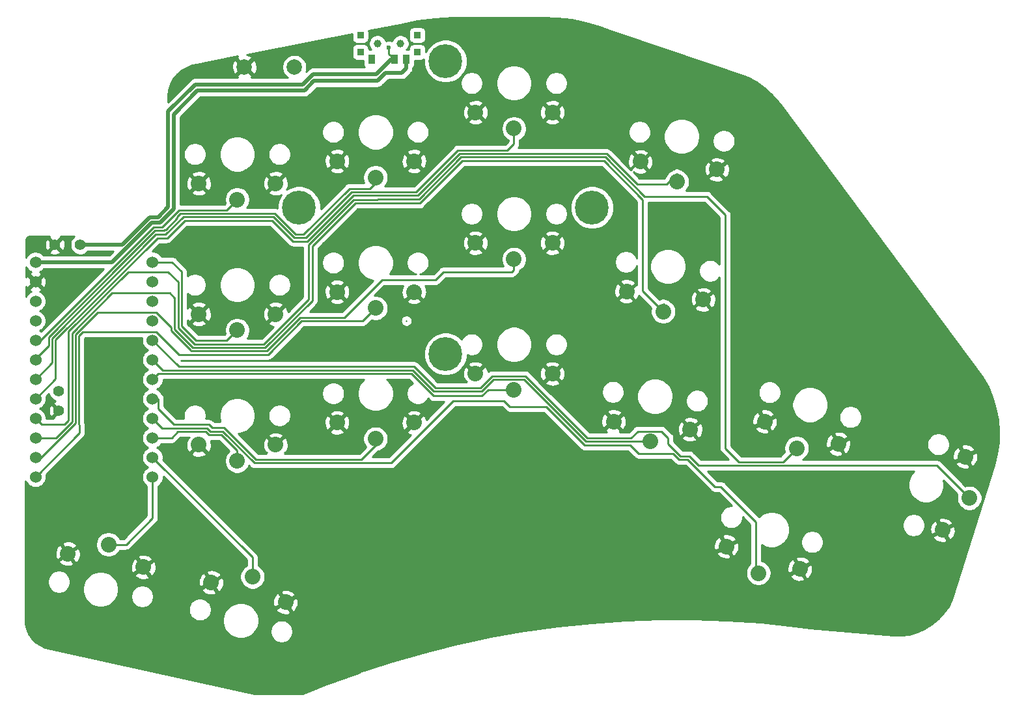
<source format=gbl>
G04 #@! TF.GenerationSoftware,KiCad,Pcbnew,5.1.10*
G04 #@! TF.CreationDate,2021-09-20T14:55:35+01:00*
G04 #@! TF.ProjectId,parergon,70617265-7267-46f6-9e2e-6b696361645f,0.1*
G04 #@! TF.SameCoordinates,Original*
G04 #@! TF.FileFunction,Copper,L2,Bot*
G04 #@! TF.FilePolarity,Positive*
%FSLAX46Y46*%
G04 Gerber Fmt 4.6, Leading zero omitted, Abs format (unit mm)*
G04 Created by KiCad (PCBNEW 5.1.10) date 2021-09-20 14:55:35*
%MOMM*%
%LPD*%
G01*
G04 APERTURE LIST*
G04 #@! TA.AperFunction,ComponentPad*
%ADD10C,1.524000*%
G04 #@! TD*
G04 #@! TA.AperFunction,ComponentPad*
%ADD11C,2.032000*%
G04 #@! TD*
G04 #@! TA.AperFunction,ComponentPad*
%ADD12C,1.397000*%
G04 #@! TD*
G04 #@! TA.AperFunction,ComponentPad*
%ADD13C,4.400000*%
G04 #@! TD*
G04 #@! TA.AperFunction,SMDPad,CuDef*
%ADD14R,0.900000X0.900000*%
G04 #@! TD*
G04 #@! TA.AperFunction,SMDPad,CuDef*
%ADD15R,0.900000X1.250000*%
G04 #@! TD*
G04 #@! TA.AperFunction,WasherPad*
%ADD16C,1.000000*%
G04 #@! TD*
G04 #@! TA.AperFunction,ComponentPad*
%ADD17C,2.000000*%
G04 #@! TD*
G04 #@! TA.AperFunction,ViaPad*
%ADD18C,0.600000*%
G04 #@! TD*
G04 #@! TA.AperFunction,Conductor*
%ADD19C,0.250000*%
G04 #@! TD*
G04 #@! TA.AperFunction,Conductor*
%ADD20C,0.500000*%
G04 #@! TD*
G04 #@! TA.AperFunction,Conductor*
%ADD21C,0.254000*%
G04 #@! TD*
G04 #@! TA.AperFunction,Conductor*
%ADD22C,0.020000*%
G04 #@! TD*
G04 APERTURE END LIST*
D10*
X48251400Y-55118000D03*
X48251400Y-57658000D03*
X48251400Y-60198000D03*
X48251400Y-62738000D03*
X48251400Y-65278000D03*
X48251400Y-67818000D03*
X48251400Y-70358000D03*
X48251400Y-72898000D03*
X48251400Y-75438000D03*
X48251400Y-77978000D03*
X48251400Y-80518000D03*
X48251400Y-83058000D03*
X33031400Y-83058000D03*
X33031400Y-80518000D03*
X33031400Y-77978000D03*
X33031400Y-75438000D03*
X33031400Y-72898000D03*
X33031400Y-70358000D03*
X33031400Y-67818000D03*
X33031400Y-65278000D03*
X33031400Y-62738000D03*
X33031400Y-60198000D03*
X33031400Y-57658000D03*
X33031400Y-55118000D03*
D11*
X47077414Y-94780014D03*
X37229336Y-93043533D03*
X42518036Y-91843677D03*
X122885464Y-92088100D03*
X132448511Y-95011817D03*
X127053007Y-95558198D03*
X151016100Y-89966536D03*
X153939817Y-80403489D03*
X154486198Y-85798993D03*
X127865464Y-75832100D03*
X137428511Y-78755817D03*
X132033007Y-79302198D03*
D12*
X36068000Y-74422000D03*
X35560000Y-52832000D03*
X38862000Y-52832000D03*
X36068000Y-71882000D03*
D11*
X72260000Y-75989000D03*
X82260000Y-75989000D03*
X77260000Y-78089000D03*
X54260000Y-61864000D03*
X64260000Y-61864000D03*
X59260000Y-63964000D03*
X54260000Y-78864000D03*
X64260000Y-78864000D03*
X59260000Y-80964000D03*
X111703907Y-42015274D03*
X121649126Y-43060559D03*
X116457007Y-44626412D03*
X65543142Y-99357577D03*
X55883883Y-96769387D03*
X61257032Y-96035038D03*
X90260000Y-69614000D03*
X100260000Y-69614000D03*
X95260000Y-71714000D03*
X108229488Y-75833928D03*
X118174707Y-76879213D03*
X112982588Y-78445066D03*
X72260000Y-58984000D03*
X82260000Y-58984000D03*
X77260000Y-61084000D03*
X90260000Y-52614000D03*
X100260000Y-52614000D03*
X95260000Y-54714000D03*
X109926983Y-58922160D03*
X119872202Y-59967445D03*
X114680083Y-61533298D03*
X72260000Y-41984000D03*
X82260000Y-41984000D03*
X77260000Y-44084000D03*
X90260000Y-35624000D03*
X100260000Y-35624000D03*
X95260000Y-37724000D03*
X54260000Y-44864000D03*
X64260000Y-44864000D03*
X59260000Y-46964000D03*
D13*
X86360000Y-28956000D03*
X67310000Y-48006000D03*
X86360000Y-67056000D03*
X105410000Y-48006000D03*
D14*
X82694000Y-25570000D03*
X82694000Y-27770000D03*
X75294000Y-27770000D03*
X75294000Y-25570000D03*
D15*
X76744000Y-28745000D03*
X81244000Y-28745000D03*
X79744000Y-28745000D03*
D16*
X80494000Y-26670000D03*
X77494000Y-26670000D03*
D17*
X66698000Y-29718000D03*
X60198000Y-29718000D03*
D18*
X78994000Y-27178000D03*
X78740000Y-30480000D03*
D19*
X81280000Y-62738000D02*
X81279998Y-62737998D01*
X50292000Y-42418000D02*
X50292000Y-46398727D01*
X78994000Y-27995000D02*
X79744000Y-28745000D01*
X78994000Y-27178000D02*
X78994000Y-27995000D01*
D20*
X50292000Y-36830000D02*
X50292000Y-42418000D01*
X50292000Y-35519980D02*
X50292000Y-36830000D01*
X67797990Y-31983990D02*
X53827990Y-31983990D01*
X53827990Y-31983990D02*
X50292000Y-35519980D01*
X69140647Y-30641333D02*
X67797990Y-31983990D01*
X77377333Y-30641333D02*
X69140647Y-30641333D01*
X79273666Y-28745000D02*
X77377333Y-30641333D01*
X79744000Y-28745000D02*
X79273666Y-28745000D01*
X44293622Y-52832000D02*
X38862000Y-52832000D01*
X47848942Y-49276680D02*
X44293622Y-52832000D01*
X48949548Y-49276680D02*
X47848942Y-49276680D01*
X50292000Y-47934228D02*
X48949548Y-49276680D01*
X50292000Y-42418000D02*
X50292000Y-47934228D01*
D19*
X126738499Y-88892499D02*
X126738499Y-95243690D01*
X122174000Y-84328000D02*
X126738499Y-88892499D01*
X121412000Y-84328000D02*
X122174000Y-84328000D01*
X117856000Y-80772000D02*
X121412000Y-84328000D01*
X116711590Y-80772000D02*
X117856000Y-80772000D01*
X115949590Y-80010000D02*
X116711590Y-80772000D01*
X111506000Y-80010000D02*
X115949590Y-80010000D01*
X49521400Y-76708000D02*
X55372000Y-76708000D01*
X126738499Y-95243690D02*
X127053007Y-95558198D01*
X87376000Y-73152000D02*
X93980000Y-73152000D01*
X79305990Y-81222010D02*
X87376000Y-73152000D01*
X55767501Y-77103501D02*
X57384183Y-77103501D01*
X55372000Y-76708000D02*
X55767501Y-77103501D01*
X99439590Y-73914000D02*
X104420665Y-78895075D01*
X57384183Y-77103501D02*
X61502692Y-81222010D01*
X48251400Y-75438000D02*
X49521400Y-76708000D01*
X61502692Y-81222010D02*
X79305990Y-81222010D01*
X110391075Y-78895075D02*
X111506000Y-80010000D01*
X93980000Y-73152000D02*
X94742000Y-73914000D01*
X94742000Y-73914000D02*
X99439590Y-73914000D01*
X104420665Y-78895075D02*
X110391075Y-78895075D01*
X35635225Y-70294175D02*
X33031400Y-72898000D01*
X53197175Y-49672825D02*
X63771236Y-49672826D01*
X68390780Y-52381990D02*
X74348760Y-46424010D01*
X74348760Y-46424010D02*
X82736400Y-46424010D01*
X63771236Y-49672826D02*
X66480400Y-52381990D01*
X66480400Y-52381990D02*
X68390780Y-52381990D01*
X82736400Y-46424010D02*
X88160386Y-41000024D01*
X88160386Y-41000024D02*
X107326368Y-41000024D01*
X115141591Y-44941828D02*
X116457007Y-43626412D01*
X107326368Y-41000024D02*
X111268172Y-44941828D01*
X111268172Y-44941828D02*
X115141591Y-44941828D01*
X53197175Y-49672825D02*
X52943175Y-49672825D01*
X48874020Y-51963980D02*
X35635225Y-65202775D01*
X50146840Y-51963980D02*
X48874020Y-51963980D01*
X53197175Y-49672825D02*
X52437995Y-49672825D01*
X52437995Y-49672825D02*
X50146840Y-51963980D01*
X35635225Y-65202775D02*
X35635225Y-70294175D01*
X35185215Y-68204185D02*
X33031400Y-70358000D01*
X87973986Y-40550014D02*
X82550000Y-45974000D01*
X95260000Y-37724000D02*
X95260000Y-39688028D01*
X95260000Y-39688028D02*
X94398014Y-40550014D01*
X94398014Y-40550014D02*
X87973986Y-40550014D01*
X82550000Y-45974000D02*
X74162360Y-45974000D01*
X35185215Y-65016375D02*
X35185215Y-68204185D01*
X48687620Y-51513970D02*
X35185215Y-65016375D01*
X63957637Y-49222817D02*
X62791185Y-49222815D01*
X62791185Y-49222815D02*
X52251595Y-49222815D01*
X74162360Y-45974000D02*
X68204380Y-51931980D01*
X68204380Y-51931980D02*
X66666800Y-51931980D01*
X49960440Y-51513970D02*
X48687620Y-51513970D01*
X66666800Y-51931980D02*
X63957637Y-49222817D01*
X52251595Y-49222815D02*
X49960440Y-51513970D01*
X49848720Y-50863690D02*
X49710700Y-51001710D01*
X49974310Y-50863690D02*
X49848720Y-50863690D01*
X51892981Y-48772805D02*
X51473209Y-49192577D01*
X62733195Y-48772805D02*
X51892981Y-48772805D01*
X73856010Y-45523990D02*
X67898030Y-51481970D01*
X64144038Y-48772808D02*
X62733195Y-48772805D01*
X66853200Y-51481970D02*
X64144038Y-48772808D01*
X67898030Y-51481970D02*
X66853200Y-51481970D01*
X51473209Y-49364791D02*
X49974310Y-50863690D01*
X76511990Y-45523990D02*
X73856010Y-45523990D01*
X77260000Y-44775980D02*
X76511990Y-45523990D01*
X51473209Y-49192577D02*
X51473209Y-49364791D01*
X77260000Y-44084000D02*
X77260000Y-44775980D01*
X48501220Y-51063960D02*
X44194590Y-55370590D01*
X48504040Y-51063960D02*
X48501220Y-51063960D01*
X44194590Y-55370590D02*
X44448590Y-55116590D01*
X48566290Y-51001710D02*
X48504040Y-51063960D01*
X49710700Y-51001710D02*
X48566290Y-51001710D01*
X33031400Y-67681010D02*
X33031400Y-67818000D01*
X34735205Y-65977205D02*
X33031400Y-67681010D01*
X34735205Y-64829975D02*
X34735205Y-65977205D01*
X44194590Y-55370590D02*
X34735205Y-64829975D01*
X33650770Y-65278000D02*
X33031400Y-65278000D01*
X48377070Y-50551700D02*
X33650770Y-65278000D01*
X49524300Y-50551700D02*
X48377070Y-50551700D01*
X51023200Y-49052800D02*
X49524300Y-50551700D01*
X51706581Y-48322795D02*
X51023200Y-49006176D01*
X51023200Y-49006176D02*
X51023200Y-49052800D01*
X57901205Y-48322795D02*
X51706581Y-48322795D01*
X59260000Y-46964000D02*
X57901205Y-48322795D01*
X63955283Y-64539010D02*
X64374146Y-64120146D01*
X124517990Y-81083990D02*
X130251215Y-81083990D01*
X64374146Y-64120146D02*
X68580000Y-59914293D01*
X82922801Y-46874019D02*
X88346786Y-41450034D01*
X122751010Y-48965420D02*
X122751010Y-79317010D01*
X68580000Y-52829180D02*
X74419180Y-46990000D01*
X74419180Y-46990000D02*
X77470000Y-46990000D01*
X77470000Y-46990000D02*
X77585980Y-46874020D01*
X77585980Y-46874020D02*
X82922801Y-46874019D01*
X88346786Y-41450034D02*
X107139968Y-41450034D01*
X68580000Y-59914293D02*
X68580000Y-52829180D01*
X107139968Y-41450034D02*
X112229924Y-46539990D01*
X130251215Y-81083990D02*
X132033007Y-79302198D01*
X112229924Y-46539990D02*
X120325580Y-46539990D01*
X120325580Y-46539990D02*
X122751010Y-48965420D01*
X122751010Y-79317010D02*
X124517990Y-81083990D01*
X53697552Y-65763962D02*
X62730330Y-65763962D01*
X50292000Y-56388000D02*
X51584038Y-57680038D01*
X37338000Y-64136410D02*
X45086410Y-56388000D01*
X45086410Y-56388000D02*
X50292000Y-56388000D01*
X37338000Y-75692000D02*
X37338000Y-64136410D01*
X36830001Y-76199999D02*
X37338000Y-75692000D01*
X62730330Y-65763962D02*
X64374146Y-64120146D01*
X51584038Y-57680038D02*
X51584038Y-63650448D01*
X33793399Y-76199999D02*
X36830001Y-76199999D01*
X51584038Y-63650448D02*
X53697552Y-65763962D01*
X33031400Y-75438000D02*
X33793399Y-76199999D01*
X115316000Y-61169215D02*
X114680083Y-60533298D01*
X112014000Y-46960476D02*
X112014000Y-46990000D01*
X115316000Y-61468000D02*
X115316000Y-61169215D01*
X112014000Y-58867215D02*
X114680083Y-61533298D01*
X112014000Y-46960476D02*
X112014000Y-58867215D01*
X35688410Y-77978000D02*
X33031400Y-77978000D01*
X37788010Y-64322810D02*
X37788010Y-75878400D01*
X112014000Y-46960476D02*
X106953568Y-41900044D01*
X106953568Y-41900044D02*
X88533186Y-41900044D01*
X88533186Y-41900044D02*
X82993220Y-47440010D01*
X42999821Y-59110999D02*
X37788010Y-64322810D01*
X74605580Y-47440010D02*
X69030010Y-53015580D01*
X69030009Y-60100694D02*
X62916731Y-66213971D01*
X62916731Y-66213971D02*
X53511151Y-66213971D01*
X53511151Y-66213971D02*
X51134028Y-63836848D01*
X51134028Y-59770028D02*
X50474999Y-59110999D01*
X69030010Y-53015580D02*
X69030009Y-60100694D01*
X51134028Y-63836848D02*
X51134028Y-59770028D01*
X37788010Y-75878400D02*
X35688410Y-77978000D01*
X82993220Y-47440010D02*
X74605580Y-47440010D01*
X50474999Y-59110999D02*
X42999821Y-59110999D01*
X76315978Y-59182000D02*
X76257989Y-59239989D01*
X85090000Y-57404000D02*
X78093978Y-57404000D01*
X78093978Y-57404000D02*
X76257989Y-59239989D01*
X86106000Y-56388000D02*
X85090000Y-57404000D01*
X90170000Y-56388000D02*
X87630000Y-56388000D01*
X94996000Y-56388000D02*
X90170000Y-56388000D01*
X90170000Y-56388000D02*
X86106000Y-56388000D01*
X95260000Y-56124000D02*
X94996000Y-56388000D01*
X95260000Y-54714000D02*
X95260000Y-56124000D01*
X38238020Y-76064800D02*
X33784820Y-80518000D01*
X48773161Y-61650999D02*
X41096231Y-61650999D01*
X50684018Y-63561856D02*
X48773161Y-61650999D01*
X53224019Y-66563249D02*
X50684018Y-64023248D01*
X50684018Y-64023248D02*
X50684018Y-63561856D01*
X63103129Y-66663981D02*
X53224019Y-66663981D01*
X67479123Y-62287989D02*
X63103129Y-66663981D01*
X38238020Y-64509210D02*
X38238020Y-76064800D01*
X53224019Y-66663981D02*
X53224019Y-66563249D01*
X73209989Y-62287989D02*
X67479123Y-62287989D01*
X33784820Y-80518000D02*
X33031400Y-80518000D01*
X41096231Y-61650999D02*
X38238020Y-64509210D01*
X76257989Y-59239989D02*
X73209989Y-62287989D01*
X38688029Y-64695611D02*
X38688029Y-76251201D01*
X38688029Y-76251201D02*
X38740700Y-76303872D01*
X48773161Y-64190999D02*
X39192641Y-64190999D01*
X39192641Y-64190999D02*
X38688029Y-64695611D01*
X51696153Y-67113991D02*
X48773161Y-64190999D01*
X63289530Y-67113990D02*
X51696153Y-67113991D01*
X38740700Y-76303872D02*
X38740700Y-77348700D01*
X67619566Y-62783956D02*
X63289530Y-67113990D01*
X38740700Y-77348700D02*
X33031400Y-83058000D01*
X68834001Y-62737999D02*
X68788044Y-62783956D01*
X68788044Y-62783956D02*
X67619566Y-62783956D01*
X75606001Y-62737999D02*
X68834001Y-62737999D01*
X77260000Y-61084000D02*
X75606001Y-62737999D01*
X48251400Y-55118000D02*
X50800000Y-55118000D01*
X52034048Y-56352048D02*
X52034048Y-63464048D01*
X50800000Y-55118000D02*
X52034048Y-56352048D01*
X52034048Y-63464048D02*
X53883952Y-65313952D01*
X53883952Y-65313952D02*
X57910048Y-65313952D01*
X59260000Y-63964000D02*
X57910048Y-65313952D01*
X57910048Y-65313952D02*
X57622048Y-65313952D01*
X48251400Y-65278000D02*
X51669381Y-68695981D01*
X51669381Y-68695981D02*
X82286392Y-68695982D01*
X90886522Y-71431990D02*
X92395523Y-69922989D01*
X82286392Y-68695982D02*
X85022400Y-71431990D01*
X85022400Y-71431990D02*
X90886522Y-71431990D01*
X96721400Y-69922990D02*
X96520000Y-69922990D01*
X96721399Y-69922989D02*
X96338989Y-69922989D01*
X96965205Y-70166795D02*
X96721399Y-69922989D01*
X92395523Y-69922989D02*
X96338989Y-69922989D01*
X96965205Y-70166795D02*
X96721400Y-69922990D01*
X111363935Y-77104065D02*
X110490000Y-77978000D01*
X114442065Y-77104065D02*
X111363935Y-77104065D01*
X115316000Y-77978000D02*
X114442065Y-77104065D01*
X115316000Y-78740000D02*
X115316000Y-77978000D01*
X116897990Y-80321990D02*
X115316000Y-78740000D01*
X104776410Y-77978000D02*
X96965205Y-70166795D01*
X110490000Y-77978000D02*
X104776410Y-77978000D01*
X118042400Y-80321990D02*
X116897990Y-80321990D01*
X119254410Y-81534000D02*
X118042400Y-80321990D01*
X150221205Y-81534000D02*
X147828000Y-81534000D01*
X154486198Y-85798993D02*
X150221205Y-81534000D01*
X147828000Y-81534000D02*
X119254410Y-81534000D01*
X148189205Y-81534000D02*
X147828000Y-81534000D01*
X49579391Y-69145991D02*
X48251400Y-67818000D01*
X91072922Y-71882000D02*
X84836000Y-71882000D01*
X82099991Y-69145991D02*
X49579391Y-69145991D01*
X84836000Y-71882000D02*
X82099991Y-69145991D01*
X92581923Y-70372999D02*
X91072922Y-71882000D01*
X96534999Y-70372999D02*
X92581923Y-70372999D01*
X104607066Y-78445066D02*
X96534999Y-70372999D01*
X112982588Y-78445066D02*
X104607066Y-78445066D01*
X91066666Y-72524666D02*
X91877332Y-71714000D01*
X91877332Y-71714000D02*
X95260000Y-71714000D01*
X84836000Y-72524666D02*
X91066666Y-72524666D01*
X81907335Y-69596001D02*
X84836000Y-72524666D01*
X49013399Y-69596001D02*
X81907335Y-69596001D01*
X48251400Y-70358000D02*
X49013399Y-69596001D01*
X77581000Y-78089000D02*
X77260000Y-78089000D01*
X61689092Y-80772000D02*
X75438000Y-80772000D01*
X75438000Y-80772000D02*
X77260000Y-78950000D01*
X55999689Y-76653491D02*
X57570583Y-76653491D01*
X55586099Y-76239901D02*
X55999689Y-76653491D01*
X53155666Y-76200000D02*
X53195567Y-76239901D01*
X53195567Y-76239901D02*
X55586099Y-76239901D01*
X51054000Y-76200000D02*
X53155666Y-76200000D01*
X49022000Y-72898000D02*
X49022000Y-74168000D01*
X77260000Y-78950000D02*
X77260000Y-78089000D01*
X57570583Y-76653491D02*
X61689092Y-80772000D01*
X49022000Y-74168000D02*
X51054000Y-76200000D01*
X48251400Y-72898000D02*
X49022000Y-72898000D01*
X48251400Y-77978000D02*
X50742010Y-77978000D01*
X50742010Y-77978000D02*
X51562000Y-77158010D01*
X55185600Y-77158010D02*
X55581101Y-77553511D01*
X51562000Y-77158010D02*
X55185600Y-77158010D01*
X55581101Y-77553511D02*
X57197783Y-77553511D01*
X59260000Y-79615728D02*
X59260000Y-80964000D01*
X57197783Y-77553511D02*
X59260000Y-79615728D01*
X48251400Y-80518000D02*
X49338401Y-81605001D01*
X61257032Y-93523632D02*
X61257032Y-96035038D01*
X48251400Y-80518000D02*
X61257032Y-93523632D01*
X48251400Y-83058000D02*
X48251400Y-88400600D01*
X44808323Y-91843677D02*
X42518036Y-91843677D01*
X48251400Y-88400600D02*
X44808323Y-91843677D01*
D20*
X33031400Y-55118000D02*
X42378214Y-55118000D01*
X50992010Y-35875990D02*
X54102000Y-32766000D01*
X49239500Y-49976690D02*
X50992010Y-48224180D01*
X50992010Y-48224180D02*
X50992010Y-35875990D01*
X54102000Y-32766000D02*
X66548000Y-32766000D01*
X80010000Y-30480000D02*
X78740000Y-30480000D01*
X66548000Y-32766000D02*
X67310000Y-32766000D01*
X66548000Y-32766000D02*
X68005942Y-32766000D01*
X78528628Y-30480000D02*
X77491314Y-31517314D01*
X68005942Y-32766000D02*
X69254628Y-31517314D01*
X69254628Y-31517314D02*
X77491314Y-31517314D01*
X81244000Y-28745000D02*
X81244000Y-29870000D01*
X81244000Y-29870000D02*
X80634000Y-30480000D01*
X80634000Y-30480000D02*
X80010000Y-30480000D01*
X78740000Y-30480000D02*
X78528628Y-30480000D01*
X42997584Y-55118000D02*
X42378214Y-55118000D01*
X48138894Y-49976690D02*
X42997584Y-55118000D01*
X49239500Y-49976690D02*
X48138894Y-49976690D01*
D21*
X99048159Y-23315972D02*
X100922172Y-23373667D01*
X102765178Y-23585717D01*
X104583963Y-23951240D01*
X106369037Y-24468616D01*
X107709666Y-24967715D01*
X107719437Y-24972130D01*
X124470644Y-30639200D01*
X125666412Y-31107438D01*
X126777427Y-31700273D01*
X127811690Y-32418684D01*
X128755073Y-33252857D01*
X129601581Y-34199102D01*
X129986979Y-34714635D01*
X156216305Y-70010227D01*
X156913576Y-71312886D01*
X157479282Y-72695057D01*
X157899910Y-74128042D01*
X158171012Y-75596683D01*
X158289713Y-77085419D01*
X158254756Y-78578453D01*
X158066508Y-80059995D01*
X157724348Y-81525553D01*
X157560197Y-82056235D01*
X152231555Y-98950645D01*
X151747334Y-99892248D01*
X151132975Y-100769166D01*
X150405294Y-101554589D01*
X149577752Y-102233985D01*
X148665653Y-102794792D01*
X147685894Y-103226617D01*
X146656587Y-103521483D01*
X145595896Y-103674055D01*
X144555144Y-103683699D01*
X133768241Y-102696356D01*
X131790793Y-102439136D01*
X131781829Y-102438129D01*
X131772851Y-102437034D01*
X127411506Y-101982221D01*
X127399161Y-101981152D01*
X127386816Y-101980081D01*
X123012255Y-101677755D01*
X122988782Y-101676545D01*
X122987506Y-101676479D01*
X118605059Y-101527006D01*
X118580279Y-101526593D01*
X114195285Y-101530157D01*
X114170506Y-101530610D01*
X114170504Y-101530610D01*
X109788309Y-101687206D01*
X109763562Y-101688523D01*
X105389497Y-101997960D01*
X105364811Y-102000140D01*
X101004211Y-102462041D01*
X101001171Y-102462417D01*
X100979616Y-102465081D01*
X96637792Y-103078883D01*
X96613317Y-103082780D01*
X92295561Y-103847736D01*
X92271237Y-103852484D01*
X87982806Y-104767662D01*
X87958663Y-104773257D01*
X87958650Y-104773261D01*
X83704785Y-105837541D01*
X83680852Y-105843974D01*
X79466708Y-107056068D01*
X79451229Y-107060815D01*
X79443015Y-107063333D01*
X75273738Y-108421760D01*
X75250312Y-108429848D01*
X75250294Y-108429855D01*
X71130985Y-109932953D01*
X71107855Y-109941853D01*
X71107835Y-109941861D01*
X67756626Y-111299007D01*
X61546721Y-111277275D01*
X34264852Y-105241463D01*
X33635870Y-104949466D01*
X33060802Y-104540748D01*
X32569851Y-104034080D01*
X32179449Y-103446421D01*
X31902679Y-102797463D01*
X31746795Y-102099935D01*
X31714211Y-101578286D01*
X31715764Y-100164147D01*
X52931508Y-100164147D01*
X52931508Y-100456843D01*
X52988610Y-100743916D01*
X53100620Y-101014333D01*
X53263234Y-101257701D01*
X53470202Y-101464669D01*
X53713570Y-101627283D01*
X53983987Y-101739293D01*
X54271060Y-101796395D01*
X54563756Y-101796395D01*
X54850829Y-101739293D01*
X55121246Y-101627283D01*
X55307855Y-101502594D01*
X57380500Y-101502594D01*
X57380500Y-101965406D01*
X57470790Y-102419324D01*
X57647900Y-102846905D01*
X57905024Y-103231719D01*
X58232281Y-103558976D01*
X58617095Y-103816100D01*
X59044676Y-103993210D01*
X59498594Y-104083500D01*
X59961406Y-104083500D01*
X60415324Y-103993210D01*
X60842905Y-103816100D01*
X61227719Y-103558976D01*
X61554976Y-103231719D01*
X61702350Y-103011157D01*
X63556692Y-103011157D01*
X63556692Y-103303853D01*
X63613794Y-103590926D01*
X63725804Y-103861343D01*
X63888418Y-104104711D01*
X64095386Y-104311679D01*
X64338754Y-104474293D01*
X64609171Y-104586303D01*
X64896244Y-104643405D01*
X65188940Y-104643405D01*
X65476013Y-104586303D01*
X65746430Y-104474293D01*
X65989798Y-104311679D01*
X66196766Y-104104711D01*
X66359380Y-103861343D01*
X66471390Y-103590926D01*
X66528492Y-103303853D01*
X66528492Y-103011157D01*
X66471390Y-102724084D01*
X66359380Y-102453667D01*
X66196766Y-102210299D01*
X65989798Y-102003331D01*
X65746430Y-101840717D01*
X65476013Y-101728707D01*
X65188940Y-101671605D01*
X64896244Y-101671605D01*
X64609171Y-101728707D01*
X64338754Y-101840717D01*
X64095386Y-102003331D01*
X63888418Y-102210299D01*
X63725804Y-102453667D01*
X63613794Y-102724084D01*
X63556692Y-103011157D01*
X61702350Y-103011157D01*
X61812100Y-102846905D01*
X61989210Y-102419324D01*
X62079500Y-101965406D01*
X62079500Y-101502594D01*
X61989210Y-101048676D01*
X61812100Y-100621095D01*
X61554976Y-100236281D01*
X61533684Y-100214989D01*
X64312061Y-100214989D01*
X64337573Y-100497246D01*
X64583077Y-100710543D01*
X64865474Y-100871846D01*
X65173914Y-100974956D01*
X65496544Y-101015911D01*
X65820964Y-100993137D01*
X66017361Y-100947344D01*
X66180583Y-100715658D01*
X65496657Y-99531062D01*
X64312061Y-100214989D01*
X61533684Y-100214989D01*
X61227719Y-99909024D01*
X60842905Y-99651900D01*
X60415324Y-99474790D01*
X59961406Y-99384500D01*
X59498594Y-99384500D01*
X59044676Y-99474790D01*
X58617095Y-99651900D01*
X58232281Y-99909024D01*
X57905024Y-100236281D01*
X57647900Y-100621095D01*
X57470790Y-101048676D01*
X57380500Y-101502594D01*
X55307855Y-101502594D01*
X55364614Y-101464669D01*
X55571582Y-101257701D01*
X55734196Y-101014333D01*
X55846206Y-100743916D01*
X55903308Y-100456843D01*
X55903308Y-100164147D01*
X55846206Y-99877074D01*
X55734196Y-99606657D01*
X55571582Y-99363289D01*
X55519272Y-99310979D01*
X63884808Y-99310979D01*
X63907582Y-99635399D01*
X63953375Y-99831796D01*
X64185061Y-99995018D01*
X65208628Y-99404062D01*
X65716627Y-99404062D01*
X66400554Y-100588658D01*
X66682811Y-100563146D01*
X66896108Y-100317642D01*
X67057411Y-100035245D01*
X67160521Y-99726805D01*
X67201476Y-99404175D01*
X67178702Y-99079755D01*
X67132909Y-98883358D01*
X66901223Y-98720136D01*
X65716627Y-99404062D01*
X65208628Y-99404062D01*
X65369657Y-99311092D01*
X64685730Y-98126496D01*
X64403473Y-98152008D01*
X64190176Y-98397512D01*
X64028873Y-98679909D01*
X63925763Y-98988349D01*
X63884808Y-99310979D01*
X55519272Y-99310979D01*
X55364614Y-99156321D01*
X55121246Y-98993707D01*
X54850829Y-98881697D01*
X54563756Y-98824595D01*
X54271060Y-98824595D01*
X53983987Y-98881697D01*
X53713570Y-98993707D01*
X53470202Y-99156321D01*
X53263234Y-99363289D01*
X53100620Y-99606657D01*
X52988610Y-99877074D01*
X52931508Y-100164147D01*
X31715764Y-100164147D01*
X31719731Y-96552630D01*
X34591169Y-96552630D01*
X34591169Y-96845326D01*
X34648271Y-97132399D01*
X34760281Y-97402816D01*
X34922895Y-97646184D01*
X35129863Y-97853152D01*
X35373231Y-98015766D01*
X35643648Y-98127776D01*
X35930721Y-98184878D01*
X36223417Y-98184878D01*
X36510490Y-98127776D01*
X36780907Y-98015766D01*
X37024275Y-97853152D01*
X37231243Y-97646184D01*
X37380612Y-97422637D01*
X39144012Y-97422637D01*
X39144012Y-97885449D01*
X39234302Y-98339367D01*
X39411412Y-98766948D01*
X39668536Y-99151762D01*
X39995793Y-99479019D01*
X40380607Y-99736143D01*
X40808188Y-99913253D01*
X41262106Y-100003543D01*
X41724918Y-100003543D01*
X42178836Y-99913253D01*
X42606417Y-99736143D01*
X42991231Y-99479019D01*
X43318488Y-99151762D01*
X43575612Y-98766948D01*
X43701610Y-98462760D01*
X45424055Y-98462760D01*
X45424055Y-98755456D01*
X45481157Y-99042529D01*
X45593167Y-99312946D01*
X45755781Y-99556314D01*
X45962749Y-99763282D01*
X46206117Y-99925896D01*
X46476534Y-100037906D01*
X46763607Y-100095008D01*
X47056303Y-100095008D01*
X47343376Y-100037906D01*
X47613793Y-99925896D01*
X47857161Y-99763282D01*
X48064129Y-99556314D01*
X48226743Y-99312946D01*
X48338753Y-99042529D01*
X48395855Y-98755456D01*
X48395855Y-98462760D01*
X48338753Y-98175687D01*
X48226743Y-97905270D01*
X48064129Y-97661902D01*
X48029026Y-97626799D01*
X54652802Y-97626799D01*
X54678314Y-97909056D01*
X54923818Y-98122353D01*
X55206215Y-98283656D01*
X55514655Y-98386766D01*
X55837285Y-98427721D01*
X56161705Y-98404947D01*
X56358102Y-98359154D01*
X56521324Y-98127468D01*
X55837398Y-96942872D01*
X54652802Y-97626799D01*
X48029026Y-97626799D01*
X47857161Y-97454934D01*
X47613793Y-97292320D01*
X47343376Y-97180310D01*
X47056303Y-97123208D01*
X46763607Y-97123208D01*
X46476534Y-97180310D01*
X46206117Y-97292320D01*
X45962749Y-97454934D01*
X45755781Y-97661902D01*
X45593167Y-97905270D01*
X45481157Y-98175687D01*
X45424055Y-98462760D01*
X43701610Y-98462760D01*
X43752722Y-98339367D01*
X43843012Y-97885449D01*
X43843012Y-97422637D01*
X43752722Y-96968719D01*
X43650855Y-96722789D01*
X54225549Y-96722789D01*
X54248323Y-97047209D01*
X54294116Y-97243606D01*
X54525802Y-97406828D01*
X55549369Y-96815872D01*
X56057368Y-96815872D01*
X56741295Y-98000468D01*
X56752048Y-97999496D01*
X64905701Y-97999496D01*
X65589627Y-99184092D01*
X66774223Y-98500165D01*
X66748711Y-98217908D01*
X66503207Y-98004611D01*
X66220810Y-97843308D01*
X65912370Y-97740198D01*
X65589740Y-97699243D01*
X65265320Y-97722017D01*
X65068923Y-97767810D01*
X64905701Y-97999496D01*
X56752048Y-97999496D01*
X57023552Y-97974956D01*
X57236849Y-97729452D01*
X57398152Y-97447055D01*
X57501262Y-97138615D01*
X57542217Y-96815985D01*
X57519443Y-96491565D01*
X57473650Y-96295168D01*
X57241964Y-96131946D01*
X56057368Y-96815872D01*
X55549369Y-96815872D01*
X55710398Y-96722902D01*
X55026471Y-95538306D01*
X54744214Y-95563818D01*
X54530917Y-95809322D01*
X54369614Y-96091719D01*
X54266504Y-96400159D01*
X54225549Y-96722789D01*
X43650855Y-96722789D01*
X43575612Y-96541138D01*
X43318488Y-96156324D01*
X42991231Y-95829067D01*
X42860117Y-95741459D01*
X45925746Y-95741459D01*
X45975761Y-96020419D01*
X46238921Y-96211507D01*
X46534302Y-96347583D01*
X46850555Y-96423418D01*
X47175526Y-96436098D01*
X47496728Y-96385137D01*
X47688386Y-96322401D01*
X47830794Y-96077370D01*
X47046226Y-94956891D01*
X45925746Y-95741459D01*
X42860117Y-95741459D01*
X42606417Y-95571943D01*
X42178836Y-95394833D01*
X41724918Y-95304543D01*
X41262106Y-95304543D01*
X40808188Y-95394833D01*
X40380607Y-95571943D01*
X39995793Y-95829067D01*
X39668536Y-96156324D01*
X39411412Y-96541138D01*
X39234302Y-96968719D01*
X39144012Y-97422637D01*
X37380612Y-97422637D01*
X37393857Y-97402816D01*
X37505867Y-97132399D01*
X37562969Y-96845326D01*
X37562969Y-96552630D01*
X37505867Y-96265557D01*
X37393857Y-95995140D01*
X37231243Y-95751772D01*
X37024275Y-95544804D01*
X36780907Y-95382190D01*
X36510490Y-95270180D01*
X36223417Y-95213078D01*
X35930721Y-95213078D01*
X35643648Y-95270180D01*
X35373231Y-95382190D01*
X35129863Y-95544804D01*
X34922895Y-95751772D01*
X34760281Y-95995140D01*
X34648271Y-96265557D01*
X34591169Y-96552630D01*
X31719731Y-96552630D01*
X31721570Y-94878126D01*
X45421330Y-94878126D01*
X45472291Y-95199328D01*
X45535027Y-95390986D01*
X45780058Y-95533394D01*
X46811454Y-94811202D01*
X47254291Y-94811202D01*
X48038859Y-95931682D01*
X48317819Y-95881667D01*
X48508907Y-95618507D01*
X48604360Y-95411306D01*
X55246442Y-95411306D01*
X55930368Y-96595902D01*
X57114964Y-95911975D01*
X57089452Y-95629718D01*
X56843948Y-95416421D01*
X56561551Y-95255118D01*
X56253111Y-95152008D01*
X55930481Y-95111053D01*
X55606061Y-95133827D01*
X55409664Y-95179620D01*
X55246442Y-95411306D01*
X48604360Y-95411306D01*
X48644983Y-95323126D01*
X48720818Y-95006873D01*
X48733498Y-94681902D01*
X48682537Y-94360700D01*
X48619801Y-94169042D01*
X48374770Y-94026634D01*
X47254291Y-94811202D01*
X46811454Y-94811202D01*
X46900537Y-94748826D01*
X46115969Y-93628346D01*
X45837009Y-93678361D01*
X45645921Y-93941521D01*
X45509845Y-94236902D01*
X45434010Y-94553155D01*
X45421330Y-94878126D01*
X31721570Y-94878126D01*
X31722529Y-94004978D01*
X36077668Y-94004978D01*
X36127683Y-94283938D01*
X36390843Y-94475026D01*
X36686224Y-94611102D01*
X37002477Y-94686937D01*
X37327448Y-94699617D01*
X37648650Y-94648656D01*
X37840308Y-94585920D01*
X37982716Y-94340889D01*
X37198148Y-93220410D01*
X36077668Y-94004978D01*
X31722529Y-94004978D01*
X31723478Y-93141645D01*
X35573252Y-93141645D01*
X35624213Y-93462847D01*
X35686949Y-93654505D01*
X35931980Y-93796913D01*
X36963376Y-93074721D01*
X37406213Y-93074721D01*
X38190781Y-94195201D01*
X38469741Y-94145186D01*
X38660829Y-93882026D01*
X38796905Y-93586645D01*
X38872740Y-93270392D01*
X38885420Y-92945421D01*
X38834459Y-92624219D01*
X38771723Y-92432561D01*
X38526692Y-92290153D01*
X37406213Y-93074721D01*
X36963376Y-93074721D01*
X37052459Y-93012345D01*
X36267891Y-91891865D01*
X35988931Y-91941880D01*
X35797843Y-92205040D01*
X35661767Y-92500421D01*
X35585932Y-92816674D01*
X35573252Y-93141645D01*
X31723478Y-93141645D01*
X31725011Y-91746177D01*
X36475956Y-91746177D01*
X37260524Y-92866656D01*
X38381004Y-92082088D01*
X38330989Y-91803128D01*
X38067829Y-91612040D01*
X37772448Y-91475964D01*
X37456195Y-91400129D01*
X37131224Y-91387449D01*
X36810022Y-91438410D01*
X36618364Y-91501146D01*
X36475956Y-91746177D01*
X31725011Y-91746177D01*
X31733987Y-83576305D01*
X31793395Y-83719727D01*
X31946280Y-83948535D01*
X32140865Y-84143120D01*
X32369673Y-84296005D01*
X32623910Y-84401314D01*
X32893808Y-84455000D01*
X33168992Y-84455000D01*
X33438890Y-84401314D01*
X33693127Y-84296005D01*
X33921935Y-84143120D01*
X34116520Y-83948535D01*
X34269405Y-83719727D01*
X34374714Y-83465490D01*
X34428400Y-83195592D01*
X34428400Y-82920408D01*
X34397772Y-82766429D01*
X39251708Y-77912495D01*
X39280701Y-77888701D01*
X39304495Y-77859708D01*
X39304499Y-77859704D01*
X39375673Y-77772977D01*
X39375674Y-77772976D01*
X39446246Y-77640947D01*
X39489703Y-77497686D01*
X39500700Y-77386033D01*
X39500700Y-77386024D01*
X39504376Y-77348701D01*
X39500700Y-77311378D01*
X39500700Y-76341194D01*
X39504376Y-76303871D01*
X39500700Y-76266549D01*
X39500700Y-76266539D01*
X39489703Y-76154886D01*
X39448029Y-76017503D01*
X39448029Y-65010412D01*
X39507442Y-64950999D01*
X46892076Y-64950999D01*
X46854400Y-65140408D01*
X46854400Y-65415592D01*
X46908086Y-65685490D01*
X47013395Y-65939727D01*
X47166280Y-66168535D01*
X47360865Y-66363120D01*
X47589673Y-66516005D01*
X47666915Y-66548000D01*
X47589673Y-66579995D01*
X47360865Y-66732880D01*
X47166280Y-66927465D01*
X47013395Y-67156273D01*
X46908086Y-67410510D01*
X46854400Y-67680408D01*
X46854400Y-67955592D01*
X46908086Y-68225490D01*
X47013395Y-68479727D01*
X47166280Y-68708535D01*
X47360865Y-68903120D01*
X47589673Y-69056005D01*
X47666915Y-69088000D01*
X47589673Y-69119995D01*
X47360865Y-69272880D01*
X47166280Y-69467465D01*
X47013395Y-69696273D01*
X46908086Y-69950510D01*
X46854400Y-70220408D01*
X46854400Y-70495592D01*
X46908086Y-70765490D01*
X47013395Y-71019727D01*
X47166280Y-71248535D01*
X47360865Y-71443120D01*
X47589673Y-71596005D01*
X47666915Y-71628000D01*
X47589673Y-71659995D01*
X47360865Y-71812880D01*
X47166280Y-72007465D01*
X47013395Y-72236273D01*
X46908086Y-72490510D01*
X46854400Y-72760408D01*
X46854400Y-73035592D01*
X46908086Y-73305490D01*
X47013395Y-73559727D01*
X47166280Y-73788535D01*
X47360865Y-73983120D01*
X47589673Y-74136005D01*
X47666915Y-74168000D01*
X47589673Y-74199995D01*
X47360865Y-74352880D01*
X47166280Y-74547465D01*
X47013395Y-74776273D01*
X46908086Y-75030510D01*
X46854400Y-75300408D01*
X46854400Y-75575592D01*
X46908086Y-75845490D01*
X47013395Y-76099727D01*
X47166280Y-76328535D01*
X47360865Y-76523120D01*
X47589673Y-76676005D01*
X47666915Y-76708000D01*
X47589673Y-76739995D01*
X47360865Y-76892880D01*
X47166280Y-77087465D01*
X47013395Y-77316273D01*
X46908086Y-77570510D01*
X46854400Y-77840408D01*
X46854400Y-78115592D01*
X46908086Y-78385490D01*
X47013395Y-78639727D01*
X47166280Y-78868535D01*
X47360865Y-79063120D01*
X47589673Y-79216005D01*
X47666915Y-79248000D01*
X47589673Y-79279995D01*
X47360865Y-79432880D01*
X47166280Y-79627465D01*
X47013395Y-79856273D01*
X46908086Y-80110510D01*
X46854400Y-80380408D01*
X46854400Y-80655592D01*
X46908086Y-80925490D01*
X47013395Y-81179727D01*
X47166280Y-81408535D01*
X47360865Y-81603120D01*
X47589673Y-81756005D01*
X47666915Y-81788000D01*
X47589673Y-81819995D01*
X47360865Y-81972880D01*
X47166280Y-82167465D01*
X47013395Y-82396273D01*
X46908086Y-82650510D01*
X46854400Y-82920408D01*
X46854400Y-83195592D01*
X46908086Y-83465490D01*
X47013395Y-83719727D01*
X47166280Y-83948535D01*
X47360865Y-84143120D01*
X47491400Y-84230341D01*
X47491401Y-88085797D01*
X44493522Y-91083677D01*
X43990263Y-91083677D01*
X43981133Y-91061635D01*
X43800451Y-90791226D01*
X43570487Y-90561262D01*
X43300078Y-90380580D01*
X42999615Y-90256124D01*
X42680645Y-90192677D01*
X42355427Y-90192677D01*
X42036457Y-90256124D01*
X41735994Y-90380580D01*
X41465585Y-90561262D01*
X41235621Y-90791226D01*
X41054939Y-91061635D01*
X40930483Y-91362098D01*
X40867036Y-91681068D01*
X40867036Y-92006286D01*
X40930483Y-92325256D01*
X41054939Y-92625719D01*
X41235621Y-92896128D01*
X41465585Y-93126092D01*
X41735994Y-93306774D01*
X42036457Y-93431230D01*
X42355427Y-93494677D01*
X42680645Y-93494677D01*
X42741068Y-93482658D01*
X46324034Y-93482658D01*
X47108602Y-94603137D01*
X48229082Y-93818569D01*
X48179067Y-93539609D01*
X47915907Y-93348521D01*
X47620526Y-93212445D01*
X47304273Y-93136610D01*
X46979302Y-93123930D01*
X46658100Y-93174891D01*
X46466442Y-93237627D01*
X46324034Y-93482658D01*
X42741068Y-93482658D01*
X42999615Y-93431230D01*
X43300078Y-93306774D01*
X43570487Y-93126092D01*
X43800451Y-92896128D01*
X43981133Y-92625719D01*
X43990263Y-92603677D01*
X44771001Y-92603677D01*
X44808323Y-92607353D01*
X44845645Y-92603677D01*
X44845656Y-92603677D01*
X44957309Y-92592680D01*
X45100570Y-92549223D01*
X45232599Y-92478651D01*
X45348324Y-92383678D01*
X45372127Y-92354674D01*
X48762403Y-88964399D01*
X48791401Y-88940601D01*
X48886374Y-88824876D01*
X48956946Y-88692847D01*
X49000403Y-88549586D01*
X49011400Y-88437933D01*
X49011400Y-88437924D01*
X49015076Y-88400601D01*
X49011400Y-88363278D01*
X49011400Y-84230341D01*
X49141935Y-84143120D01*
X49336520Y-83948535D01*
X49489405Y-83719727D01*
X49594714Y-83465490D01*
X49648400Y-83195592D01*
X49648400Y-82989801D01*
X60497032Y-93838434D01*
X60497032Y-94562811D01*
X60474990Y-94571941D01*
X60204581Y-94752623D01*
X59974617Y-94982587D01*
X59793935Y-95252996D01*
X59669479Y-95553459D01*
X59606032Y-95872429D01*
X59606032Y-96197647D01*
X59669479Y-96516617D01*
X59793935Y-96817080D01*
X59974617Y-97087489D01*
X60204581Y-97317453D01*
X60474990Y-97498135D01*
X60775453Y-97622591D01*
X61094423Y-97686038D01*
X61419641Y-97686038D01*
X61738611Y-97622591D01*
X62039074Y-97498135D01*
X62309483Y-97317453D01*
X62539447Y-97087489D01*
X62720129Y-96817080D01*
X62844585Y-96516617D01*
X62908032Y-96197647D01*
X62908032Y-95872429D01*
X62844585Y-95553459D01*
X62720129Y-95252996D01*
X62539447Y-94982587D01*
X62309483Y-94752623D01*
X62039074Y-94571941D01*
X62017032Y-94562811D01*
X62017032Y-93560954D01*
X62020708Y-93523631D01*
X62017032Y-93486308D01*
X62017032Y-93486299D01*
X62006035Y-93374646D01*
X61962578Y-93231385D01*
X61892006Y-93099356D01*
X61797033Y-92983631D01*
X61768036Y-92959834D01*
X61710227Y-92902025D01*
X121625210Y-92902025D01*
X121640856Y-93185001D01*
X121878766Y-93406736D01*
X122155362Y-93577796D01*
X122460015Y-93691607D01*
X122781019Y-93743797D01*
X123106037Y-93732360D01*
X123303912Y-93693449D01*
X123475121Y-93467600D01*
X122832953Y-92259857D01*
X121625210Y-92902025D01*
X61710227Y-92902025D01*
X60791857Y-91983655D01*
X121229767Y-91983655D01*
X121241204Y-92308673D01*
X121280115Y-92506548D01*
X121505964Y-92677757D01*
X122516189Y-92140611D01*
X123057221Y-92140611D01*
X123699389Y-93348354D01*
X123982365Y-93332708D01*
X124204100Y-93094798D01*
X124375160Y-92818202D01*
X124488971Y-92513549D01*
X124541161Y-92192545D01*
X124529724Y-91867527D01*
X124490813Y-91669652D01*
X124264964Y-91498443D01*
X123057221Y-92140611D01*
X122516189Y-92140611D01*
X122713707Y-92035589D01*
X122071539Y-90827846D01*
X121788563Y-90843492D01*
X121566828Y-91081402D01*
X121395768Y-91357998D01*
X121281957Y-91662651D01*
X121229767Y-91983655D01*
X60791857Y-91983655D01*
X59516802Y-90708600D01*
X122295807Y-90708600D01*
X122937975Y-91916343D01*
X124145718Y-91274175D01*
X124130072Y-90991199D01*
X123892162Y-90769464D01*
X123615566Y-90598404D01*
X123310913Y-90484593D01*
X122989909Y-90432403D01*
X122664891Y-90443840D01*
X122467016Y-90482751D01*
X122295807Y-90708600D01*
X59516802Y-90708600D01*
X49902204Y-81094003D01*
X49902200Y-81093998D01*
X49617772Y-80809570D01*
X49648400Y-80655592D01*
X49648400Y-80380408D01*
X49594714Y-80110510D01*
X49553423Y-80010823D01*
X53292782Y-80010823D01*
X53390478Y-80276860D01*
X53682821Y-80419348D01*
X53997344Y-80502064D01*
X54321962Y-80521831D01*
X54644198Y-80477888D01*
X54951670Y-80371924D01*
X55129522Y-80276860D01*
X55227218Y-80010823D01*
X54260000Y-79043605D01*
X53292782Y-80010823D01*
X49553423Y-80010823D01*
X49489405Y-79856273D01*
X49336520Y-79627465D01*
X49141935Y-79432880D01*
X48913127Y-79279995D01*
X48835885Y-79248000D01*
X48913127Y-79216005D01*
X49141935Y-79063120D01*
X49336520Y-78868535D01*
X49423741Y-78738000D01*
X50704688Y-78738000D01*
X50742010Y-78741676D01*
X50779332Y-78738000D01*
X50779343Y-78738000D01*
X50890996Y-78727003D01*
X51034257Y-78683546D01*
X51166286Y-78612974D01*
X51282011Y-78518001D01*
X51305813Y-78488998D01*
X51876802Y-77918010D01*
X53055371Y-77918010D01*
X52847140Y-77994478D01*
X52704652Y-78286821D01*
X52621936Y-78601344D01*
X52602169Y-78925962D01*
X52646112Y-79248198D01*
X52752076Y-79555670D01*
X52847140Y-79733522D01*
X53113177Y-79831218D01*
X54080395Y-78864000D01*
X54066253Y-78849858D01*
X54245858Y-78670253D01*
X54260000Y-78684395D01*
X54274143Y-78670253D01*
X54453748Y-78849858D01*
X54439605Y-78864000D01*
X55406823Y-79831218D01*
X55672860Y-79733522D01*
X55815348Y-79441179D01*
X55898064Y-79126656D01*
X55917831Y-78802038D01*
X55873888Y-78479802D01*
X55816579Y-78313511D01*
X56882982Y-78313511D01*
X58233629Y-79664159D01*
X58207549Y-79681585D01*
X57977585Y-79911549D01*
X57796903Y-80181958D01*
X57672447Y-80482421D01*
X57609000Y-80801391D01*
X57609000Y-81126609D01*
X57672447Y-81445579D01*
X57796903Y-81746042D01*
X57977585Y-82016451D01*
X58207549Y-82246415D01*
X58477958Y-82427097D01*
X58778421Y-82551553D01*
X59097391Y-82615000D01*
X59422609Y-82615000D01*
X59741579Y-82551553D01*
X60042042Y-82427097D01*
X60312451Y-82246415D01*
X60542415Y-82016451D01*
X60723097Y-81746042D01*
X60790118Y-81584238D01*
X60938893Y-81733013D01*
X60962691Y-81762011D01*
X61078416Y-81856984D01*
X61210445Y-81927556D01*
X61353706Y-81971013D01*
X61465359Y-81982010D01*
X61465368Y-81982010D01*
X61502691Y-81985686D01*
X61540014Y-81982010D01*
X79268668Y-81982010D01*
X79305990Y-81985686D01*
X79343312Y-81982010D01*
X79343323Y-81982010D01*
X79454976Y-81971013D01*
X79598237Y-81927556D01*
X79730266Y-81856984D01*
X79845991Y-81762011D01*
X79869794Y-81733007D01*
X87690802Y-73912000D01*
X93665199Y-73912000D01*
X94178201Y-74425002D01*
X94201999Y-74454001D01*
X94317724Y-74548974D01*
X94449753Y-74619546D01*
X94593014Y-74663003D01*
X94704667Y-74674000D01*
X94704675Y-74674000D01*
X94742000Y-74677676D01*
X94779325Y-74674000D01*
X99124789Y-74674000D01*
X103856865Y-79406077D01*
X103880664Y-79435076D01*
X103996389Y-79530049D01*
X104128418Y-79600621D01*
X104271679Y-79644078D01*
X104383332Y-79655075D01*
X104383342Y-79655075D01*
X104420665Y-79658751D01*
X104457988Y-79655075D01*
X110076274Y-79655075D01*
X110942200Y-80521002D01*
X110965999Y-80550001D01*
X110994997Y-80573799D01*
X111081723Y-80644974D01*
X111175878Y-80695301D01*
X111213753Y-80715546D01*
X111357014Y-80759003D01*
X111468667Y-80770000D01*
X111468676Y-80770000D01*
X111505999Y-80773676D01*
X111543322Y-80770000D01*
X115634789Y-80770000D01*
X116147791Y-81283002D01*
X116171589Y-81312001D01*
X116287314Y-81406974D01*
X116419343Y-81477546D01*
X116562604Y-81521003D01*
X116674257Y-81532000D01*
X116674265Y-81532000D01*
X116711590Y-81535676D01*
X116748915Y-81532000D01*
X117541199Y-81532000D01*
X120848205Y-84839008D01*
X120871999Y-84868001D01*
X120900992Y-84891795D01*
X120900996Y-84891799D01*
X120971685Y-84949811D01*
X120987724Y-84962974D01*
X121119753Y-85033546D01*
X121263014Y-85077003D01*
X121374667Y-85088000D01*
X121374676Y-85088000D01*
X121411999Y-85091676D01*
X121449322Y-85088000D01*
X121859199Y-85088000D01*
X123593254Y-86822056D01*
X123371976Y-86822056D01*
X123084903Y-86879158D01*
X122814486Y-86991168D01*
X122571118Y-87153782D01*
X122364150Y-87360750D01*
X122201536Y-87604118D01*
X122089526Y-87874535D01*
X122032424Y-88161608D01*
X122032424Y-88454304D01*
X122089526Y-88741377D01*
X122201536Y-89011794D01*
X122364150Y-89255162D01*
X122571118Y-89462130D01*
X122814486Y-89624744D01*
X123084903Y-89736754D01*
X123371976Y-89793856D01*
X123664672Y-89793856D01*
X123951745Y-89736754D01*
X124222162Y-89624744D01*
X124465530Y-89462130D01*
X124672498Y-89255162D01*
X124835112Y-89011794D01*
X124947122Y-88741377D01*
X125004224Y-88454304D01*
X125004224Y-88233026D01*
X125978499Y-89207302D01*
X125978500Y-94297839D01*
X125770592Y-94505747D01*
X125589910Y-94776156D01*
X125465454Y-95076619D01*
X125402007Y-95395589D01*
X125402007Y-95720807D01*
X125465454Y-96039777D01*
X125589910Y-96340240D01*
X125770592Y-96610649D01*
X126000556Y-96840613D01*
X126270965Y-97021295D01*
X126571428Y-97145751D01*
X126890398Y-97209198D01*
X127215616Y-97209198D01*
X127534586Y-97145751D01*
X127835049Y-97021295D01*
X128105458Y-96840613D01*
X128335422Y-96610649D01*
X128516104Y-96340240D01*
X128640560Y-96039777D01*
X128683134Y-95825742D01*
X131188257Y-95825742D01*
X131203903Y-96108718D01*
X131441813Y-96330453D01*
X131718409Y-96501513D01*
X132023062Y-96615324D01*
X132344066Y-96667514D01*
X132669084Y-96656077D01*
X132866959Y-96617166D01*
X133038168Y-96391317D01*
X132396000Y-95183574D01*
X131188257Y-95825742D01*
X128683134Y-95825742D01*
X128704007Y-95720807D01*
X128704007Y-95395589D01*
X128640560Y-95076619D01*
X128570456Y-94907372D01*
X130792814Y-94907372D01*
X130804251Y-95232390D01*
X130843162Y-95430265D01*
X131069011Y-95601474D01*
X132079236Y-95064328D01*
X132620268Y-95064328D01*
X133262436Y-96272071D01*
X133545412Y-96256425D01*
X133767147Y-96018515D01*
X133938207Y-95741919D01*
X134052018Y-95437266D01*
X134104208Y-95116262D01*
X134092771Y-94791244D01*
X134053860Y-94593369D01*
X133828011Y-94422160D01*
X132620268Y-95064328D01*
X132079236Y-95064328D01*
X132276754Y-94959306D01*
X131634586Y-93751563D01*
X131351610Y-93767209D01*
X131129875Y-94005119D01*
X130958815Y-94281715D01*
X130845004Y-94586368D01*
X130792814Y-94907372D01*
X128570456Y-94907372D01*
X128516104Y-94776156D01*
X128335422Y-94505747D01*
X128105458Y-94275783D01*
X127835049Y-94095101D01*
X127534586Y-93970645D01*
X127498499Y-93963467D01*
X127498499Y-93632317D01*
X131858854Y-93632317D01*
X132501022Y-94840060D01*
X133708765Y-94197892D01*
X133693119Y-93914916D01*
X133455209Y-93693181D01*
X133178613Y-93522121D01*
X132873960Y-93408310D01*
X132552956Y-93356120D01*
X132227938Y-93367557D01*
X132030063Y-93406468D01*
X131858854Y-93632317D01*
X127498499Y-93632317D01*
X127498499Y-91886784D01*
X127665095Y-91998100D01*
X128092676Y-92175210D01*
X128546594Y-92265500D01*
X129009406Y-92265500D01*
X129463324Y-92175210D01*
X129890905Y-91998100D01*
X130275719Y-91740976D01*
X130602976Y-91413719D01*
X130627045Y-91377696D01*
X132551776Y-91377696D01*
X132551776Y-91670392D01*
X132608878Y-91957465D01*
X132720888Y-92227882D01*
X132883502Y-92471250D01*
X133090470Y-92678218D01*
X133333838Y-92840832D01*
X133604255Y-92952842D01*
X133891328Y-93009944D01*
X134184024Y-93009944D01*
X134471097Y-92952842D01*
X134741514Y-92840832D01*
X134984882Y-92678218D01*
X135191850Y-92471250D01*
X135354464Y-92227882D01*
X135466474Y-91957465D01*
X135523576Y-91670392D01*
X135523576Y-91377696D01*
X135466474Y-91090623D01*
X135354464Y-90820206D01*
X135191850Y-90576838D01*
X134984882Y-90369870D01*
X134741514Y-90207256D01*
X134471097Y-90095246D01*
X134184024Y-90038144D01*
X133891328Y-90038144D01*
X133604255Y-90095246D01*
X133333838Y-90207256D01*
X133090470Y-90369870D01*
X132883502Y-90576838D01*
X132720888Y-90820206D01*
X132608878Y-91090623D01*
X132551776Y-91377696D01*
X130627045Y-91377696D01*
X130860100Y-91028905D01*
X131037210Y-90601324D01*
X131127500Y-90147406D01*
X131127500Y-89684594D01*
X131037210Y-89230676D01*
X131019255Y-89187328D01*
X145750056Y-89187328D01*
X145750056Y-89480024D01*
X145807158Y-89767097D01*
X145919168Y-90037514D01*
X146081782Y-90280882D01*
X146288750Y-90487850D01*
X146532118Y-90650464D01*
X146802535Y-90762474D01*
X147089608Y-90819576D01*
X147382304Y-90819576D01*
X147578949Y-90780461D01*
X149755846Y-90780461D01*
X149771492Y-91063437D01*
X150009402Y-91285172D01*
X150285998Y-91456232D01*
X150590651Y-91570043D01*
X150911655Y-91622233D01*
X151236673Y-91610796D01*
X151434548Y-91571885D01*
X151605757Y-91346036D01*
X150963589Y-90138293D01*
X149755846Y-90780461D01*
X147578949Y-90780461D01*
X147669377Y-90762474D01*
X147939794Y-90650464D01*
X148183162Y-90487850D01*
X148390130Y-90280882D01*
X148552744Y-90037514D01*
X148625406Y-89862091D01*
X149360403Y-89862091D01*
X149371840Y-90187109D01*
X149410751Y-90384984D01*
X149636600Y-90556193D01*
X150646825Y-90019047D01*
X151187857Y-90019047D01*
X151830025Y-91226790D01*
X152113001Y-91211144D01*
X152334736Y-90973234D01*
X152505796Y-90696638D01*
X152619607Y-90391985D01*
X152671797Y-90070981D01*
X152660360Y-89745963D01*
X152621449Y-89548088D01*
X152395600Y-89376879D01*
X151187857Y-90019047D01*
X150646825Y-90019047D01*
X150844343Y-89914025D01*
X150202175Y-88706282D01*
X149919199Y-88721928D01*
X149697464Y-88959838D01*
X149526404Y-89236434D01*
X149412593Y-89541087D01*
X149360403Y-89862091D01*
X148625406Y-89862091D01*
X148664754Y-89767097D01*
X148721856Y-89480024D01*
X148721856Y-89187328D01*
X148664754Y-88900255D01*
X148552744Y-88629838D01*
X148524145Y-88587036D01*
X150426443Y-88587036D01*
X151068611Y-89794779D01*
X152276354Y-89152611D01*
X152260708Y-88869635D01*
X152022798Y-88647900D01*
X151746202Y-88476840D01*
X151441549Y-88363029D01*
X151120545Y-88310839D01*
X150795527Y-88322276D01*
X150597652Y-88361187D01*
X150426443Y-88587036D01*
X148524145Y-88587036D01*
X148390130Y-88386470D01*
X148183162Y-88179502D01*
X147939794Y-88016888D01*
X147669377Y-87904878D01*
X147382304Y-87847776D01*
X147089608Y-87847776D01*
X146802535Y-87904878D01*
X146532118Y-88016888D01*
X146288750Y-88179502D01*
X146081782Y-88386470D01*
X145919168Y-88629838D01*
X145807158Y-88900255D01*
X145750056Y-89187328D01*
X131019255Y-89187328D01*
X130860100Y-88803095D01*
X130602976Y-88418281D01*
X130275719Y-88091024D01*
X129890905Y-87833900D01*
X129463324Y-87656790D01*
X129009406Y-87566500D01*
X128546594Y-87566500D01*
X128092676Y-87656790D01*
X127665095Y-87833900D01*
X127280281Y-88091024D01*
X127146054Y-88225251D01*
X122737804Y-83817003D01*
X122714001Y-83787999D01*
X122598276Y-83693026D01*
X122466247Y-83622454D01*
X122322986Y-83578997D01*
X122211333Y-83568000D01*
X122211322Y-83568000D01*
X122174000Y-83564324D01*
X122136678Y-83568000D01*
X121726803Y-83568000D01*
X120452802Y-82294000D01*
X147301305Y-82294000D01*
X147019024Y-82576281D01*
X146761900Y-82961095D01*
X146584790Y-83388676D01*
X146494500Y-83842594D01*
X146494500Y-84305406D01*
X146584790Y-84759324D01*
X146761900Y-85186905D01*
X147019024Y-85571719D01*
X147346281Y-85898976D01*
X147731095Y-86156100D01*
X148158676Y-86333210D01*
X148612594Y-86423500D01*
X149075406Y-86423500D01*
X149529324Y-86333210D01*
X149956905Y-86156100D01*
X150341719Y-85898976D01*
X150668976Y-85571719D01*
X150926100Y-85186905D01*
X151103210Y-84759324D01*
X151193500Y-84305406D01*
X151193500Y-83842594D01*
X151128569Y-83516166D01*
X152907775Y-85295372D01*
X152898645Y-85317414D01*
X152835198Y-85636384D01*
X152835198Y-85961602D01*
X152898645Y-86280572D01*
X153023101Y-86581035D01*
X153203783Y-86851444D01*
X153433747Y-87081408D01*
X153704156Y-87262090D01*
X154004619Y-87386546D01*
X154323589Y-87449993D01*
X154648807Y-87449993D01*
X154967777Y-87386546D01*
X155268240Y-87262090D01*
X155538649Y-87081408D01*
X155768613Y-86851444D01*
X155949295Y-86581035D01*
X156073751Y-86280572D01*
X156137198Y-85961602D01*
X156137198Y-85636384D01*
X156073751Y-85317414D01*
X155949295Y-85016951D01*
X155768613Y-84746542D01*
X155538649Y-84516578D01*
X155268240Y-84335896D01*
X154967777Y-84211440D01*
X154648807Y-84147993D01*
X154323589Y-84147993D01*
X154004619Y-84211440D01*
X153982577Y-84220570D01*
X150979421Y-81217414D01*
X152679563Y-81217414D01*
X152695209Y-81500390D01*
X152933119Y-81722125D01*
X153209715Y-81893185D01*
X153514368Y-82006996D01*
X153835372Y-82059186D01*
X154160390Y-82047749D01*
X154358265Y-82008838D01*
X154529474Y-81782989D01*
X153887306Y-80575246D01*
X152679563Y-81217414D01*
X150979421Y-81217414D01*
X150785009Y-81023003D01*
X150761206Y-80993999D01*
X150645481Y-80899026D01*
X150513452Y-80828454D01*
X150370191Y-80784997D01*
X150258538Y-80774000D01*
X150258527Y-80774000D01*
X150221205Y-80770324D01*
X150183883Y-80774000D01*
X132794033Y-80774000D01*
X132815049Y-80765295D01*
X133085458Y-80584613D01*
X133315422Y-80354649D01*
X133496104Y-80084240D01*
X133620560Y-79783777D01*
X133663134Y-79569742D01*
X136168257Y-79569742D01*
X136183903Y-79852718D01*
X136421813Y-80074453D01*
X136698409Y-80245513D01*
X137003062Y-80359324D01*
X137324066Y-80411514D01*
X137649084Y-80400077D01*
X137846959Y-80361166D01*
X138018168Y-80135317D01*
X137376000Y-78927574D01*
X136168257Y-79569742D01*
X133663134Y-79569742D01*
X133684007Y-79464807D01*
X133684007Y-79139589D01*
X133620560Y-78820619D01*
X133550456Y-78651372D01*
X135772814Y-78651372D01*
X135784251Y-78976390D01*
X135823162Y-79174265D01*
X136049011Y-79345474D01*
X137059236Y-78808328D01*
X137600268Y-78808328D01*
X138242436Y-80016071D01*
X138525412Y-80000425D01*
X138747147Y-79762515D01*
X138918207Y-79485919D01*
X139032018Y-79181266D01*
X139084208Y-78860262D01*
X139077442Y-78667976D01*
X148966144Y-78667976D01*
X148966144Y-78960672D01*
X149023246Y-79247745D01*
X149135256Y-79518162D01*
X149297870Y-79761530D01*
X149504838Y-79968498D01*
X149748206Y-80131112D01*
X150018623Y-80243122D01*
X150305696Y-80300224D01*
X150598392Y-80300224D01*
X150604324Y-80299044D01*
X152284120Y-80299044D01*
X152295557Y-80624062D01*
X152334468Y-80821937D01*
X152560317Y-80993146D01*
X153570542Y-80456000D01*
X154111574Y-80456000D01*
X154753742Y-81663743D01*
X155036718Y-81648097D01*
X155258453Y-81410187D01*
X155429513Y-81133591D01*
X155543324Y-80828938D01*
X155595514Y-80507934D01*
X155584077Y-80182916D01*
X155545166Y-79985041D01*
X155319317Y-79813832D01*
X154111574Y-80456000D01*
X153570542Y-80456000D01*
X153768060Y-80350978D01*
X153125892Y-79143235D01*
X152842916Y-79158881D01*
X152621181Y-79396791D01*
X152450121Y-79673387D01*
X152336310Y-79978040D01*
X152284120Y-80299044D01*
X150604324Y-80299044D01*
X150885465Y-80243122D01*
X151155882Y-80131112D01*
X151399250Y-79968498D01*
X151606218Y-79761530D01*
X151768832Y-79518162D01*
X151880842Y-79247745D01*
X151925349Y-79023989D01*
X153350160Y-79023989D01*
X153992328Y-80231732D01*
X155200071Y-79589564D01*
X155184425Y-79306588D01*
X154946515Y-79084853D01*
X154669919Y-78913793D01*
X154365266Y-78799982D01*
X154044262Y-78747792D01*
X153719244Y-78759229D01*
X153521369Y-78798140D01*
X153350160Y-79023989D01*
X151925349Y-79023989D01*
X151937944Y-78960672D01*
X151937944Y-78667976D01*
X151880842Y-78380903D01*
X151768832Y-78110486D01*
X151606218Y-77867118D01*
X151399250Y-77660150D01*
X151155882Y-77497536D01*
X150885465Y-77385526D01*
X150598392Y-77328424D01*
X150305696Y-77328424D01*
X150018623Y-77385526D01*
X149748206Y-77497536D01*
X149504838Y-77660150D01*
X149297870Y-77867118D01*
X149135256Y-78110486D01*
X149023246Y-78380903D01*
X148966144Y-78667976D01*
X139077442Y-78667976D01*
X139072771Y-78535244D01*
X139033860Y-78337369D01*
X138808011Y-78166160D01*
X137600268Y-78808328D01*
X137059236Y-78808328D01*
X137256754Y-78703306D01*
X136614586Y-77495563D01*
X136331610Y-77511209D01*
X136109875Y-77749119D01*
X135938815Y-78025715D01*
X135825004Y-78330368D01*
X135772814Y-78651372D01*
X133550456Y-78651372D01*
X133496104Y-78520156D01*
X133315422Y-78249747D01*
X133085458Y-78019783D01*
X132815049Y-77839101D01*
X132514586Y-77714645D01*
X132195616Y-77651198D01*
X131870398Y-77651198D01*
X131551428Y-77714645D01*
X131250965Y-77839101D01*
X130980556Y-78019783D01*
X130750592Y-78249747D01*
X130569910Y-78520156D01*
X130445454Y-78820619D01*
X130382007Y-79139589D01*
X130382007Y-79464807D01*
X130445454Y-79783777D01*
X130454584Y-79805819D01*
X129936414Y-80323990D01*
X124832792Y-80323990D01*
X123511010Y-79002209D01*
X123511010Y-76646025D01*
X126605210Y-76646025D01*
X126620856Y-76929001D01*
X126858766Y-77150736D01*
X127135362Y-77321796D01*
X127440015Y-77435607D01*
X127761019Y-77487797D01*
X128086037Y-77476360D01*
X128283912Y-77437449D01*
X128330254Y-77376317D01*
X136838854Y-77376317D01*
X137481022Y-78584060D01*
X138688765Y-77941892D01*
X138673119Y-77658916D01*
X138435209Y-77437181D01*
X138158613Y-77266121D01*
X137853960Y-77152310D01*
X137532956Y-77100120D01*
X137207938Y-77111557D01*
X137010063Y-77150468D01*
X136838854Y-77376317D01*
X128330254Y-77376317D01*
X128455121Y-77211600D01*
X127812953Y-76003857D01*
X126605210Y-76646025D01*
X123511010Y-76646025D01*
X123511010Y-75727655D01*
X126209767Y-75727655D01*
X126221204Y-76052673D01*
X126260115Y-76250548D01*
X126485964Y-76421757D01*
X127496189Y-75884611D01*
X128037221Y-75884611D01*
X128679389Y-77092354D01*
X128962365Y-77076708D01*
X129184100Y-76838798D01*
X129355160Y-76562202D01*
X129468971Y-76257549D01*
X129521161Y-75936545D01*
X129509724Y-75611527D01*
X129470813Y-75413652D01*
X129244964Y-75242443D01*
X128037221Y-75884611D01*
X127496189Y-75884611D01*
X127693707Y-75779589D01*
X127051539Y-74571846D01*
X126768563Y-74587492D01*
X126546828Y-74825402D01*
X126375768Y-75101998D01*
X126261957Y-75406651D01*
X126209767Y-75727655D01*
X123511010Y-75727655D01*
X123511010Y-74452600D01*
X127275807Y-74452600D01*
X127917975Y-75660343D01*
X129125718Y-75018175D01*
X129110072Y-74735199D01*
X128872162Y-74513464D01*
X128595566Y-74342404D01*
X128290913Y-74228593D01*
X127969909Y-74176403D01*
X127644891Y-74187840D01*
X127447016Y-74226751D01*
X127275807Y-74452600D01*
X123511010Y-74452600D01*
X123511010Y-71905608D01*
X127012424Y-71905608D01*
X127012424Y-72198304D01*
X127069526Y-72485377D01*
X127181536Y-72755794D01*
X127344150Y-72999162D01*
X127551118Y-73206130D01*
X127794486Y-73368744D01*
X128064903Y-73480754D01*
X128351976Y-73537856D01*
X128644672Y-73537856D01*
X128931745Y-73480754D01*
X129057670Y-73428594D01*
X131408500Y-73428594D01*
X131408500Y-73891406D01*
X131498790Y-74345324D01*
X131675900Y-74772905D01*
X131933024Y-75157719D01*
X132260281Y-75484976D01*
X132645095Y-75742100D01*
X133072676Y-75919210D01*
X133526594Y-76009500D01*
X133989406Y-76009500D01*
X134443324Y-75919210D01*
X134870905Y-75742100D01*
X135255719Y-75484976D01*
X135582976Y-75157719D01*
X135607045Y-75121696D01*
X137531776Y-75121696D01*
X137531776Y-75414392D01*
X137588878Y-75701465D01*
X137700888Y-75971882D01*
X137863502Y-76215250D01*
X138070470Y-76422218D01*
X138313838Y-76584832D01*
X138584255Y-76696842D01*
X138871328Y-76753944D01*
X139164024Y-76753944D01*
X139451097Y-76696842D01*
X139721514Y-76584832D01*
X139964882Y-76422218D01*
X140171850Y-76215250D01*
X140334464Y-75971882D01*
X140446474Y-75701465D01*
X140503576Y-75414392D01*
X140503576Y-75121696D01*
X140446474Y-74834623D01*
X140334464Y-74564206D01*
X140171850Y-74320838D01*
X139964882Y-74113870D01*
X139721514Y-73951256D01*
X139451097Y-73839246D01*
X139164024Y-73782144D01*
X138871328Y-73782144D01*
X138584255Y-73839246D01*
X138313838Y-73951256D01*
X138070470Y-74113870D01*
X137863502Y-74320838D01*
X137700888Y-74564206D01*
X137588878Y-74834623D01*
X137531776Y-75121696D01*
X135607045Y-75121696D01*
X135840100Y-74772905D01*
X136017210Y-74345324D01*
X136107500Y-73891406D01*
X136107500Y-73428594D01*
X136017210Y-72974676D01*
X135840100Y-72547095D01*
X135582976Y-72162281D01*
X135255719Y-71835024D01*
X134870905Y-71577900D01*
X134443324Y-71400790D01*
X133989406Y-71310500D01*
X133526594Y-71310500D01*
X133072676Y-71400790D01*
X132645095Y-71577900D01*
X132260281Y-71835024D01*
X131933024Y-72162281D01*
X131675900Y-72547095D01*
X131498790Y-72974676D01*
X131408500Y-73428594D01*
X129057670Y-73428594D01*
X129202162Y-73368744D01*
X129445530Y-73206130D01*
X129652498Y-72999162D01*
X129815112Y-72755794D01*
X129927122Y-72485377D01*
X129984224Y-72198304D01*
X129984224Y-71905608D01*
X129927122Y-71618535D01*
X129815112Y-71348118D01*
X129652498Y-71104750D01*
X129445530Y-70897782D01*
X129202162Y-70735168D01*
X128931745Y-70623158D01*
X128644672Y-70566056D01*
X128351976Y-70566056D01*
X128064903Y-70623158D01*
X127794486Y-70735168D01*
X127551118Y-70897782D01*
X127344150Y-71104750D01*
X127181536Y-71348118D01*
X127069526Y-71618535D01*
X127012424Y-71905608D01*
X123511010Y-71905608D01*
X123511010Y-49002742D01*
X123514686Y-48965419D01*
X123511010Y-48928097D01*
X123511010Y-48928087D01*
X123500013Y-48816434D01*
X123456556Y-48673173D01*
X123430178Y-48623824D01*
X123385984Y-48541143D01*
X123314809Y-48454417D01*
X123291011Y-48425419D01*
X123262014Y-48401622D01*
X120889384Y-46028993D01*
X120865581Y-45999989D01*
X120749856Y-45905016D01*
X120617827Y-45834444D01*
X120474566Y-45790987D01*
X120362913Y-45779990D01*
X120362902Y-45779990D01*
X120325580Y-45776314D01*
X120288258Y-45779990D01*
X117638295Y-45779990D01*
X117739422Y-45678863D01*
X117920104Y-45408454D01*
X118044560Y-45107991D01*
X118108007Y-44789021D01*
X118108007Y-44463803D01*
X118044560Y-44144833D01*
X118025989Y-44099998D01*
X120567331Y-44099998D01*
X120636683Y-44374790D01*
X120912531Y-44547055D01*
X121216685Y-44662195D01*
X121537458Y-44715785D01*
X121862522Y-44705765D01*
X122179386Y-44632522D01*
X122366201Y-44556569D01*
X122491170Y-44302202D01*
X121630352Y-43239180D01*
X120567331Y-44099998D01*
X118025989Y-44099998D01*
X117920104Y-43844370D01*
X117739422Y-43573961D01*
X117509458Y-43343997D01*
X117239049Y-43163315D01*
X116939554Y-43039260D01*
X116881282Y-42991438D01*
X116801684Y-42948891D01*
X119993900Y-42948891D01*
X120003920Y-43273955D01*
X120077163Y-43590819D01*
X120153116Y-43777634D01*
X120407483Y-43902603D01*
X121424137Y-43079333D01*
X121827747Y-43079333D01*
X122688565Y-44142354D01*
X122963357Y-44073002D01*
X123135622Y-43797154D01*
X123250762Y-43493000D01*
X123304352Y-43172227D01*
X123294332Y-42847163D01*
X123221089Y-42530299D01*
X123145136Y-42343484D01*
X122890769Y-42218515D01*
X121827747Y-43079333D01*
X121424137Y-43079333D01*
X121470505Y-43041785D01*
X120609687Y-41978764D01*
X120334895Y-42048116D01*
X120162630Y-42323964D01*
X120047490Y-42628118D01*
X119993900Y-42948891D01*
X116801684Y-42948891D01*
X116749253Y-42920866D01*
X116605992Y-42877410D01*
X116457006Y-42862736D01*
X116308020Y-42877410D01*
X116164760Y-42920866D01*
X116032730Y-42991438D01*
X115974459Y-43039260D01*
X115674965Y-43163315D01*
X115404556Y-43343997D01*
X115174592Y-43573961D01*
X114993910Y-43844370D01*
X114873463Y-44135155D01*
X114826790Y-44181828D01*
X111582974Y-44181828D01*
X110795821Y-43394675D01*
X110967312Y-43501770D01*
X111271466Y-43616910D01*
X111592239Y-43670500D01*
X111917303Y-43660480D01*
X112234167Y-43587237D01*
X112420982Y-43511284D01*
X112545951Y-43256917D01*
X111685133Y-42193895D01*
X111679334Y-42198591D01*
X111514791Y-42034048D01*
X111882528Y-42034048D01*
X112743346Y-43097069D01*
X113018138Y-43027717D01*
X113190403Y-42751869D01*
X113305543Y-42447715D01*
X113359133Y-42126942D01*
X113349639Y-41818916D01*
X120807082Y-41818916D01*
X121667900Y-42881938D01*
X122730921Y-42021120D01*
X122661569Y-41746328D01*
X122385721Y-41574063D01*
X122081567Y-41458923D01*
X121760794Y-41405333D01*
X121435730Y-41415353D01*
X121118866Y-41488596D01*
X120932051Y-41564549D01*
X120807082Y-41818916D01*
X113349639Y-41818916D01*
X113349113Y-41801878D01*
X113275870Y-41485014D01*
X113199917Y-41298199D01*
X112945550Y-41173230D01*
X111882528Y-42034048D01*
X111514791Y-42034048D01*
X111510158Y-42029415D01*
X110470359Y-43069214D01*
X109304751Y-41903606D01*
X110048681Y-41903606D01*
X110058701Y-42228670D01*
X110131944Y-42545534D01*
X110207897Y-42732349D01*
X110462264Y-42857318D01*
X111525286Y-41996500D01*
X110664468Y-40933479D01*
X110389676Y-41002831D01*
X110217411Y-41278679D01*
X110102271Y-41582833D01*
X110048681Y-41903606D01*
X109304751Y-41903606D01*
X108174776Y-40773631D01*
X110861863Y-40773631D01*
X111722681Y-41836653D01*
X112785702Y-40975835D01*
X112716350Y-40701043D01*
X112440502Y-40528778D01*
X112136348Y-40413638D01*
X111815575Y-40360048D01*
X111490511Y-40370068D01*
X111173647Y-40443311D01*
X110986832Y-40519264D01*
X110861863Y-40773631D01*
X108174776Y-40773631D01*
X107890172Y-40489027D01*
X107866369Y-40460023D01*
X107750644Y-40365050D01*
X107618615Y-40294478D01*
X107475354Y-40251021D01*
X107363701Y-40240024D01*
X107363690Y-40240024D01*
X107326368Y-40236348D01*
X107289046Y-40240024D01*
X95785385Y-40240024D01*
X95800001Y-40228029D01*
X95894974Y-40112304D01*
X95965546Y-39980275D01*
X96009003Y-39837014D01*
X96020000Y-39725361D01*
X96020000Y-39725352D01*
X96023676Y-39688029D01*
X96020000Y-39650706D01*
X96020000Y-39196227D01*
X96042042Y-39187097D01*
X96312451Y-39006415D01*
X96542415Y-38776451D01*
X96723097Y-38506042D01*
X96847553Y-38205579D01*
X96880990Y-38037478D01*
X110117955Y-38037478D01*
X110117955Y-38330174D01*
X110175057Y-38617247D01*
X110287067Y-38887664D01*
X110449681Y-39131032D01*
X110656649Y-39338000D01*
X110900017Y-39500614D01*
X111170434Y-39612624D01*
X111457507Y-39669726D01*
X111750203Y-39669726D01*
X112037276Y-39612624D01*
X112307693Y-39500614D01*
X112551061Y-39338000D01*
X112758029Y-39131032D01*
X112920643Y-38887664D01*
X113032653Y-38617247D01*
X113050539Y-38527327D01*
X114724225Y-38527327D01*
X114724225Y-38990139D01*
X114814515Y-39444057D01*
X114991625Y-39871638D01*
X115248749Y-40256452D01*
X115576006Y-40583709D01*
X115960820Y-40840833D01*
X116388401Y-41017943D01*
X116842319Y-41108233D01*
X117305131Y-41108233D01*
X117759049Y-41017943D01*
X118186630Y-40840833D01*
X118571444Y-40583709D01*
X118898701Y-40256452D01*
X119155825Y-39871638D01*
X119332935Y-39444057D01*
X119384008Y-39187292D01*
X121057695Y-39187292D01*
X121057695Y-39479988D01*
X121114797Y-39767061D01*
X121226807Y-40037478D01*
X121389421Y-40280846D01*
X121596389Y-40487814D01*
X121839757Y-40650428D01*
X122110174Y-40762438D01*
X122397247Y-40819540D01*
X122689943Y-40819540D01*
X122977016Y-40762438D01*
X123247433Y-40650428D01*
X123490801Y-40487814D01*
X123697769Y-40280846D01*
X123860383Y-40037478D01*
X123972393Y-39767061D01*
X124029495Y-39479988D01*
X124029495Y-39187292D01*
X123972393Y-38900219D01*
X123860383Y-38629802D01*
X123697769Y-38386434D01*
X123490801Y-38179466D01*
X123247433Y-38016852D01*
X122977016Y-37904842D01*
X122689943Y-37847740D01*
X122397247Y-37847740D01*
X122110174Y-37904842D01*
X121839757Y-38016852D01*
X121596389Y-38179466D01*
X121389421Y-38386434D01*
X121226807Y-38629802D01*
X121114797Y-38900219D01*
X121057695Y-39187292D01*
X119384008Y-39187292D01*
X119423225Y-38990139D01*
X119423225Y-38527327D01*
X119332935Y-38073409D01*
X119155825Y-37645828D01*
X118898701Y-37261014D01*
X118571444Y-36933757D01*
X118186630Y-36676633D01*
X117759049Y-36499523D01*
X117305131Y-36409233D01*
X116842319Y-36409233D01*
X116388401Y-36499523D01*
X115960820Y-36676633D01*
X115576006Y-36933757D01*
X115248749Y-37261014D01*
X114991625Y-37645828D01*
X114814515Y-38073409D01*
X114724225Y-38527327D01*
X113050539Y-38527327D01*
X113089755Y-38330174D01*
X113089755Y-38037478D01*
X113032653Y-37750405D01*
X112920643Y-37479988D01*
X112758029Y-37236620D01*
X112551061Y-37029652D01*
X112307693Y-36867038D01*
X112037276Y-36755028D01*
X111750203Y-36697926D01*
X111457507Y-36697926D01*
X111170434Y-36755028D01*
X110900017Y-36867038D01*
X110656649Y-37029652D01*
X110449681Y-37236620D01*
X110287067Y-37479988D01*
X110175057Y-37750405D01*
X110117955Y-38037478D01*
X96880990Y-38037478D01*
X96911000Y-37886609D01*
X96911000Y-37561391D01*
X96847553Y-37242421D01*
X96723097Y-36941958D01*
X96608748Y-36770823D01*
X99292782Y-36770823D01*
X99390478Y-37036860D01*
X99682821Y-37179348D01*
X99997344Y-37262064D01*
X100321962Y-37281831D01*
X100644198Y-37237888D01*
X100951670Y-37131924D01*
X101129522Y-37036860D01*
X101227218Y-36770823D01*
X100260000Y-35803605D01*
X99292782Y-36770823D01*
X96608748Y-36770823D01*
X96542415Y-36671549D01*
X96312451Y-36441585D01*
X96042042Y-36260903D01*
X95741579Y-36136447D01*
X95422609Y-36073000D01*
X95097391Y-36073000D01*
X94778421Y-36136447D01*
X94477958Y-36260903D01*
X94207549Y-36441585D01*
X93977585Y-36671549D01*
X93796903Y-36941958D01*
X93672447Y-37242421D01*
X93609000Y-37561391D01*
X93609000Y-37886609D01*
X93672447Y-38205579D01*
X93796903Y-38506042D01*
X93977585Y-38776451D01*
X94207549Y-39006415D01*
X94477958Y-39187097D01*
X94500001Y-39196227D01*
X94500001Y-39373225D01*
X94083213Y-39790014D01*
X88011319Y-39790014D01*
X87973986Y-39786337D01*
X87936653Y-39790014D01*
X87825000Y-39801011D01*
X87681739Y-39844468D01*
X87549710Y-39915040D01*
X87433985Y-40010013D01*
X87410187Y-40039011D01*
X82235199Y-45214000D01*
X78464866Y-45214000D01*
X78542415Y-45136451D01*
X78723097Y-44866042D01*
X78847553Y-44565579D01*
X78911000Y-44246609D01*
X78911000Y-43921391D01*
X78847553Y-43602421D01*
X78723097Y-43301958D01*
X78608748Y-43130823D01*
X81292782Y-43130823D01*
X81390478Y-43396860D01*
X81682821Y-43539348D01*
X81997344Y-43622064D01*
X82321962Y-43641831D01*
X82644198Y-43597888D01*
X82951670Y-43491924D01*
X83129522Y-43396860D01*
X83227218Y-43130823D01*
X82260000Y-42163605D01*
X81292782Y-43130823D01*
X78608748Y-43130823D01*
X78542415Y-43031549D01*
X78312451Y-42801585D01*
X78042042Y-42620903D01*
X77741579Y-42496447D01*
X77422609Y-42433000D01*
X77097391Y-42433000D01*
X76778421Y-42496447D01*
X76477958Y-42620903D01*
X76207549Y-42801585D01*
X75977585Y-43031549D01*
X75796903Y-43301958D01*
X75672447Y-43602421D01*
X75609000Y-43921391D01*
X75609000Y-44246609D01*
X75672447Y-44565579D01*
X75754632Y-44763990D01*
X73893332Y-44763990D01*
X73856009Y-44760314D01*
X73818686Y-44763990D01*
X73818677Y-44763990D01*
X73707024Y-44774987D01*
X73586932Y-44811416D01*
X73563763Y-44818444D01*
X73431733Y-44889016D01*
X73386715Y-44925962D01*
X73316009Y-44983989D01*
X73292211Y-45012987D01*
X70145000Y-48160199D01*
X70145000Y-47726777D01*
X70036052Y-47179061D01*
X69822344Y-46663124D01*
X69512088Y-46198793D01*
X69117207Y-45803912D01*
X68652876Y-45493656D01*
X68136939Y-45279948D01*
X67589223Y-45171000D01*
X67030777Y-45171000D01*
X66483061Y-45279948D01*
X65967124Y-45493656D01*
X65704117Y-45669391D01*
X65815348Y-45441179D01*
X65898064Y-45126656D01*
X65917831Y-44802038D01*
X65873888Y-44479802D01*
X65767924Y-44172330D01*
X65672860Y-43994478D01*
X65406823Y-43896782D01*
X64439605Y-44864000D01*
X64453748Y-44878143D01*
X64274143Y-45057748D01*
X64260000Y-45043605D01*
X63292782Y-46010823D01*
X63390478Y-46276860D01*
X63682821Y-46419348D01*
X63997344Y-46502064D01*
X64321962Y-46521831D01*
X64644198Y-46477888D01*
X64951670Y-46371924D01*
X65014763Y-46338200D01*
X64797656Y-46663124D01*
X64583948Y-47179061D01*
X64475000Y-47726777D01*
X64475000Y-48087956D01*
X64436284Y-48067262D01*
X64379937Y-48050170D01*
X64293025Y-48023806D01*
X64181372Y-48012809D01*
X64181371Y-48012809D01*
X64144038Y-48009132D01*
X64106707Y-48012809D01*
X62770530Y-48012805D01*
X60544851Y-48012805D01*
X60723097Y-47746042D01*
X60847553Y-47445579D01*
X60911000Y-47126609D01*
X60911000Y-46801391D01*
X60847553Y-46482421D01*
X60723097Y-46181958D01*
X60542415Y-45911549D01*
X60312451Y-45681585D01*
X60042042Y-45500903D01*
X59741579Y-45376447D01*
X59422609Y-45313000D01*
X59097391Y-45313000D01*
X58778421Y-45376447D01*
X58477958Y-45500903D01*
X58207549Y-45681585D01*
X57977585Y-45911549D01*
X57796903Y-46181958D01*
X57672447Y-46482421D01*
X57609000Y-46801391D01*
X57609000Y-47126609D01*
X57672447Y-47445579D01*
X57681577Y-47467621D01*
X57586404Y-47562795D01*
X51877010Y-47562795D01*
X51877010Y-46010823D01*
X53292782Y-46010823D01*
X53390478Y-46276860D01*
X53682821Y-46419348D01*
X53997344Y-46502064D01*
X54321962Y-46521831D01*
X54644198Y-46477888D01*
X54951670Y-46371924D01*
X55129522Y-46276860D01*
X55227218Y-46010823D01*
X54260000Y-45043605D01*
X53292782Y-46010823D01*
X51877010Y-46010823D01*
X51877010Y-44925962D01*
X52602169Y-44925962D01*
X52646112Y-45248198D01*
X52752076Y-45555670D01*
X52847140Y-45733522D01*
X53113177Y-45831218D01*
X54080395Y-44864000D01*
X54439605Y-44864000D01*
X55406823Y-45831218D01*
X55672860Y-45733522D01*
X55815348Y-45441179D01*
X55898064Y-45126656D01*
X55910284Y-44925962D01*
X62602169Y-44925962D01*
X62646112Y-45248198D01*
X62752076Y-45555670D01*
X62847140Y-45733522D01*
X63113177Y-45831218D01*
X64080395Y-44864000D01*
X63113177Y-43896782D01*
X62847140Y-43994478D01*
X62704652Y-44286821D01*
X62621936Y-44601344D01*
X62602169Y-44925962D01*
X55910284Y-44925962D01*
X55917831Y-44802038D01*
X55873888Y-44479802D01*
X55767924Y-44172330D01*
X55672860Y-43994478D01*
X55406823Y-43896782D01*
X54439605Y-44864000D01*
X54080395Y-44864000D01*
X53113177Y-43896782D01*
X52847140Y-43994478D01*
X52704652Y-44286821D01*
X52621936Y-44601344D01*
X52602169Y-44925962D01*
X51877010Y-44925962D01*
X51877010Y-43717177D01*
X53292782Y-43717177D01*
X54260000Y-44684395D01*
X55227218Y-43717177D01*
X63292782Y-43717177D01*
X64260000Y-44684395D01*
X65227218Y-43717177D01*
X65129522Y-43451140D01*
X64837179Y-43308652D01*
X64522656Y-43225936D01*
X64198038Y-43206169D01*
X63875802Y-43250112D01*
X63568330Y-43356076D01*
X63390478Y-43451140D01*
X63292782Y-43717177D01*
X55227218Y-43717177D01*
X55129522Y-43451140D01*
X54837179Y-43308652D01*
X54522656Y-43225936D01*
X54198038Y-43206169D01*
X53875802Y-43250112D01*
X53568330Y-43356076D01*
X53390478Y-43451140D01*
X53292782Y-43717177D01*
X51877010Y-43717177D01*
X51877010Y-40917652D01*
X52274100Y-40917652D01*
X52274100Y-41210348D01*
X52331202Y-41497421D01*
X52443212Y-41767838D01*
X52605826Y-42011206D01*
X52812794Y-42218174D01*
X53056162Y-42380788D01*
X53326579Y-42492798D01*
X53613652Y-42549900D01*
X53906348Y-42549900D01*
X54193421Y-42492798D01*
X54463838Y-42380788D01*
X54707206Y-42218174D01*
X54914174Y-42011206D01*
X55076788Y-41767838D01*
X55188798Y-41497421D01*
X55245900Y-41210348D01*
X55245900Y-40917652D01*
X55228982Y-40832594D01*
X56910500Y-40832594D01*
X56910500Y-41295406D01*
X57000790Y-41749324D01*
X57177900Y-42176905D01*
X57435024Y-42561719D01*
X57762281Y-42888976D01*
X58147095Y-43146100D01*
X58574676Y-43323210D01*
X59028594Y-43413500D01*
X59491406Y-43413500D01*
X59945324Y-43323210D01*
X60372905Y-43146100D01*
X60395768Y-43130823D01*
X71292782Y-43130823D01*
X71390478Y-43396860D01*
X71682821Y-43539348D01*
X71997344Y-43622064D01*
X72321962Y-43641831D01*
X72644198Y-43597888D01*
X72951670Y-43491924D01*
X73129522Y-43396860D01*
X73227218Y-43130823D01*
X72260000Y-42163605D01*
X71292782Y-43130823D01*
X60395768Y-43130823D01*
X60757719Y-42888976D01*
X61084976Y-42561719D01*
X61342100Y-42176905D01*
X61519210Y-41749324D01*
X61609500Y-41295406D01*
X61609500Y-40917652D01*
X63274100Y-40917652D01*
X63274100Y-41210348D01*
X63331202Y-41497421D01*
X63443212Y-41767838D01*
X63605826Y-42011206D01*
X63812794Y-42218174D01*
X64056162Y-42380788D01*
X64326579Y-42492798D01*
X64613652Y-42549900D01*
X64906348Y-42549900D01*
X65193421Y-42492798D01*
X65463838Y-42380788D01*
X65707206Y-42218174D01*
X65879418Y-42045962D01*
X70602169Y-42045962D01*
X70646112Y-42368198D01*
X70752076Y-42675670D01*
X70847140Y-42853522D01*
X71113177Y-42951218D01*
X72080395Y-41984000D01*
X72439605Y-41984000D01*
X73406823Y-42951218D01*
X73672860Y-42853522D01*
X73815348Y-42561179D01*
X73898064Y-42246656D01*
X73910284Y-42045962D01*
X80602169Y-42045962D01*
X80646112Y-42368198D01*
X80752076Y-42675670D01*
X80847140Y-42853522D01*
X81113177Y-42951218D01*
X82080395Y-41984000D01*
X82439605Y-41984000D01*
X83406823Y-42951218D01*
X83672860Y-42853522D01*
X83815348Y-42561179D01*
X83898064Y-42246656D01*
X83917831Y-41922038D01*
X83873888Y-41599802D01*
X83767924Y-41292330D01*
X83672860Y-41114478D01*
X83406823Y-41016782D01*
X82439605Y-41984000D01*
X82080395Y-41984000D01*
X81113177Y-41016782D01*
X80847140Y-41114478D01*
X80704652Y-41406821D01*
X80621936Y-41721344D01*
X80602169Y-42045962D01*
X73910284Y-42045962D01*
X73917831Y-41922038D01*
X73873888Y-41599802D01*
X73767924Y-41292330D01*
X73672860Y-41114478D01*
X73406823Y-41016782D01*
X72439605Y-41984000D01*
X72080395Y-41984000D01*
X71113177Y-41016782D01*
X70847140Y-41114478D01*
X70704652Y-41406821D01*
X70621936Y-41721344D01*
X70602169Y-42045962D01*
X65879418Y-42045962D01*
X65914174Y-42011206D01*
X66076788Y-41767838D01*
X66188798Y-41497421D01*
X66245900Y-41210348D01*
X66245900Y-40917652D01*
X66229893Y-40837177D01*
X71292782Y-40837177D01*
X72260000Y-41804395D01*
X73227218Y-40837177D01*
X81292782Y-40837177D01*
X82260000Y-41804395D01*
X83227218Y-40837177D01*
X83129522Y-40571140D01*
X82837179Y-40428652D01*
X82522656Y-40345936D01*
X82198038Y-40326169D01*
X81875802Y-40370112D01*
X81568330Y-40476076D01*
X81390478Y-40571140D01*
X81292782Y-40837177D01*
X73227218Y-40837177D01*
X73129522Y-40571140D01*
X72837179Y-40428652D01*
X72522656Y-40345936D01*
X72198038Y-40326169D01*
X71875802Y-40370112D01*
X71568330Y-40476076D01*
X71390478Y-40571140D01*
X71292782Y-40837177D01*
X66229893Y-40837177D01*
X66188798Y-40630579D01*
X66076788Y-40360162D01*
X65914174Y-40116794D01*
X65707206Y-39909826D01*
X65463838Y-39747212D01*
X65193421Y-39635202D01*
X64906348Y-39578100D01*
X64613652Y-39578100D01*
X64326579Y-39635202D01*
X64056162Y-39747212D01*
X63812794Y-39909826D01*
X63605826Y-40116794D01*
X63443212Y-40360162D01*
X63331202Y-40630579D01*
X63274100Y-40917652D01*
X61609500Y-40917652D01*
X61609500Y-40832594D01*
X61519210Y-40378676D01*
X61342100Y-39951095D01*
X61084976Y-39566281D01*
X60757719Y-39239024D01*
X60372905Y-38981900D01*
X59945324Y-38804790D01*
X59491406Y-38714500D01*
X59028594Y-38714500D01*
X58574676Y-38804790D01*
X58147095Y-38981900D01*
X57762281Y-39239024D01*
X57435024Y-39566281D01*
X57177900Y-39951095D01*
X57000790Y-40378676D01*
X56910500Y-40832594D01*
X55228982Y-40832594D01*
X55188798Y-40630579D01*
X55076788Y-40360162D01*
X54914174Y-40116794D01*
X54707206Y-39909826D01*
X54463838Y-39747212D01*
X54193421Y-39635202D01*
X53906348Y-39578100D01*
X53613652Y-39578100D01*
X53326579Y-39635202D01*
X53056162Y-39747212D01*
X52812794Y-39909826D01*
X52605826Y-40116794D01*
X52443212Y-40360162D01*
X52331202Y-40630579D01*
X52274100Y-40917652D01*
X51877010Y-40917652D01*
X51877010Y-38037652D01*
X70274100Y-38037652D01*
X70274100Y-38330348D01*
X70331202Y-38617421D01*
X70443212Y-38887838D01*
X70605826Y-39131206D01*
X70812794Y-39338174D01*
X71056162Y-39500788D01*
X71326579Y-39612798D01*
X71613652Y-39669900D01*
X71906348Y-39669900D01*
X72193421Y-39612798D01*
X72463838Y-39500788D01*
X72707206Y-39338174D01*
X72914174Y-39131206D01*
X73076788Y-38887838D01*
X73188798Y-38617421D01*
X73245900Y-38330348D01*
X73245900Y-38037652D01*
X73228982Y-37952594D01*
X74910500Y-37952594D01*
X74910500Y-38415406D01*
X75000790Y-38869324D01*
X75177900Y-39296905D01*
X75435024Y-39681719D01*
X75762281Y-40008976D01*
X76147095Y-40266100D01*
X76574676Y-40443210D01*
X77028594Y-40533500D01*
X77491406Y-40533500D01*
X77945324Y-40443210D01*
X78372905Y-40266100D01*
X78757719Y-40008976D01*
X79084976Y-39681719D01*
X79342100Y-39296905D01*
X79519210Y-38869324D01*
X79609500Y-38415406D01*
X79609500Y-38037652D01*
X81274100Y-38037652D01*
X81274100Y-38330348D01*
X81331202Y-38617421D01*
X81443212Y-38887838D01*
X81605826Y-39131206D01*
X81812794Y-39338174D01*
X82056162Y-39500788D01*
X82326579Y-39612798D01*
X82613652Y-39669900D01*
X82906348Y-39669900D01*
X83193421Y-39612798D01*
X83463838Y-39500788D01*
X83707206Y-39338174D01*
X83914174Y-39131206D01*
X84076788Y-38887838D01*
X84188798Y-38617421D01*
X84245900Y-38330348D01*
X84245900Y-38037652D01*
X84188798Y-37750579D01*
X84076788Y-37480162D01*
X83914174Y-37236794D01*
X83707206Y-37029826D01*
X83463838Y-36867212D01*
X83231134Y-36770823D01*
X89292782Y-36770823D01*
X89390478Y-37036860D01*
X89682821Y-37179348D01*
X89997344Y-37262064D01*
X90321962Y-37281831D01*
X90644198Y-37237888D01*
X90951670Y-37131924D01*
X91129522Y-37036860D01*
X91227218Y-36770823D01*
X90260000Y-35803605D01*
X89292782Y-36770823D01*
X83231134Y-36770823D01*
X83193421Y-36755202D01*
X82906348Y-36698100D01*
X82613652Y-36698100D01*
X82326579Y-36755202D01*
X82056162Y-36867212D01*
X81812794Y-37029826D01*
X81605826Y-37236794D01*
X81443212Y-37480162D01*
X81331202Y-37750579D01*
X81274100Y-38037652D01*
X79609500Y-38037652D01*
X79609500Y-37952594D01*
X79519210Y-37498676D01*
X79342100Y-37071095D01*
X79084976Y-36686281D01*
X78757719Y-36359024D01*
X78372905Y-36101900D01*
X77945324Y-35924790D01*
X77491406Y-35834500D01*
X77028594Y-35834500D01*
X76574676Y-35924790D01*
X76147095Y-36101900D01*
X75762281Y-36359024D01*
X75435024Y-36686281D01*
X75177900Y-37071095D01*
X75000790Y-37498676D01*
X74910500Y-37952594D01*
X73228982Y-37952594D01*
X73188798Y-37750579D01*
X73076788Y-37480162D01*
X72914174Y-37236794D01*
X72707206Y-37029826D01*
X72463838Y-36867212D01*
X72193421Y-36755202D01*
X71906348Y-36698100D01*
X71613652Y-36698100D01*
X71326579Y-36755202D01*
X71056162Y-36867212D01*
X70812794Y-37029826D01*
X70605826Y-37236794D01*
X70443212Y-37480162D01*
X70331202Y-37750579D01*
X70274100Y-38037652D01*
X51877010Y-38037652D01*
X51877010Y-36242568D01*
X52433616Y-35685962D01*
X88602169Y-35685962D01*
X88646112Y-36008198D01*
X88752076Y-36315670D01*
X88847140Y-36493522D01*
X89113177Y-36591218D01*
X90080395Y-35624000D01*
X90439605Y-35624000D01*
X91406823Y-36591218D01*
X91672860Y-36493522D01*
X91815348Y-36201179D01*
X91898064Y-35886656D01*
X91910284Y-35685962D01*
X98602169Y-35685962D01*
X98646112Y-36008198D01*
X98752076Y-36315670D01*
X98847140Y-36493522D01*
X99113177Y-36591218D01*
X100080395Y-35624000D01*
X100439605Y-35624000D01*
X101406823Y-36591218D01*
X101672860Y-36493522D01*
X101815348Y-36201179D01*
X101898064Y-35886656D01*
X101917831Y-35562038D01*
X101873888Y-35239802D01*
X101767924Y-34932330D01*
X101672860Y-34754478D01*
X101406823Y-34656782D01*
X100439605Y-35624000D01*
X100080395Y-35624000D01*
X99113177Y-34656782D01*
X98847140Y-34754478D01*
X98704652Y-35046821D01*
X98621936Y-35361344D01*
X98602169Y-35685962D01*
X91910284Y-35685962D01*
X91917831Y-35562038D01*
X91873888Y-35239802D01*
X91767924Y-34932330D01*
X91672860Y-34754478D01*
X91406823Y-34656782D01*
X90439605Y-35624000D01*
X90080395Y-35624000D01*
X89113177Y-34656782D01*
X88847140Y-34754478D01*
X88704652Y-35046821D01*
X88621936Y-35361344D01*
X88602169Y-35685962D01*
X52433616Y-35685962D01*
X53642401Y-34477177D01*
X89292782Y-34477177D01*
X90260000Y-35444395D01*
X91227218Y-34477177D01*
X99292782Y-34477177D01*
X100260000Y-35444395D01*
X101227218Y-34477177D01*
X101129522Y-34211140D01*
X100837179Y-34068652D01*
X100522656Y-33985936D01*
X100198038Y-33966169D01*
X99875802Y-34010112D01*
X99568330Y-34116076D01*
X99390478Y-34211140D01*
X99292782Y-34477177D01*
X91227218Y-34477177D01*
X91129522Y-34211140D01*
X90837179Y-34068652D01*
X90522656Y-33985936D01*
X90198038Y-33966169D01*
X89875802Y-34010112D01*
X89568330Y-34116076D01*
X89390478Y-34211140D01*
X89292782Y-34477177D01*
X53642401Y-34477177D01*
X54468579Y-33651000D01*
X67962473Y-33651000D01*
X68005942Y-33655281D01*
X68049411Y-33651000D01*
X68049419Y-33651000D01*
X68179432Y-33638195D01*
X68346255Y-33587589D01*
X68500001Y-33505411D01*
X68634759Y-33394817D01*
X68662476Y-33361044D01*
X69621207Y-32402314D01*
X77447845Y-32402314D01*
X77491314Y-32406595D01*
X77534783Y-32402314D01*
X77534791Y-32402314D01*
X77664804Y-32389509D01*
X77831627Y-32338903D01*
X77985373Y-32256725D01*
X78120131Y-32146131D01*
X78147848Y-32112358D01*
X78848464Y-31411743D01*
X79012729Y-31379068D01*
X79046692Y-31365000D01*
X80590531Y-31365000D01*
X80634000Y-31369281D01*
X80677469Y-31365000D01*
X80677477Y-31365000D01*
X80807490Y-31352195D01*
X80974313Y-31301589D01*
X81128059Y-31219411D01*
X81262817Y-31108817D01*
X81290534Y-31075044D01*
X81839049Y-30526530D01*
X81872817Y-30498817D01*
X81927394Y-30432316D01*
X81983410Y-30364060D01*
X81997286Y-30338100D01*
X82065589Y-30210313D01*
X82116195Y-30043490D01*
X82129000Y-29913477D01*
X82129000Y-29913467D01*
X82133281Y-29870001D01*
X82129723Y-29833874D01*
X82145185Y-29821185D01*
X82224537Y-29724494D01*
X82283502Y-29614180D01*
X82319812Y-29494482D01*
X82332072Y-29370000D01*
X82332072Y-28858072D01*
X83144000Y-28858072D01*
X83268482Y-28845812D01*
X83388180Y-28809502D01*
X83498494Y-28750537D01*
X83525000Y-28728784D01*
X83525000Y-29235223D01*
X83633948Y-29782939D01*
X83847656Y-30298876D01*
X84157912Y-30763207D01*
X84552793Y-31158088D01*
X85017124Y-31468344D01*
X85533061Y-31682052D01*
X86080777Y-31791000D01*
X86639223Y-31791000D01*
X87186939Y-31682052D01*
X87197561Y-31677652D01*
X88274100Y-31677652D01*
X88274100Y-31970348D01*
X88331202Y-32257421D01*
X88443212Y-32527838D01*
X88605826Y-32771206D01*
X88812794Y-32978174D01*
X89056162Y-33140788D01*
X89326579Y-33252798D01*
X89613652Y-33309900D01*
X89906348Y-33309900D01*
X90193421Y-33252798D01*
X90463838Y-33140788D01*
X90707206Y-32978174D01*
X90914174Y-32771206D01*
X91076788Y-32527838D01*
X91188798Y-32257421D01*
X91245900Y-31970348D01*
X91245900Y-31677652D01*
X91228982Y-31592594D01*
X92910500Y-31592594D01*
X92910500Y-32055406D01*
X93000790Y-32509324D01*
X93177900Y-32936905D01*
X93435024Y-33321719D01*
X93762281Y-33648976D01*
X94147095Y-33906100D01*
X94574676Y-34083210D01*
X95028594Y-34173500D01*
X95491406Y-34173500D01*
X95945324Y-34083210D01*
X96372905Y-33906100D01*
X96757719Y-33648976D01*
X97084976Y-33321719D01*
X97342100Y-32936905D01*
X97519210Y-32509324D01*
X97609500Y-32055406D01*
X97609500Y-31677652D01*
X99274100Y-31677652D01*
X99274100Y-31970348D01*
X99331202Y-32257421D01*
X99443212Y-32527838D01*
X99605826Y-32771206D01*
X99812794Y-32978174D01*
X100056162Y-33140788D01*
X100326579Y-33252798D01*
X100613652Y-33309900D01*
X100906348Y-33309900D01*
X101193421Y-33252798D01*
X101463838Y-33140788D01*
X101707206Y-32978174D01*
X101914174Y-32771206D01*
X102076788Y-32527838D01*
X102188798Y-32257421D01*
X102245900Y-31970348D01*
X102245900Y-31677652D01*
X102188798Y-31390579D01*
X102076788Y-31120162D01*
X101914174Y-30876794D01*
X101707206Y-30669826D01*
X101463838Y-30507212D01*
X101193421Y-30395202D01*
X100906348Y-30338100D01*
X100613652Y-30338100D01*
X100326579Y-30395202D01*
X100056162Y-30507212D01*
X99812794Y-30669826D01*
X99605826Y-30876794D01*
X99443212Y-31120162D01*
X99331202Y-31390579D01*
X99274100Y-31677652D01*
X97609500Y-31677652D01*
X97609500Y-31592594D01*
X97519210Y-31138676D01*
X97342100Y-30711095D01*
X97084976Y-30326281D01*
X96757719Y-29999024D01*
X96372905Y-29741900D01*
X95945324Y-29564790D01*
X95491406Y-29474500D01*
X95028594Y-29474500D01*
X94574676Y-29564790D01*
X94147095Y-29741900D01*
X93762281Y-29999024D01*
X93435024Y-30326281D01*
X93177900Y-30711095D01*
X93000790Y-31138676D01*
X92910500Y-31592594D01*
X91228982Y-31592594D01*
X91188798Y-31390579D01*
X91076788Y-31120162D01*
X90914174Y-30876794D01*
X90707206Y-30669826D01*
X90463838Y-30507212D01*
X90193421Y-30395202D01*
X89906348Y-30338100D01*
X89613652Y-30338100D01*
X89326579Y-30395202D01*
X89056162Y-30507212D01*
X88812794Y-30669826D01*
X88605826Y-30876794D01*
X88443212Y-31120162D01*
X88331202Y-31390579D01*
X88274100Y-31677652D01*
X87197561Y-31677652D01*
X87702876Y-31468344D01*
X88167207Y-31158088D01*
X88562088Y-30763207D01*
X88872344Y-30298876D01*
X89086052Y-29782939D01*
X89195000Y-29235223D01*
X89195000Y-28676777D01*
X89086052Y-28129061D01*
X88872344Y-27613124D01*
X88562088Y-27148793D01*
X88167207Y-26753912D01*
X87702876Y-26443656D01*
X87186939Y-26229948D01*
X86639223Y-26121000D01*
X86080777Y-26121000D01*
X85533061Y-26229948D01*
X85017124Y-26443656D01*
X84552793Y-26753912D01*
X84157912Y-27148793D01*
X83847656Y-27613124D01*
X83782072Y-27771458D01*
X83782072Y-27320000D01*
X83769812Y-27195518D01*
X83733502Y-27075820D01*
X83674537Y-26965506D01*
X83595185Y-26868815D01*
X83498494Y-26789463D01*
X83388180Y-26730498D01*
X83268482Y-26694188D01*
X83144000Y-26681928D01*
X82244000Y-26681928D01*
X82119518Y-26694188D01*
X81999820Y-26730498D01*
X81889506Y-26789463D01*
X81792815Y-26868815D01*
X81713463Y-26965506D01*
X81654498Y-27075820D01*
X81618188Y-27195518D01*
X81605928Y-27320000D01*
X81605928Y-27481928D01*
X81287204Y-27481928D01*
X81375612Y-27393520D01*
X81499824Y-27207624D01*
X81585383Y-27001067D01*
X81629000Y-26781788D01*
X81629000Y-26558212D01*
X81585383Y-26338933D01*
X81499824Y-26132376D01*
X81375612Y-25946480D01*
X81217520Y-25788388D01*
X81031624Y-25664176D01*
X80825067Y-25578617D01*
X80605788Y-25535000D01*
X80382212Y-25535000D01*
X80162933Y-25578617D01*
X79956376Y-25664176D01*
X79770480Y-25788388D01*
X79612388Y-25946480D01*
X79488176Y-26132376D01*
X79403930Y-26335762D01*
X79266729Y-26278932D01*
X79086089Y-26243000D01*
X78901911Y-26243000D01*
X78721271Y-26278932D01*
X78584070Y-26335762D01*
X78499824Y-26132376D01*
X78375612Y-25946480D01*
X78217520Y-25788388D01*
X78031624Y-25664176D01*
X77825067Y-25578617D01*
X77605788Y-25535000D01*
X77382212Y-25535000D01*
X77162933Y-25578617D01*
X76956376Y-25664176D01*
X76770480Y-25788388D01*
X76612388Y-25946480D01*
X76488176Y-26132376D01*
X76402617Y-26338933D01*
X76359000Y-26558212D01*
X76359000Y-26781788D01*
X76402617Y-27001067D01*
X76488176Y-27207624D01*
X76612388Y-27393520D01*
X76700796Y-27481928D01*
X76382072Y-27481928D01*
X76382072Y-27320000D01*
X76369812Y-27195518D01*
X76333502Y-27075820D01*
X76274537Y-26965506D01*
X76195185Y-26868815D01*
X76098494Y-26789463D01*
X75988180Y-26730498D01*
X75868482Y-26694188D01*
X75744000Y-26681928D01*
X74844000Y-26681928D01*
X74719518Y-26694188D01*
X74599820Y-26730498D01*
X74489506Y-26789463D01*
X74392815Y-26868815D01*
X74313463Y-26965506D01*
X74254498Y-27075820D01*
X74218188Y-27195518D01*
X74205928Y-27320000D01*
X74205928Y-28220000D01*
X74218188Y-28344482D01*
X74254498Y-28464180D01*
X74313463Y-28574494D01*
X74392815Y-28671185D01*
X74489506Y-28750537D01*
X74599820Y-28809502D01*
X74719518Y-28845812D01*
X74844000Y-28858072D01*
X75655928Y-28858072D01*
X75655928Y-29370000D01*
X75668188Y-29494482D01*
X75704498Y-29614180D01*
X75763463Y-29724494D01*
X75789593Y-29756333D01*
X69184116Y-29756333D01*
X69140647Y-29752052D01*
X69097178Y-29756333D01*
X69097170Y-29756333D01*
X68967157Y-29769138D01*
X68800334Y-29819744D01*
X68678333Y-29884954D01*
X68646588Y-29901922D01*
X68545600Y-29984801D01*
X68545598Y-29984803D01*
X68511830Y-30012516D01*
X68484117Y-30046284D01*
X68223979Y-30306423D01*
X68270168Y-30194912D01*
X68333000Y-29879033D01*
X68333000Y-29556967D01*
X68270168Y-29241088D01*
X68146918Y-28943537D01*
X67967987Y-28675748D01*
X67740252Y-28448013D01*
X67472463Y-28269082D01*
X67174912Y-28145832D01*
X66859033Y-28083000D01*
X66536967Y-28083000D01*
X66221088Y-28145832D01*
X65923537Y-28269082D01*
X65655748Y-28448013D01*
X65428013Y-28675748D01*
X65249082Y-28943537D01*
X65125832Y-29241088D01*
X65063000Y-29556967D01*
X65063000Y-29879033D01*
X65125832Y-30194912D01*
X65249082Y-30492463D01*
X65428013Y-30760252D01*
X65655748Y-30987987D01*
X65821876Y-31098990D01*
X61064862Y-31098990D01*
X61153808Y-30853413D01*
X60198000Y-29897605D01*
X59242192Y-30853413D01*
X59331138Y-31098990D01*
X53871456Y-31098990D01*
X53827989Y-31094709D01*
X53784523Y-31098990D01*
X53784513Y-31098990D01*
X53654500Y-31111795D01*
X53487677Y-31162401D01*
X53333931Y-31244579D01*
X53316720Y-31258704D01*
X53232943Y-31327458D01*
X53232941Y-31327460D01*
X53199173Y-31355173D01*
X53171460Y-31388941D01*
X50240000Y-34320402D01*
X50240000Y-34255123D01*
X50239322Y-34248241D01*
X50223689Y-33444824D01*
X50342530Y-32684651D01*
X50591565Y-31956666D01*
X50963232Y-31282984D01*
X51446235Y-30684077D01*
X52025902Y-30178139D01*
X52684536Y-29780595D01*
X58556282Y-29780595D01*
X58600039Y-30099675D01*
X58705205Y-30404088D01*
X58798186Y-30578044D01*
X59062587Y-30673808D01*
X60018395Y-29718000D01*
X60377605Y-29718000D01*
X61333413Y-30673808D01*
X61597814Y-30578044D01*
X61738704Y-30288429D01*
X61820384Y-29976892D01*
X61839718Y-29655405D01*
X61795961Y-29336325D01*
X61690795Y-29031912D01*
X61597814Y-28857956D01*
X61333413Y-28762192D01*
X60377605Y-29718000D01*
X60018395Y-29718000D01*
X59062587Y-28762192D01*
X58798186Y-28857956D01*
X58657296Y-29147571D01*
X58575616Y-29459108D01*
X58556282Y-29780595D01*
X52684536Y-29780595D01*
X52684614Y-29780548D01*
X53410137Y-29500378D01*
X53989235Y-29372508D01*
X59336506Y-28322189D01*
X59242192Y-28582587D01*
X60198000Y-29538395D01*
X61153808Y-28582587D01*
X61058044Y-28318186D01*
X60768429Y-28177296D01*
X60471077Y-28099335D01*
X74205928Y-25401515D01*
X74205928Y-26020000D01*
X74218188Y-26144482D01*
X74254498Y-26264180D01*
X74313463Y-26374494D01*
X74392815Y-26471185D01*
X74489506Y-26550537D01*
X74599820Y-26609502D01*
X74719518Y-26645812D01*
X74844000Y-26658072D01*
X75744000Y-26658072D01*
X75868482Y-26645812D01*
X75988180Y-26609502D01*
X76098494Y-26550537D01*
X76195185Y-26471185D01*
X76274537Y-26374494D01*
X76333502Y-26264180D01*
X76369812Y-26144482D01*
X76382072Y-26020000D01*
X76382072Y-25120000D01*
X81605928Y-25120000D01*
X81605928Y-26020000D01*
X81618188Y-26144482D01*
X81654498Y-26264180D01*
X81713463Y-26374494D01*
X81792815Y-26471185D01*
X81889506Y-26550537D01*
X81999820Y-26609502D01*
X82119518Y-26645812D01*
X82244000Y-26658072D01*
X83144000Y-26658072D01*
X83268482Y-26645812D01*
X83388180Y-26609502D01*
X83498494Y-26550537D01*
X83595185Y-26471185D01*
X83674537Y-26374494D01*
X83733502Y-26264180D01*
X83769812Y-26144482D01*
X83782072Y-26020000D01*
X83782072Y-25120000D01*
X83769812Y-24995518D01*
X83733502Y-24875820D01*
X83674537Y-24765506D01*
X83595185Y-24668815D01*
X83498494Y-24589463D01*
X83388180Y-24530498D01*
X83268482Y-24494188D01*
X83144000Y-24481928D01*
X82244000Y-24481928D01*
X82119518Y-24494188D01*
X81999820Y-24530498D01*
X81889506Y-24589463D01*
X81792815Y-24668815D01*
X81713463Y-24765506D01*
X81654498Y-24875820D01*
X81618188Y-24995518D01*
X81605928Y-25120000D01*
X76382072Y-25120000D01*
X76369812Y-24995518D01*
X76364362Y-24977552D01*
X80363647Y-24192007D01*
X82646443Y-23745116D01*
X84931428Y-23449307D01*
X87232711Y-23301441D01*
X89155628Y-23291571D01*
X99048159Y-23315972D01*
G04 #@! TA.AperFunction,Conductor*
D22*
G36*
X99048159Y-23315972D02*
G01*
X100922172Y-23373667D01*
X102765178Y-23585717D01*
X104583963Y-23951240D01*
X106369037Y-24468616D01*
X107709666Y-24967715D01*
X107719437Y-24972130D01*
X124470644Y-30639200D01*
X125666412Y-31107438D01*
X126777427Y-31700273D01*
X127811690Y-32418684D01*
X128755073Y-33252857D01*
X129601581Y-34199102D01*
X129986979Y-34714635D01*
X156216305Y-70010227D01*
X156913576Y-71312886D01*
X157479282Y-72695057D01*
X157899910Y-74128042D01*
X158171012Y-75596683D01*
X158289713Y-77085419D01*
X158254756Y-78578453D01*
X158066508Y-80059995D01*
X157724348Y-81525553D01*
X157560197Y-82056235D01*
X152231555Y-98950645D01*
X151747334Y-99892248D01*
X151132975Y-100769166D01*
X150405294Y-101554589D01*
X149577752Y-102233985D01*
X148665653Y-102794792D01*
X147685894Y-103226617D01*
X146656587Y-103521483D01*
X145595896Y-103674055D01*
X144555144Y-103683699D01*
X133768241Y-102696356D01*
X131790793Y-102439136D01*
X131781829Y-102438129D01*
X131772851Y-102437034D01*
X127411506Y-101982221D01*
X127399161Y-101981152D01*
X127386816Y-101980081D01*
X123012255Y-101677755D01*
X122988782Y-101676545D01*
X122987506Y-101676479D01*
X118605059Y-101527006D01*
X118580279Y-101526593D01*
X114195285Y-101530157D01*
X114170506Y-101530610D01*
X114170504Y-101530610D01*
X109788309Y-101687206D01*
X109763562Y-101688523D01*
X105389497Y-101997960D01*
X105364811Y-102000140D01*
X101004211Y-102462041D01*
X101001171Y-102462417D01*
X100979616Y-102465081D01*
X96637792Y-103078883D01*
X96613317Y-103082780D01*
X92295561Y-103847736D01*
X92271237Y-103852484D01*
X87982806Y-104767662D01*
X87958663Y-104773257D01*
X87958650Y-104773261D01*
X83704785Y-105837541D01*
X83680852Y-105843974D01*
X79466708Y-107056068D01*
X79451229Y-107060815D01*
X79443015Y-107063333D01*
X75273738Y-108421760D01*
X75250312Y-108429848D01*
X75250294Y-108429855D01*
X71130985Y-109932953D01*
X71107855Y-109941853D01*
X71107835Y-109941861D01*
X67756626Y-111299007D01*
X61546721Y-111277275D01*
X34264852Y-105241463D01*
X33635870Y-104949466D01*
X33060802Y-104540748D01*
X32569851Y-104034080D01*
X32179449Y-103446421D01*
X31902679Y-102797463D01*
X31746795Y-102099935D01*
X31714211Y-101578286D01*
X31715764Y-100164147D01*
X52931508Y-100164147D01*
X52931508Y-100456843D01*
X52988610Y-100743916D01*
X53100620Y-101014333D01*
X53263234Y-101257701D01*
X53470202Y-101464669D01*
X53713570Y-101627283D01*
X53983987Y-101739293D01*
X54271060Y-101796395D01*
X54563756Y-101796395D01*
X54850829Y-101739293D01*
X55121246Y-101627283D01*
X55307855Y-101502594D01*
X57380500Y-101502594D01*
X57380500Y-101965406D01*
X57470790Y-102419324D01*
X57647900Y-102846905D01*
X57905024Y-103231719D01*
X58232281Y-103558976D01*
X58617095Y-103816100D01*
X59044676Y-103993210D01*
X59498594Y-104083500D01*
X59961406Y-104083500D01*
X60415324Y-103993210D01*
X60842905Y-103816100D01*
X61227719Y-103558976D01*
X61554976Y-103231719D01*
X61702350Y-103011157D01*
X63556692Y-103011157D01*
X63556692Y-103303853D01*
X63613794Y-103590926D01*
X63725804Y-103861343D01*
X63888418Y-104104711D01*
X64095386Y-104311679D01*
X64338754Y-104474293D01*
X64609171Y-104586303D01*
X64896244Y-104643405D01*
X65188940Y-104643405D01*
X65476013Y-104586303D01*
X65746430Y-104474293D01*
X65989798Y-104311679D01*
X66196766Y-104104711D01*
X66359380Y-103861343D01*
X66471390Y-103590926D01*
X66528492Y-103303853D01*
X66528492Y-103011157D01*
X66471390Y-102724084D01*
X66359380Y-102453667D01*
X66196766Y-102210299D01*
X65989798Y-102003331D01*
X65746430Y-101840717D01*
X65476013Y-101728707D01*
X65188940Y-101671605D01*
X64896244Y-101671605D01*
X64609171Y-101728707D01*
X64338754Y-101840717D01*
X64095386Y-102003331D01*
X63888418Y-102210299D01*
X63725804Y-102453667D01*
X63613794Y-102724084D01*
X63556692Y-103011157D01*
X61702350Y-103011157D01*
X61812100Y-102846905D01*
X61989210Y-102419324D01*
X62079500Y-101965406D01*
X62079500Y-101502594D01*
X61989210Y-101048676D01*
X61812100Y-100621095D01*
X61554976Y-100236281D01*
X61533684Y-100214989D01*
X64312061Y-100214989D01*
X64337573Y-100497246D01*
X64583077Y-100710543D01*
X64865474Y-100871846D01*
X65173914Y-100974956D01*
X65496544Y-101015911D01*
X65820964Y-100993137D01*
X66017361Y-100947344D01*
X66180583Y-100715658D01*
X65496657Y-99531062D01*
X64312061Y-100214989D01*
X61533684Y-100214989D01*
X61227719Y-99909024D01*
X60842905Y-99651900D01*
X60415324Y-99474790D01*
X59961406Y-99384500D01*
X59498594Y-99384500D01*
X59044676Y-99474790D01*
X58617095Y-99651900D01*
X58232281Y-99909024D01*
X57905024Y-100236281D01*
X57647900Y-100621095D01*
X57470790Y-101048676D01*
X57380500Y-101502594D01*
X55307855Y-101502594D01*
X55364614Y-101464669D01*
X55571582Y-101257701D01*
X55734196Y-101014333D01*
X55846206Y-100743916D01*
X55903308Y-100456843D01*
X55903308Y-100164147D01*
X55846206Y-99877074D01*
X55734196Y-99606657D01*
X55571582Y-99363289D01*
X55519272Y-99310979D01*
X63884808Y-99310979D01*
X63907582Y-99635399D01*
X63953375Y-99831796D01*
X64185061Y-99995018D01*
X65208628Y-99404062D01*
X65716627Y-99404062D01*
X66400554Y-100588658D01*
X66682811Y-100563146D01*
X66896108Y-100317642D01*
X67057411Y-100035245D01*
X67160521Y-99726805D01*
X67201476Y-99404175D01*
X67178702Y-99079755D01*
X67132909Y-98883358D01*
X66901223Y-98720136D01*
X65716627Y-99404062D01*
X65208628Y-99404062D01*
X65369657Y-99311092D01*
X64685730Y-98126496D01*
X64403473Y-98152008D01*
X64190176Y-98397512D01*
X64028873Y-98679909D01*
X63925763Y-98988349D01*
X63884808Y-99310979D01*
X55519272Y-99310979D01*
X55364614Y-99156321D01*
X55121246Y-98993707D01*
X54850829Y-98881697D01*
X54563756Y-98824595D01*
X54271060Y-98824595D01*
X53983987Y-98881697D01*
X53713570Y-98993707D01*
X53470202Y-99156321D01*
X53263234Y-99363289D01*
X53100620Y-99606657D01*
X52988610Y-99877074D01*
X52931508Y-100164147D01*
X31715764Y-100164147D01*
X31719731Y-96552630D01*
X34591169Y-96552630D01*
X34591169Y-96845326D01*
X34648271Y-97132399D01*
X34760281Y-97402816D01*
X34922895Y-97646184D01*
X35129863Y-97853152D01*
X35373231Y-98015766D01*
X35643648Y-98127776D01*
X35930721Y-98184878D01*
X36223417Y-98184878D01*
X36510490Y-98127776D01*
X36780907Y-98015766D01*
X37024275Y-97853152D01*
X37231243Y-97646184D01*
X37380612Y-97422637D01*
X39144012Y-97422637D01*
X39144012Y-97885449D01*
X39234302Y-98339367D01*
X39411412Y-98766948D01*
X39668536Y-99151762D01*
X39995793Y-99479019D01*
X40380607Y-99736143D01*
X40808188Y-99913253D01*
X41262106Y-100003543D01*
X41724918Y-100003543D01*
X42178836Y-99913253D01*
X42606417Y-99736143D01*
X42991231Y-99479019D01*
X43318488Y-99151762D01*
X43575612Y-98766948D01*
X43701610Y-98462760D01*
X45424055Y-98462760D01*
X45424055Y-98755456D01*
X45481157Y-99042529D01*
X45593167Y-99312946D01*
X45755781Y-99556314D01*
X45962749Y-99763282D01*
X46206117Y-99925896D01*
X46476534Y-100037906D01*
X46763607Y-100095008D01*
X47056303Y-100095008D01*
X47343376Y-100037906D01*
X47613793Y-99925896D01*
X47857161Y-99763282D01*
X48064129Y-99556314D01*
X48226743Y-99312946D01*
X48338753Y-99042529D01*
X48395855Y-98755456D01*
X48395855Y-98462760D01*
X48338753Y-98175687D01*
X48226743Y-97905270D01*
X48064129Y-97661902D01*
X48029026Y-97626799D01*
X54652802Y-97626799D01*
X54678314Y-97909056D01*
X54923818Y-98122353D01*
X55206215Y-98283656D01*
X55514655Y-98386766D01*
X55837285Y-98427721D01*
X56161705Y-98404947D01*
X56358102Y-98359154D01*
X56521324Y-98127468D01*
X55837398Y-96942872D01*
X54652802Y-97626799D01*
X48029026Y-97626799D01*
X47857161Y-97454934D01*
X47613793Y-97292320D01*
X47343376Y-97180310D01*
X47056303Y-97123208D01*
X46763607Y-97123208D01*
X46476534Y-97180310D01*
X46206117Y-97292320D01*
X45962749Y-97454934D01*
X45755781Y-97661902D01*
X45593167Y-97905270D01*
X45481157Y-98175687D01*
X45424055Y-98462760D01*
X43701610Y-98462760D01*
X43752722Y-98339367D01*
X43843012Y-97885449D01*
X43843012Y-97422637D01*
X43752722Y-96968719D01*
X43650855Y-96722789D01*
X54225549Y-96722789D01*
X54248323Y-97047209D01*
X54294116Y-97243606D01*
X54525802Y-97406828D01*
X55549369Y-96815872D01*
X56057368Y-96815872D01*
X56741295Y-98000468D01*
X56752048Y-97999496D01*
X64905701Y-97999496D01*
X65589627Y-99184092D01*
X66774223Y-98500165D01*
X66748711Y-98217908D01*
X66503207Y-98004611D01*
X66220810Y-97843308D01*
X65912370Y-97740198D01*
X65589740Y-97699243D01*
X65265320Y-97722017D01*
X65068923Y-97767810D01*
X64905701Y-97999496D01*
X56752048Y-97999496D01*
X57023552Y-97974956D01*
X57236849Y-97729452D01*
X57398152Y-97447055D01*
X57501262Y-97138615D01*
X57542217Y-96815985D01*
X57519443Y-96491565D01*
X57473650Y-96295168D01*
X57241964Y-96131946D01*
X56057368Y-96815872D01*
X55549369Y-96815872D01*
X55710398Y-96722902D01*
X55026471Y-95538306D01*
X54744214Y-95563818D01*
X54530917Y-95809322D01*
X54369614Y-96091719D01*
X54266504Y-96400159D01*
X54225549Y-96722789D01*
X43650855Y-96722789D01*
X43575612Y-96541138D01*
X43318488Y-96156324D01*
X42991231Y-95829067D01*
X42860117Y-95741459D01*
X45925746Y-95741459D01*
X45975761Y-96020419D01*
X46238921Y-96211507D01*
X46534302Y-96347583D01*
X46850555Y-96423418D01*
X47175526Y-96436098D01*
X47496728Y-96385137D01*
X47688386Y-96322401D01*
X47830794Y-96077370D01*
X47046226Y-94956891D01*
X45925746Y-95741459D01*
X42860117Y-95741459D01*
X42606417Y-95571943D01*
X42178836Y-95394833D01*
X41724918Y-95304543D01*
X41262106Y-95304543D01*
X40808188Y-95394833D01*
X40380607Y-95571943D01*
X39995793Y-95829067D01*
X39668536Y-96156324D01*
X39411412Y-96541138D01*
X39234302Y-96968719D01*
X39144012Y-97422637D01*
X37380612Y-97422637D01*
X37393857Y-97402816D01*
X37505867Y-97132399D01*
X37562969Y-96845326D01*
X37562969Y-96552630D01*
X37505867Y-96265557D01*
X37393857Y-95995140D01*
X37231243Y-95751772D01*
X37024275Y-95544804D01*
X36780907Y-95382190D01*
X36510490Y-95270180D01*
X36223417Y-95213078D01*
X35930721Y-95213078D01*
X35643648Y-95270180D01*
X35373231Y-95382190D01*
X35129863Y-95544804D01*
X34922895Y-95751772D01*
X34760281Y-95995140D01*
X34648271Y-96265557D01*
X34591169Y-96552630D01*
X31719731Y-96552630D01*
X31721570Y-94878126D01*
X45421330Y-94878126D01*
X45472291Y-95199328D01*
X45535027Y-95390986D01*
X45780058Y-95533394D01*
X46811454Y-94811202D01*
X47254291Y-94811202D01*
X48038859Y-95931682D01*
X48317819Y-95881667D01*
X48508907Y-95618507D01*
X48604360Y-95411306D01*
X55246442Y-95411306D01*
X55930368Y-96595902D01*
X57114964Y-95911975D01*
X57089452Y-95629718D01*
X56843948Y-95416421D01*
X56561551Y-95255118D01*
X56253111Y-95152008D01*
X55930481Y-95111053D01*
X55606061Y-95133827D01*
X55409664Y-95179620D01*
X55246442Y-95411306D01*
X48604360Y-95411306D01*
X48644983Y-95323126D01*
X48720818Y-95006873D01*
X48733498Y-94681902D01*
X48682537Y-94360700D01*
X48619801Y-94169042D01*
X48374770Y-94026634D01*
X47254291Y-94811202D01*
X46811454Y-94811202D01*
X46900537Y-94748826D01*
X46115969Y-93628346D01*
X45837009Y-93678361D01*
X45645921Y-93941521D01*
X45509845Y-94236902D01*
X45434010Y-94553155D01*
X45421330Y-94878126D01*
X31721570Y-94878126D01*
X31722529Y-94004978D01*
X36077668Y-94004978D01*
X36127683Y-94283938D01*
X36390843Y-94475026D01*
X36686224Y-94611102D01*
X37002477Y-94686937D01*
X37327448Y-94699617D01*
X37648650Y-94648656D01*
X37840308Y-94585920D01*
X37982716Y-94340889D01*
X37198148Y-93220410D01*
X36077668Y-94004978D01*
X31722529Y-94004978D01*
X31723478Y-93141645D01*
X35573252Y-93141645D01*
X35624213Y-93462847D01*
X35686949Y-93654505D01*
X35931980Y-93796913D01*
X36963376Y-93074721D01*
X37406213Y-93074721D01*
X38190781Y-94195201D01*
X38469741Y-94145186D01*
X38660829Y-93882026D01*
X38796905Y-93586645D01*
X38872740Y-93270392D01*
X38885420Y-92945421D01*
X38834459Y-92624219D01*
X38771723Y-92432561D01*
X38526692Y-92290153D01*
X37406213Y-93074721D01*
X36963376Y-93074721D01*
X37052459Y-93012345D01*
X36267891Y-91891865D01*
X35988931Y-91941880D01*
X35797843Y-92205040D01*
X35661767Y-92500421D01*
X35585932Y-92816674D01*
X35573252Y-93141645D01*
X31723478Y-93141645D01*
X31725011Y-91746177D01*
X36475956Y-91746177D01*
X37260524Y-92866656D01*
X38381004Y-92082088D01*
X38330989Y-91803128D01*
X38067829Y-91612040D01*
X37772448Y-91475964D01*
X37456195Y-91400129D01*
X37131224Y-91387449D01*
X36810022Y-91438410D01*
X36618364Y-91501146D01*
X36475956Y-91746177D01*
X31725011Y-91746177D01*
X31733987Y-83576305D01*
X31793395Y-83719727D01*
X31946280Y-83948535D01*
X32140865Y-84143120D01*
X32369673Y-84296005D01*
X32623910Y-84401314D01*
X32893808Y-84455000D01*
X33168992Y-84455000D01*
X33438890Y-84401314D01*
X33693127Y-84296005D01*
X33921935Y-84143120D01*
X34116520Y-83948535D01*
X34269405Y-83719727D01*
X34374714Y-83465490D01*
X34428400Y-83195592D01*
X34428400Y-82920408D01*
X34397772Y-82766429D01*
X39251708Y-77912495D01*
X39280701Y-77888701D01*
X39304495Y-77859708D01*
X39304499Y-77859704D01*
X39375673Y-77772977D01*
X39375674Y-77772976D01*
X39446246Y-77640947D01*
X39489703Y-77497686D01*
X39500700Y-77386033D01*
X39500700Y-77386024D01*
X39504376Y-77348701D01*
X39500700Y-77311378D01*
X39500700Y-76341194D01*
X39504376Y-76303871D01*
X39500700Y-76266549D01*
X39500700Y-76266539D01*
X39489703Y-76154886D01*
X39448029Y-76017503D01*
X39448029Y-65010412D01*
X39507442Y-64950999D01*
X46892076Y-64950999D01*
X46854400Y-65140408D01*
X46854400Y-65415592D01*
X46908086Y-65685490D01*
X47013395Y-65939727D01*
X47166280Y-66168535D01*
X47360865Y-66363120D01*
X47589673Y-66516005D01*
X47666915Y-66548000D01*
X47589673Y-66579995D01*
X47360865Y-66732880D01*
X47166280Y-66927465D01*
X47013395Y-67156273D01*
X46908086Y-67410510D01*
X46854400Y-67680408D01*
X46854400Y-67955592D01*
X46908086Y-68225490D01*
X47013395Y-68479727D01*
X47166280Y-68708535D01*
X47360865Y-68903120D01*
X47589673Y-69056005D01*
X47666915Y-69088000D01*
X47589673Y-69119995D01*
X47360865Y-69272880D01*
X47166280Y-69467465D01*
X47013395Y-69696273D01*
X46908086Y-69950510D01*
X46854400Y-70220408D01*
X46854400Y-70495592D01*
X46908086Y-70765490D01*
X47013395Y-71019727D01*
X47166280Y-71248535D01*
X47360865Y-71443120D01*
X47589673Y-71596005D01*
X47666915Y-71628000D01*
X47589673Y-71659995D01*
X47360865Y-71812880D01*
X47166280Y-72007465D01*
X47013395Y-72236273D01*
X46908086Y-72490510D01*
X46854400Y-72760408D01*
X46854400Y-73035592D01*
X46908086Y-73305490D01*
X47013395Y-73559727D01*
X47166280Y-73788535D01*
X47360865Y-73983120D01*
X47589673Y-74136005D01*
X47666915Y-74168000D01*
X47589673Y-74199995D01*
X47360865Y-74352880D01*
X47166280Y-74547465D01*
X47013395Y-74776273D01*
X46908086Y-75030510D01*
X46854400Y-75300408D01*
X46854400Y-75575592D01*
X46908086Y-75845490D01*
X47013395Y-76099727D01*
X47166280Y-76328535D01*
X47360865Y-76523120D01*
X47589673Y-76676005D01*
X47666915Y-76708000D01*
X47589673Y-76739995D01*
X47360865Y-76892880D01*
X47166280Y-77087465D01*
X47013395Y-77316273D01*
X46908086Y-77570510D01*
X46854400Y-77840408D01*
X46854400Y-78115592D01*
X46908086Y-78385490D01*
X47013395Y-78639727D01*
X47166280Y-78868535D01*
X47360865Y-79063120D01*
X47589673Y-79216005D01*
X47666915Y-79248000D01*
X47589673Y-79279995D01*
X47360865Y-79432880D01*
X47166280Y-79627465D01*
X47013395Y-79856273D01*
X46908086Y-80110510D01*
X46854400Y-80380408D01*
X46854400Y-80655592D01*
X46908086Y-80925490D01*
X47013395Y-81179727D01*
X47166280Y-81408535D01*
X47360865Y-81603120D01*
X47589673Y-81756005D01*
X47666915Y-81788000D01*
X47589673Y-81819995D01*
X47360865Y-81972880D01*
X47166280Y-82167465D01*
X47013395Y-82396273D01*
X46908086Y-82650510D01*
X46854400Y-82920408D01*
X46854400Y-83195592D01*
X46908086Y-83465490D01*
X47013395Y-83719727D01*
X47166280Y-83948535D01*
X47360865Y-84143120D01*
X47491400Y-84230341D01*
X47491401Y-88085797D01*
X44493522Y-91083677D01*
X43990263Y-91083677D01*
X43981133Y-91061635D01*
X43800451Y-90791226D01*
X43570487Y-90561262D01*
X43300078Y-90380580D01*
X42999615Y-90256124D01*
X42680645Y-90192677D01*
X42355427Y-90192677D01*
X42036457Y-90256124D01*
X41735994Y-90380580D01*
X41465585Y-90561262D01*
X41235621Y-90791226D01*
X41054939Y-91061635D01*
X40930483Y-91362098D01*
X40867036Y-91681068D01*
X40867036Y-92006286D01*
X40930483Y-92325256D01*
X41054939Y-92625719D01*
X41235621Y-92896128D01*
X41465585Y-93126092D01*
X41735994Y-93306774D01*
X42036457Y-93431230D01*
X42355427Y-93494677D01*
X42680645Y-93494677D01*
X42741068Y-93482658D01*
X46324034Y-93482658D01*
X47108602Y-94603137D01*
X48229082Y-93818569D01*
X48179067Y-93539609D01*
X47915907Y-93348521D01*
X47620526Y-93212445D01*
X47304273Y-93136610D01*
X46979302Y-93123930D01*
X46658100Y-93174891D01*
X46466442Y-93237627D01*
X46324034Y-93482658D01*
X42741068Y-93482658D01*
X42999615Y-93431230D01*
X43300078Y-93306774D01*
X43570487Y-93126092D01*
X43800451Y-92896128D01*
X43981133Y-92625719D01*
X43990263Y-92603677D01*
X44771001Y-92603677D01*
X44808323Y-92607353D01*
X44845645Y-92603677D01*
X44845656Y-92603677D01*
X44957309Y-92592680D01*
X45100570Y-92549223D01*
X45232599Y-92478651D01*
X45348324Y-92383678D01*
X45372127Y-92354674D01*
X48762403Y-88964399D01*
X48791401Y-88940601D01*
X48886374Y-88824876D01*
X48956946Y-88692847D01*
X49000403Y-88549586D01*
X49011400Y-88437933D01*
X49011400Y-88437924D01*
X49015076Y-88400601D01*
X49011400Y-88363278D01*
X49011400Y-84230341D01*
X49141935Y-84143120D01*
X49336520Y-83948535D01*
X49489405Y-83719727D01*
X49594714Y-83465490D01*
X49648400Y-83195592D01*
X49648400Y-82989801D01*
X60497032Y-93838434D01*
X60497032Y-94562811D01*
X60474990Y-94571941D01*
X60204581Y-94752623D01*
X59974617Y-94982587D01*
X59793935Y-95252996D01*
X59669479Y-95553459D01*
X59606032Y-95872429D01*
X59606032Y-96197647D01*
X59669479Y-96516617D01*
X59793935Y-96817080D01*
X59974617Y-97087489D01*
X60204581Y-97317453D01*
X60474990Y-97498135D01*
X60775453Y-97622591D01*
X61094423Y-97686038D01*
X61419641Y-97686038D01*
X61738611Y-97622591D01*
X62039074Y-97498135D01*
X62309483Y-97317453D01*
X62539447Y-97087489D01*
X62720129Y-96817080D01*
X62844585Y-96516617D01*
X62908032Y-96197647D01*
X62908032Y-95872429D01*
X62844585Y-95553459D01*
X62720129Y-95252996D01*
X62539447Y-94982587D01*
X62309483Y-94752623D01*
X62039074Y-94571941D01*
X62017032Y-94562811D01*
X62017032Y-93560954D01*
X62020708Y-93523631D01*
X62017032Y-93486308D01*
X62017032Y-93486299D01*
X62006035Y-93374646D01*
X61962578Y-93231385D01*
X61892006Y-93099356D01*
X61797033Y-92983631D01*
X61768036Y-92959834D01*
X61710227Y-92902025D01*
X121625210Y-92902025D01*
X121640856Y-93185001D01*
X121878766Y-93406736D01*
X122155362Y-93577796D01*
X122460015Y-93691607D01*
X122781019Y-93743797D01*
X123106037Y-93732360D01*
X123303912Y-93693449D01*
X123475121Y-93467600D01*
X122832953Y-92259857D01*
X121625210Y-92902025D01*
X61710227Y-92902025D01*
X60791857Y-91983655D01*
X121229767Y-91983655D01*
X121241204Y-92308673D01*
X121280115Y-92506548D01*
X121505964Y-92677757D01*
X122516189Y-92140611D01*
X123057221Y-92140611D01*
X123699389Y-93348354D01*
X123982365Y-93332708D01*
X124204100Y-93094798D01*
X124375160Y-92818202D01*
X124488971Y-92513549D01*
X124541161Y-92192545D01*
X124529724Y-91867527D01*
X124490813Y-91669652D01*
X124264964Y-91498443D01*
X123057221Y-92140611D01*
X122516189Y-92140611D01*
X122713707Y-92035589D01*
X122071539Y-90827846D01*
X121788563Y-90843492D01*
X121566828Y-91081402D01*
X121395768Y-91357998D01*
X121281957Y-91662651D01*
X121229767Y-91983655D01*
X60791857Y-91983655D01*
X59516802Y-90708600D01*
X122295807Y-90708600D01*
X122937975Y-91916343D01*
X124145718Y-91274175D01*
X124130072Y-90991199D01*
X123892162Y-90769464D01*
X123615566Y-90598404D01*
X123310913Y-90484593D01*
X122989909Y-90432403D01*
X122664891Y-90443840D01*
X122467016Y-90482751D01*
X122295807Y-90708600D01*
X59516802Y-90708600D01*
X49902204Y-81094003D01*
X49902200Y-81093998D01*
X49617772Y-80809570D01*
X49648400Y-80655592D01*
X49648400Y-80380408D01*
X49594714Y-80110510D01*
X49553423Y-80010823D01*
X53292782Y-80010823D01*
X53390478Y-80276860D01*
X53682821Y-80419348D01*
X53997344Y-80502064D01*
X54321962Y-80521831D01*
X54644198Y-80477888D01*
X54951670Y-80371924D01*
X55129522Y-80276860D01*
X55227218Y-80010823D01*
X54260000Y-79043605D01*
X53292782Y-80010823D01*
X49553423Y-80010823D01*
X49489405Y-79856273D01*
X49336520Y-79627465D01*
X49141935Y-79432880D01*
X48913127Y-79279995D01*
X48835885Y-79248000D01*
X48913127Y-79216005D01*
X49141935Y-79063120D01*
X49336520Y-78868535D01*
X49423741Y-78738000D01*
X50704688Y-78738000D01*
X50742010Y-78741676D01*
X50779332Y-78738000D01*
X50779343Y-78738000D01*
X50890996Y-78727003D01*
X51034257Y-78683546D01*
X51166286Y-78612974D01*
X51282011Y-78518001D01*
X51305813Y-78488998D01*
X51876802Y-77918010D01*
X53055371Y-77918010D01*
X52847140Y-77994478D01*
X52704652Y-78286821D01*
X52621936Y-78601344D01*
X52602169Y-78925962D01*
X52646112Y-79248198D01*
X52752076Y-79555670D01*
X52847140Y-79733522D01*
X53113177Y-79831218D01*
X54080395Y-78864000D01*
X54066253Y-78849858D01*
X54245858Y-78670253D01*
X54260000Y-78684395D01*
X54274143Y-78670253D01*
X54453748Y-78849858D01*
X54439605Y-78864000D01*
X55406823Y-79831218D01*
X55672860Y-79733522D01*
X55815348Y-79441179D01*
X55898064Y-79126656D01*
X55917831Y-78802038D01*
X55873888Y-78479802D01*
X55816579Y-78313511D01*
X56882982Y-78313511D01*
X58233629Y-79664159D01*
X58207549Y-79681585D01*
X57977585Y-79911549D01*
X57796903Y-80181958D01*
X57672447Y-80482421D01*
X57609000Y-80801391D01*
X57609000Y-81126609D01*
X57672447Y-81445579D01*
X57796903Y-81746042D01*
X57977585Y-82016451D01*
X58207549Y-82246415D01*
X58477958Y-82427097D01*
X58778421Y-82551553D01*
X59097391Y-82615000D01*
X59422609Y-82615000D01*
X59741579Y-82551553D01*
X60042042Y-82427097D01*
X60312451Y-82246415D01*
X60542415Y-82016451D01*
X60723097Y-81746042D01*
X60790118Y-81584238D01*
X60938893Y-81733013D01*
X60962691Y-81762011D01*
X61078416Y-81856984D01*
X61210445Y-81927556D01*
X61353706Y-81971013D01*
X61465359Y-81982010D01*
X61465368Y-81982010D01*
X61502691Y-81985686D01*
X61540014Y-81982010D01*
X79268668Y-81982010D01*
X79305990Y-81985686D01*
X79343312Y-81982010D01*
X79343323Y-81982010D01*
X79454976Y-81971013D01*
X79598237Y-81927556D01*
X79730266Y-81856984D01*
X79845991Y-81762011D01*
X79869794Y-81733007D01*
X87690802Y-73912000D01*
X93665199Y-73912000D01*
X94178201Y-74425002D01*
X94201999Y-74454001D01*
X94317724Y-74548974D01*
X94449753Y-74619546D01*
X94593014Y-74663003D01*
X94704667Y-74674000D01*
X94704675Y-74674000D01*
X94742000Y-74677676D01*
X94779325Y-74674000D01*
X99124789Y-74674000D01*
X103856865Y-79406077D01*
X103880664Y-79435076D01*
X103996389Y-79530049D01*
X104128418Y-79600621D01*
X104271679Y-79644078D01*
X104383332Y-79655075D01*
X104383342Y-79655075D01*
X104420665Y-79658751D01*
X104457988Y-79655075D01*
X110076274Y-79655075D01*
X110942200Y-80521002D01*
X110965999Y-80550001D01*
X110994997Y-80573799D01*
X111081723Y-80644974D01*
X111175878Y-80695301D01*
X111213753Y-80715546D01*
X111357014Y-80759003D01*
X111468667Y-80770000D01*
X111468676Y-80770000D01*
X111505999Y-80773676D01*
X111543322Y-80770000D01*
X115634789Y-80770000D01*
X116147791Y-81283002D01*
X116171589Y-81312001D01*
X116287314Y-81406974D01*
X116419343Y-81477546D01*
X116562604Y-81521003D01*
X116674257Y-81532000D01*
X116674265Y-81532000D01*
X116711590Y-81535676D01*
X116748915Y-81532000D01*
X117541199Y-81532000D01*
X120848205Y-84839008D01*
X120871999Y-84868001D01*
X120900992Y-84891795D01*
X120900996Y-84891799D01*
X120971685Y-84949811D01*
X120987724Y-84962974D01*
X121119753Y-85033546D01*
X121263014Y-85077003D01*
X121374667Y-85088000D01*
X121374676Y-85088000D01*
X121411999Y-85091676D01*
X121449322Y-85088000D01*
X121859199Y-85088000D01*
X123593254Y-86822056D01*
X123371976Y-86822056D01*
X123084903Y-86879158D01*
X122814486Y-86991168D01*
X122571118Y-87153782D01*
X122364150Y-87360750D01*
X122201536Y-87604118D01*
X122089526Y-87874535D01*
X122032424Y-88161608D01*
X122032424Y-88454304D01*
X122089526Y-88741377D01*
X122201536Y-89011794D01*
X122364150Y-89255162D01*
X122571118Y-89462130D01*
X122814486Y-89624744D01*
X123084903Y-89736754D01*
X123371976Y-89793856D01*
X123664672Y-89793856D01*
X123951745Y-89736754D01*
X124222162Y-89624744D01*
X124465530Y-89462130D01*
X124672498Y-89255162D01*
X124835112Y-89011794D01*
X124947122Y-88741377D01*
X125004224Y-88454304D01*
X125004224Y-88233026D01*
X125978499Y-89207302D01*
X125978500Y-94297839D01*
X125770592Y-94505747D01*
X125589910Y-94776156D01*
X125465454Y-95076619D01*
X125402007Y-95395589D01*
X125402007Y-95720807D01*
X125465454Y-96039777D01*
X125589910Y-96340240D01*
X125770592Y-96610649D01*
X126000556Y-96840613D01*
X126270965Y-97021295D01*
X126571428Y-97145751D01*
X126890398Y-97209198D01*
X127215616Y-97209198D01*
X127534586Y-97145751D01*
X127835049Y-97021295D01*
X128105458Y-96840613D01*
X128335422Y-96610649D01*
X128516104Y-96340240D01*
X128640560Y-96039777D01*
X128683134Y-95825742D01*
X131188257Y-95825742D01*
X131203903Y-96108718D01*
X131441813Y-96330453D01*
X131718409Y-96501513D01*
X132023062Y-96615324D01*
X132344066Y-96667514D01*
X132669084Y-96656077D01*
X132866959Y-96617166D01*
X133038168Y-96391317D01*
X132396000Y-95183574D01*
X131188257Y-95825742D01*
X128683134Y-95825742D01*
X128704007Y-95720807D01*
X128704007Y-95395589D01*
X128640560Y-95076619D01*
X128570456Y-94907372D01*
X130792814Y-94907372D01*
X130804251Y-95232390D01*
X130843162Y-95430265D01*
X131069011Y-95601474D01*
X132079236Y-95064328D01*
X132620268Y-95064328D01*
X133262436Y-96272071D01*
X133545412Y-96256425D01*
X133767147Y-96018515D01*
X133938207Y-95741919D01*
X134052018Y-95437266D01*
X134104208Y-95116262D01*
X134092771Y-94791244D01*
X134053860Y-94593369D01*
X133828011Y-94422160D01*
X132620268Y-95064328D01*
X132079236Y-95064328D01*
X132276754Y-94959306D01*
X131634586Y-93751563D01*
X131351610Y-93767209D01*
X131129875Y-94005119D01*
X130958815Y-94281715D01*
X130845004Y-94586368D01*
X130792814Y-94907372D01*
X128570456Y-94907372D01*
X128516104Y-94776156D01*
X128335422Y-94505747D01*
X128105458Y-94275783D01*
X127835049Y-94095101D01*
X127534586Y-93970645D01*
X127498499Y-93963467D01*
X127498499Y-93632317D01*
X131858854Y-93632317D01*
X132501022Y-94840060D01*
X133708765Y-94197892D01*
X133693119Y-93914916D01*
X133455209Y-93693181D01*
X133178613Y-93522121D01*
X132873960Y-93408310D01*
X132552956Y-93356120D01*
X132227938Y-93367557D01*
X132030063Y-93406468D01*
X131858854Y-93632317D01*
X127498499Y-93632317D01*
X127498499Y-91886784D01*
X127665095Y-91998100D01*
X128092676Y-92175210D01*
X128546594Y-92265500D01*
X129009406Y-92265500D01*
X129463324Y-92175210D01*
X129890905Y-91998100D01*
X130275719Y-91740976D01*
X130602976Y-91413719D01*
X130627045Y-91377696D01*
X132551776Y-91377696D01*
X132551776Y-91670392D01*
X132608878Y-91957465D01*
X132720888Y-92227882D01*
X132883502Y-92471250D01*
X133090470Y-92678218D01*
X133333838Y-92840832D01*
X133604255Y-92952842D01*
X133891328Y-93009944D01*
X134184024Y-93009944D01*
X134471097Y-92952842D01*
X134741514Y-92840832D01*
X134984882Y-92678218D01*
X135191850Y-92471250D01*
X135354464Y-92227882D01*
X135466474Y-91957465D01*
X135523576Y-91670392D01*
X135523576Y-91377696D01*
X135466474Y-91090623D01*
X135354464Y-90820206D01*
X135191850Y-90576838D01*
X134984882Y-90369870D01*
X134741514Y-90207256D01*
X134471097Y-90095246D01*
X134184024Y-90038144D01*
X133891328Y-90038144D01*
X133604255Y-90095246D01*
X133333838Y-90207256D01*
X133090470Y-90369870D01*
X132883502Y-90576838D01*
X132720888Y-90820206D01*
X132608878Y-91090623D01*
X132551776Y-91377696D01*
X130627045Y-91377696D01*
X130860100Y-91028905D01*
X131037210Y-90601324D01*
X131127500Y-90147406D01*
X131127500Y-89684594D01*
X131037210Y-89230676D01*
X131019255Y-89187328D01*
X145750056Y-89187328D01*
X145750056Y-89480024D01*
X145807158Y-89767097D01*
X145919168Y-90037514D01*
X146081782Y-90280882D01*
X146288750Y-90487850D01*
X146532118Y-90650464D01*
X146802535Y-90762474D01*
X147089608Y-90819576D01*
X147382304Y-90819576D01*
X147578949Y-90780461D01*
X149755846Y-90780461D01*
X149771492Y-91063437D01*
X150009402Y-91285172D01*
X150285998Y-91456232D01*
X150590651Y-91570043D01*
X150911655Y-91622233D01*
X151236673Y-91610796D01*
X151434548Y-91571885D01*
X151605757Y-91346036D01*
X150963589Y-90138293D01*
X149755846Y-90780461D01*
X147578949Y-90780461D01*
X147669377Y-90762474D01*
X147939794Y-90650464D01*
X148183162Y-90487850D01*
X148390130Y-90280882D01*
X148552744Y-90037514D01*
X148625406Y-89862091D01*
X149360403Y-89862091D01*
X149371840Y-90187109D01*
X149410751Y-90384984D01*
X149636600Y-90556193D01*
X150646825Y-90019047D01*
X151187857Y-90019047D01*
X151830025Y-91226790D01*
X152113001Y-91211144D01*
X152334736Y-90973234D01*
X152505796Y-90696638D01*
X152619607Y-90391985D01*
X152671797Y-90070981D01*
X152660360Y-89745963D01*
X152621449Y-89548088D01*
X152395600Y-89376879D01*
X151187857Y-90019047D01*
X150646825Y-90019047D01*
X150844343Y-89914025D01*
X150202175Y-88706282D01*
X149919199Y-88721928D01*
X149697464Y-88959838D01*
X149526404Y-89236434D01*
X149412593Y-89541087D01*
X149360403Y-89862091D01*
X148625406Y-89862091D01*
X148664754Y-89767097D01*
X148721856Y-89480024D01*
X148721856Y-89187328D01*
X148664754Y-88900255D01*
X148552744Y-88629838D01*
X148524145Y-88587036D01*
X150426443Y-88587036D01*
X151068611Y-89794779D01*
X152276354Y-89152611D01*
X152260708Y-88869635D01*
X152022798Y-88647900D01*
X151746202Y-88476840D01*
X151441549Y-88363029D01*
X151120545Y-88310839D01*
X150795527Y-88322276D01*
X150597652Y-88361187D01*
X150426443Y-88587036D01*
X148524145Y-88587036D01*
X148390130Y-88386470D01*
X148183162Y-88179502D01*
X147939794Y-88016888D01*
X147669377Y-87904878D01*
X147382304Y-87847776D01*
X147089608Y-87847776D01*
X146802535Y-87904878D01*
X146532118Y-88016888D01*
X146288750Y-88179502D01*
X146081782Y-88386470D01*
X145919168Y-88629838D01*
X145807158Y-88900255D01*
X145750056Y-89187328D01*
X131019255Y-89187328D01*
X130860100Y-88803095D01*
X130602976Y-88418281D01*
X130275719Y-88091024D01*
X129890905Y-87833900D01*
X129463324Y-87656790D01*
X129009406Y-87566500D01*
X128546594Y-87566500D01*
X128092676Y-87656790D01*
X127665095Y-87833900D01*
X127280281Y-88091024D01*
X127146054Y-88225251D01*
X122737804Y-83817003D01*
X122714001Y-83787999D01*
X122598276Y-83693026D01*
X122466247Y-83622454D01*
X122322986Y-83578997D01*
X122211333Y-83568000D01*
X122211322Y-83568000D01*
X122174000Y-83564324D01*
X122136678Y-83568000D01*
X121726803Y-83568000D01*
X120452802Y-82294000D01*
X147301305Y-82294000D01*
X147019024Y-82576281D01*
X146761900Y-82961095D01*
X146584790Y-83388676D01*
X146494500Y-83842594D01*
X146494500Y-84305406D01*
X146584790Y-84759324D01*
X146761900Y-85186905D01*
X147019024Y-85571719D01*
X147346281Y-85898976D01*
X147731095Y-86156100D01*
X148158676Y-86333210D01*
X148612594Y-86423500D01*
X149075406Y-86423500D01*
X149529324Y-86333210D01*
X149956905Y-86156100D01*
X150341719Y-85898976D01*
X150668976Y-85571719D01*
X150926100Y-85186905D01*
X151103210Y-84759324D01*
X151193500Y-84305406D01*
X151193500Y-83842594D01*
X151128569Y-83516166D01*
X152907775Y-85295372D01*
X152898645Y-85317414D01*
X152835198Y-85636384D01*
X152835198Y-85961602D01*
X152898645Y-86280572D01*
X153023101Y-86581035D01*
X153203783Y-86851444D01*
X153433747Y-87081408D01*
X153704156Y-87262090D01*
X154004619Y-87386546D01*
X154323589Y-87449993D01*
X154648807Y-87449993D01*
X154967777Y-87386546D01*
X155268240Y-87262090D01*
X155538649Y-87081408D01*
X155768613Y-86851444D01*
X155949295Y-86581035D01*
X156073751Y-86280572D01*
X156137198Y-85961602D01*
X156137198Y-85636384D01*
X156073751Y-85317414D01*
X155949295Y-85016951D01*
X155768613Y-84746542D01*
X155538649Y-84516578D01*
X155268240Y-84335896D01*
X154967777Y-84211440D01*
X154648807Y-84147993D01*
X154323589Y-84147993D01*
X154004619Y-84211440D01*
X153982577Y-84220570D01*
X150979421Y-81217414D01*
X152679563Y-81217414D01*
X152695209Y-81500390D01*
X152933119Y-81722125D01*
X153209715Y-81893185D01*
X153514368Y-82006996D01*
X153835372Y-82059186D01*
X154160390Y-82047749D01*
X154358265Y-82008838D01*
X154529474Y-81782989D01*
X153887306Y-80575246D01*
X152679563Y-81217414D01*
X150979421Y-81217414D01*
X150785009Y-81023003D01*
X150761206Y-80993999D01*
X150645481Y-80899026D01*
X150513452Y-80828454D01*
X150370191Y-80784997D01*
X150258538Y-80774000D01*
X150258527Y-80774000D01*
X150221205Y-80770324D01*
X150183883Y-80774000D01*
X132794033Y-80774000D01*
X132815049Y-80765295D01*
X133085458Y-80584613D01*
X133315422Y-80354649D01*
X133496104Y-80084240D01*
X133620560Y-79783777D01*
X133663134Y-79569742D01*
X136168257Y-79569742D01*
X136183903Y-79852718D01*
X136421813Y-80074453D01*
X136698409Y-80245513D01*
X137003062Y-80359324D01*
X137324066Y-80411514D01*
X137649084Y-80400077D01*
X137846959Y-80361166D01*
X138018168Y-80135317D01*
X137376000Y-78927574D01*
X136168257Y-79569742D01*
X133663134Y-79569742D01*
X133684007Y-79464807D01*
X133684007Y-79139589D01*
X133620560Y-78820619D01*
X133550456Y-78651372D01*
X135772814Y-78651372D01*
X135784251Y-78976390D01*
X135823162Y-79174265D01*
X136049011Y-79345474D01*
X137059236Y-78808328D01*
X137600268Y-78808328D01*
X138242436Y-80016071D01*
X138525412Y-80000425D01*
X138747147Y-79762515D01*
X138918207Y-79485919D01*
X139032018Y-79181266D01*
X139084208Y-78860262D01*
X139077442Y-78667976D01*
X148966144Y-78667976D01*
X148966144Y-78960672D01*
X149023246Y-79247745D01*
X149135256Y-79518162D01*
X149297870Y-79761530D01*
X149504838Y-79968498D01*
X149748206Y-80131112D01*
X150018623Y-80243122D01*
X150305696Y-80300224D01*
X150598392Y-80300224D01*
X150604324Y-80299044D01*
X152284120Y-80299044D01*
X152295557Y-80624062D01*
X152334468Y-80821937D01*
X152560317Y-80993146D01*
X153570542Y-80456000D01*
X154111574Y-80456000D01*
X154753742Y-81663743D01*
X155036718Y-81648097D01*
X155258453Y-81410187D01*
X155429513Y-81133591D01*
X155543324Y-80828938D01*
X155595514Y-80507934D01*
X155584077Y-80182916D01*
X155545166Y-79985041D01*
X155319317Y-79813832D01*
X154111574Y-80456000D01*
X153570542Y-80456000D01*
X153768060Y-80350978D01*
X153125892Y-79143235D01*
X152842916Y-79158881D01*
X152621181Y-79396791D01*
X152450121Y-79673387D01*
X152336310Y-79978040D01*
X152284120Y-80299044D01*
X150604324Y-80299044D01*
X150885465Y-80243122D01*
X151155882Y-80131112D01*
X151399250Y-79968498D01*
X151606218Y-79761530D01*
X151768832Y-79518162D01*
X151880842Y-79247745D01*
X151925349Y-79023989D01*
X153350160Y-79023989D01*
X153992328Y-80231732D01*
X155200071Y-79589564D01*
X155184425Y-79306588D01*
X154946515Y-79084853D01*
X154669919Y-78913793D01*
X154365266Y-78799982D01*
X154044262Y-78747792D01*
X153719244Y-78759229D01*
X153521369Y-78798140D01*
X153350160Y-79023989D01*
X151925349Y-79023989D01*
X151937944Y-78960672D01*
X151937944Y-78667976D01*
X151880842Y-78380903D01*
X151768832Y-78110486D01*
X151606218Y-77867118D01*
X151399250Y-77660150D01*
X151155882Y-77497536D01*
X150885465Y-77385526D01*
X150598392Y-77328424D01*
X150305696Y-77328424D01*
X150018623Y-77385526D01*
X149748206Y-77497536D01*
X149504838Y-77660150D01*
X149297870Y-77867118D01*
X149135256Y-78110486D01*
X149023246Y-78380903D01*
X148966144Y-78667976D01*
X139077442Y-78667976D01*
X139072771Y-78535244D01*
X139033860Y-78337369D01*
X138808011Y-78166160D01*
X137600268Y-78808328D01*
X137059236Y-78808328D01*
X137256754Y-78703306D01*
X136614586Y-77495563D01*
X136331610Y-77511209D01*
X136109875Y-77749119D01*
X135938815Y-78025715D01*
X135825004Y-78330368D01*
X135772814Y-78651372D01*
X133550456Y-78651372D01*
X133496104Y-78520156D01*
X133315422Y-78249747D01*
X133085458Y-78019783D01*
X132815049Y-77839101D01*
X132514586Y-77714645D01*
X132195616Y-77651198D01*
X131870398Y-77651198D01*
X131551428Y-77714645D01*
X131250965Y-77839101D01*
X130980556Y-78019783D01*
X130750592Y-78249747D01*
X130569910Y-78520156D01*
X130445454Y-78820619D01*
X130382007Y-79139589D01*
X130382007Y-79464807D01*
X130445454Y-79783777D01*
X130454584Y-79805819D01*
X129936414Y-80323990D01*
X124832792Y-80323990D01*
X123511010Y-79002209D01*
X123511010Y-76646025D01*
X126605210Y-76646025D01*
X126620856Y-76929001D01*
X126858766Y-77150736D01*
X127135362Y-77321796D01*
X127440015Y-77435607D01*
X127761019Y-77487797D01*
X128086037Y-77476360D01*
X128283912Y-77437449D01*
X128330254Y-77376317D01*
X136838854Y-77376317D01*
X137481022Y-78584060D01*
X138688765Y-77941892D01*
X138673119Y-77658916D01*
X138435209Y-77437181D01*
X138158613Y-77266121D01*
X137853960Y-77152310D01*
X137532956Y-77100120D01*
X137207938Y-77111557D01*
X137010063Y-77150468D01*
X136838854Y-77376317D01*
X128330254Y-77376317D01*
X128455121Y-77211600D01*
X127812953Y-76003857D01*
X126605210Y-76646025D01*
X123511010Y-76646025D01*
X123511010Y-75727655D01*
X126209767Y-75727655D01*
X126221204Y-76052673D01*
X126260115Y-76250548D01*
X126485964Y-76421757D01*
X127496189Y-75884611D01*
X128037221Y-75884611D01*
X128679389Y-77092354D01*
X128962365Y-77076708D01*
X129184100Y-76838798D01*
X129355160Y-76562202D01*
X129468971Y-76257549D01*
X129521161Y-75936545D01*
X129509724Y-75611527D01*
X129470813Y-75413652D01*
X129244964Y-75242443D01*
X128037221Y-75884611D01*
X127496189Y-75884611D01*
X127693707Y-75779589D01*
X127051539Y-74571846D01*
X126768563Y-74587492D01*
X126546828Y-74825402D01*
X126375768Y-75101998D01*
X126261957Y-75406651D01*
X126209767Y-75727655D01*
X123511010Y-75727655D01*
X123511010Y-74452600D01*
X127275807Y-74452600D01*
X127917975Y-75660343D01*
X129125718Y-75018175D01*
X129110072Y-74735199D01*
X128872162Y-74513464D01*
X128595566Y-74342404D01*
X128290913Y-74228593D01*
X127969909Y-74176403D01*
X127644891Y-74187840D01*
X127447016Y-74226751D01*
X127275807Y-74452600D01*
X123511010Y-74452600D01*
X123511010Y-71905608D01*
X127012424Y-71905608D01*
X127012424Y-72198304D01*
X127069526Y-72485377D01*
X127181536Y-72755794D01*
X127344150Y-72999162D01*
X127551118Y-73206130D01*
X127794486Y-73368744D01*
X128064903Y-73480754D01*
X128351976Y-73537856D01*
X128644672Y-73537856D01*
X128931745Y-73480754D01*
X129057670Y-73428594D01*
X131408500Y-73428594D01*
X131408500Y-73891406D01*
X131498790Y-74345324D01*
X131675900Y-74772905D01*
X131933024Y-75157719D01*
X132260281Y-75484976D01*
X132645095Y-75742100D01*
X133072676Y-75919210D01*
X133526594Y-76009500D01*
X133989406Y-76009500D01*
X134443324Y-75919210D01*
X134870905Y-75742100D01*
X135255719Y-75484976D01*
X135582976Y-75157719D01*
X135607045Y-75121696D01*
X137531776Y-75121696D01*
X137531776Y-75414392D01*
X137588878Y-75701465D01*
X137700888Y-75971882D01*
X137863502Y-76215250D01*
X138070470Y-76422218D01*
X138313838Y-76584832D01*
X138584255Y-76696842D01*
X138871328Y-76753944D01*
X139164024Y-76753944D01*
X139451097Y-76696842D01*
X139721514Y-76584832D01*
X139964882Y-76422218D01*
X140171850Y-76215250D01*
X140334464Y-75971882D01*
X140446474Y-75701465D01*
X140503576Y-75414392D01*
X140503576Y-75121696D01*
X140446474Y-74834623D01*
X140334464Y-74564206D01*
X140171850Y-74320838D01*
X139964882Y-74113870D01*
X139721514Y-73951256D01*
X139451097Y-73839246D01*
X139164024Y-73782144D01*
X138871328Y-73782144D01*
X138584255Y-73839246D01*
X138313838Y-73951256D01*
X138070470Y-74113870D01*
X137863502Y-74320838D01*
X137700888Y-74564206D01*
X137588878Y-74834623D01*
X137531776Y-75121696D01*
X135607045Y-75121696D01*
X135840100Y-74772905D01*
X136017210Y-74345324D01*
X136107500Y-73891406D01*
X136107500Y-73428594D01*
X136017210Y-72974676D01*
X135840100Y-72547095D01*
X135582976Y-72162281D01*
X135255719Y-71835024D01*
X134870905Y-71577900D01*
X134443324Y-71400790D01*
X133989406Y-71310500D01*
X133526594Y-71310500D01*
X133072676Y-71400790D01*
X132645095Y-71577900D01*
X132260281Y-71835024D01*
X131933024Y-72162281D01*
X131675900Y-72547095D01*
X131498790Y-72974676D01*
X131408500Y-73428594D01*
X129057670Y-73428594D01*
X129202162Y-73368744D01*
X129445530Y-73206130D01*
X129652498Y-72999162D01*
X129815112Y-72755794D01*
X129927122Y-72485377D01*
X129984224Y-72198304D01*
X129984224Y-71905608D01*
X129927122Y-71618535D01*
X129815112Y-71348118D01*
X129652498Y-71104750D01*
X129445530Y-70897782D01*
X129202162Y-70735168D01*
X128931745Y-70623158D01*
X128644672Y-70566056D01*
X128351976Y-70566056D01*
X128064903Y-70623158D01*
X127794486Y-70735168D01*
X127551118Y-70897782D01*
X127344150Y-71104750D01*
X127181536Y-71348118D01*
X127069526Y-71618535D01*
X127012424Y-71905608D01*
X123511010Y-71905608D01*
X123511010Y-49002742D01*
X123514686Y-48965419D01*
X123511010Y-48928097D01*
X123511010Y-48928087D01*
X123500013Y-48816434D01*
X123456556Y-48673173D01*
X123430178Y-48623824D01*
X123385984Y-48541143D01*
X123314809Y-48454417D01*
X123291011Y-48425419D01*
X123262014Y-48401622D01*
X120889384Y-46028993D01*
X120865581Y-45999989D01*
X120749856Y-45905016D01*
X120617827Y-45834444D01*
X120474566Y-45790987D01*
X120362913Y-45779990D01*
X120362902Y-45779990D01*
X120325580Y-45776314D01*
X120288258Y-45779990D01*
X117638295Y-45779990D01*
X117739422Y-45678863D01*
X117920104Y-45408454D01*
X118044560Y-45107991D01*
X118108007Y-44789021D01*
X118108007Y-44463803D01*
X118044560Y-44144833D01*
X118025989Y-44099998D01*
X120567331Y-44099998D01*
X120636683Y-44374790D01*
X120912531Y-44547055D01*
X121216685Y-44662195D01*
X121537458Y-44715785D01*
X121862522Y-44705765D01*
X122179386Y-44632522D01*
X122366201Y-44556569D01*
X122491170Y-44302202D01*
X121630352Y-43239180D01*
X120567331Y-44099998D01*
X118025989Y-44099998D01*
X117920104Y-43844370D01*
X117739422Y-43573961D01*
X117509458Y-43343997D01*
X117239049Y-43163315D01*
X116939554Y-43039260D01*
X116881282Y-42991438D01*
X116801684Y-42948891D01*
X119993900Y-42948891D01*
X120003920Y-43273955D01*
X120077163Y-43590819D01*
X120153116Y-43777634D01*
X120407483Y-43902603D01*
X121424137Y-43079333D01*
X121827747Y-43079333D01*
X122688565Y-44142354D01*
X122963357Y-44073002D01*
X123135622Y-43797154D01*
X123250762Y-43493000D01*
X123304352Y-43172227D01*
X123294332Y-42847163D01*
X123221089Y-42530299D01*
X123145136Y-42343484D01*
X122890769Y-42218515D01*
X121827747Y-43079333D01*
X121424137Y-43079333D01*
X121470505Y-43041785D01*
X120609687Y-41978764D01*
X120334895Y-42048116D01*
X120162630Y-42323964D01*
X120047490Y-42628118D01*
X119993900Y-42948891D01*
X116801684Y-42948891D01*
X116749253Y-42920866D01*
X116605992Y-42877410D01*
X116457006Y-42862736D01*
X116308020Y-42877410D01*
X116164760Y-42920866D01*
X116032730Y-42991438D01*
X115974459Y-43039260D01*
X115674965Y-43163315D01*
X115404556Y-43343997D01*
X115174592Y-43573961D01*
X114993910Y-43844370D01*
X114873463Y-44135155D01*
X114826790Y-44181828D01*
X111582974Y-44181828D01*
X110795821Y-43394675D01*
X110967312Y-43501770D01*
X111271466Y-43616910D01*
X111592239Y-43670500D01*
X111917303Y-43660480D01*
X112234167Y-43587237D01*
X112420982Y-43511284D01*
X112545951Y-43256917D01*
X111685133Y-42193895D01*
X111679334Y-42198591D01*
X111514791Y-42034048D01*
X111882528Y-42034048D01*
X112743346Y-43097069D01*
X113018138Y-43027717D01*
X113190403Y-42751869D01*
X113305543Y-42447715D01*
X113359133Y-42126942D01*
X113349639Y-41818916D01*
X120807082Y-41818916D01*
X121667900Y-42881938D01*
X122730921Y-42021120D01*
X122661569Y-41746328D01*
X122385721Y-41574063D01*
X122081567Y-41458923D01*
X121760794Y-41405333D01*
X121435730Y-41415353D01*
X121118866Y-41488596D01*
X120932051Y-41564549D01*
X120807082Y-41818916D01*
X113349639Y-41818916D01*
X113349113Y-41801878D01*
X113275870Y-41485014D01*
X113199917Y-41298199D01*
X112945550Y-41173230D01*
X111882528Y-42034048D01*
X111514791Y-42034048D01*
X111510158Y-42029415D01*
X110470359Y-43069214D01*
X109304751Y-41903606D01*
X110048681Y-41903606D01*
X110058701Y-42228670D01*
X110131944Y-42545534D01*
X110207897Y-42732349D01*
X110462264Y-42857318D01*
X111525286Y-41996500D01*
X110664468Y-40933479D01*
X110389676Y-41002831D01*
X110217411Y-41278679D01*
X110102271Y-41582833D01*
X110048681Y-41903606D01*
X109304751Y-41903606D01*
X108174776Y-40773631D01*
X110861863Y-40773631D01*
X111722681Y-41836653D01*
X112785702Y-40975835D01*
X112716350Y-40701043D01*
X112440502Y-40528778D01*
X112136348Y-40413638D01*
X111815575Y-40360048D01*
X111490511Y-40370068D01*
X111173647Y-40443311D01*
X110986832Y-40519264D01*
X110861863Y-40773631D01*
X108174776Y-40773631D01*
X107890172Y-40489027D01*
X107866369Y-40460023D01*
X107750644Y-40365050D01*
X107618615Y-40294478D01*
X107475354Y-40251021D01*
X107363701Y-40240024D01*
X107363690Y-40240024D01*
X107326368Y-40236348D01*
X107289046Y-40240024D01*
X95785385Y-40240024D01*
X95800001Y-40228029D01*
X95894974Y-40112304D01*
X95965546Y-39980275D01*
X96009003Y-39837014D01*
X96020000Y-39725361D01*
X96020000Y-39725352D01*
X96023676Y-39688029D01*
X96020000Y-39650706D01*
X96020000Y-39196227D01*
X96042042Y-39187097D01*
X96312451Y-39006415D01*
X96542415Y-38776451D01*
X96723097Y-38506042D01*
X96847553Y-38205579D01*
X96880990Y-38037478D01*
X110117955Y-38037478D01*
X110117955Y-38330174D01*
X110175057Y-38617247D01*
X110287067Y-38887664D01*
X110449681Y-39131032D01*
X110656649Y-39338000D01*
X110900017Y-39500614D01*
X111170434Y-39612624D01*
X111457507Y-39669726D01*
X111750203Y-39669726D01*
X112037276Y-39612624D01*
X112307693Y-39500614D01*
X112551061Y-39338000D01*
X112758029Y-39131032D01*
X112920643Y-38887664D01*
X113032653Y-38617247D01*
X113050539Y-38527327D01*
X114724225Y-38527327D01*
X114724225Y-38990139D01*
X114814515Y-39444057D01*
X114991625Y-39871638D01*
X115248749Y-40256452D01*
X115576006Y-40583709D01*
X115960820Y-40840833D01*
X116388401Y-41017943D01*
X116842319Y-41108233D01*
X117305131Y-41108233D01*
X117759049Y-41017943D01*
X118186630Y-40840833D01*
X118571444Y-40583709D01*
X118898701Y-40256452D01*
X119155825Y-39871638D01*
X119332935Y-39444057D01*
X119384008Y-39187292D01*
X121057695Y-39187292D01*
X121057695Y-39479988D01*
X121114797Y-39767061D01*
X121226807Y-40037478D01*
X121389421Y-40280846D01*
X121596389Y-40487814D01*
X121839757Y-40650428D01*
X122110174Y-40762438D01*
X122397247Y-40819540D01*
X122689943Y-40819540D01*
X122977016Y-40762438D01*
X123247433Y-40650428D01*
X123490801Y-40487814D01*
X123697769Y-40280846D01*
X123860383Y-40037478D01*
X123972393Y-39767061D01*
X124029495Y-39479988D01*
X124029495Y-39187292D01*
X123972393Y-38900219D01*
X123860383Y-38629802D01*
X123697769Y-38386434D01*
X123490801Y-38179466D01*
X123247433Y-38016852D01*
X122977016Y-37904842D01*
X122689943Y-37847740D01*
X122397247Y-37847740D01*
X122110174Y-37904842D01*
X121839757Y-38016852D01*
X121596389Y-38179466D01*
X121389421Y-38386434D01*
X121226807Y-38629802D01*
X121114797Y-38900219D01*
X121057695Y-39187292D01*
X119384008Y-39187292D01*
X119423225Y-38990139D01*
X119423225Y-38527327D01*
X119332935Y-38073409D01*
X119155825Y-37645828D01*
X118898701Y-37261014D01*
X118571444Y-36933757D01*
X118186630Y-36676633D01*
X117759049Y-36499523D01*
X117305131Y-36409233D01*
X116842319Y-36409233D01*
X116388401Y-36499523D01*
X115960820Y-36676633D01*
X115576006Y-36933757D01*
X115248749Y-37261014D01*
X114991625Y-37645828D01*
X114814515Y-38073409D01*
X114724225Y-38527327D01*
X113050539Y-38527327D01*
X113089755Y-38330174D01*
X113089755Y-38037478D01*
X113032653Y-37750405D01*
X112920643Y-37479988D01*
X112758029Y-37236620D01*
X112551061Y-37029652D01*
X112307693Y-36867038D01*
X112037276Y-36755028D01*
X111750203Y-36697926D01*
X111457507Y-36697926D01*
X111170434Y-36755028D01*
X110900017Y-36867038D01*
X110656649Y-37029652D01*
X110449681Y-37236620D01*
X110287067Y-37479988D01*
X110175057Y-37750405D01*
X110117955Y-38037478D01*
X96880990Y-38037478D01*
X96911000Y-37886609D01*
X96911000Y-37561391D01*
X96847553Y-37242421D01*
X96723097Y-36941958D01*
X96608748Y-36770823D01*
X99292782Y-36770823D01*
X99390478Y-37036860D01*
X99682821Y-37179348D01*
X99997344Y-37262064D01*
X100321962Y-37281831D01*
X100644198Y-37237888D01*
X100951670Y-37131924D01*
X101129522Y-37036860D01*
X101227218Y-36770823D01*
X100260000Y-35803605D01*
X99292782Y-36770823D01*
X96608748Y-36770823D01*
X96542415Y-36671549D01*
X96312451Y-36441585D01*
X96042042Y-36260903D01*
X95741579Y-36136447D01*
X95422609Y-36073000D01*
X95097391Y-36073000D01*
X94778421Y-36136447D01*
X94477958Y-36260903D01*
X94207549Y-36441585D01*
X93977585Y-36671549D01*
X93796903Y-36941958D01*
X93672447Y-37242421D01*
X93609000Y-37561391D01*
X93609000Y-37886609D01*
X93672447Y-38205579D01*
X93796903Y-38506042D01*
X93977585Y-38776451D01*
X94207549Y-39006415D01*
X94477958Y-39187097D01*
X94500001Y-39196227D01*
X94500001Y-39373225D01*
X94083213Y-39790014D01*
X88011319Y-39790014D01*
X87973986Y-39786337D01*
X87936653Y-39790014D01*
X87825000Y-39801011D01*
X87681739Y-39844468D01*
X87549710Y-39915040D01*
X87433985Y-40010013D01*
X87410187Y-40039011D01*
X82235199Y-45214000D01*
X78464866Y-45214000D01*
X78542415Y-45136451D01*
X78723097Y-44866042D01*
X78847553Y-44565579D01*
X78911000Y-44246609D01*
X78911000Y-43921391D01*
X78847553Y-43602421D01*
X78723097Y-43301958D01*
X78608748Y-43130823D01*
X81292782Y-43130823D01*
X81390478Y-43396860D01*
X81682821Y-43539348D01*
X81997344Y-43622064D01*
X82321962Y-43641831D01*
X82644198Y-43597888D01*
X82951670Y-43491924D01*
X83129522Y-43396860D01*
X83227218Y-43130823D01*
X82260000Y-42163605D01*
X81292782Y-43130823D01*
X78608748Y-43130823D01*
X78542415Y-43031549D01*
X78312451Y-42801585D01*
X78042042Y-42620903D01*
X77741579Y-42496447D01*
X77422609Y-42433000D01*
X77097391Y-42433000D01*
X76778421Y-42496447D01*
X76477958Y-42620903D01*
X76207549Y-42801585D01*
X75977585Y-43031549D01*
X75796903Y-43301958D01*
X75672447Y-43602421D01*
X75609000Y-43921391D01*
X75609000Y-44246609D01*
X75672447Y-44565579D01*
X75754632Y-44763990D01*
X73893332Y-44763990D01*
X73856009Y-44760314D01*
X73818686Y-44763990D01*
X73818677Y-44763990D01*
X73707024Y-44774987D01*
X73586932Y-44811416D01*
X73563763Y-44818444D01*
X73431733Y-44889016D01*
X73386715Y-44925962D01*
X73316009Y-44983989D01*
X73292211Y-45012987D01*
X70145000Y-48160199D01*
X70145000Y-47726777D01*
X70036052Y-47179061D01*
X69822344Y-46663124D01*
X69512088Y-46198793D01*
X69117207Y-45803912D01*
X68652876Y-45493656D01*
X68136939Y-45279948D01*
X67589223Y-45171000D01*
X67030777Y-45171000D01*
X66483061Y-45279948D01*
X65967124Y-45493656D01*
X65704117Y-45669391D01*
X65815348Y-45441179D01*
X65898064Y-45126656D01*
X65917831Y-44802038D01*
X65873888Y-44479802D01*
X65767924Y-44172330D01*
X65672860Y-43994478D01*
X65406823Y-43896782D01*
X64439605Y-44864000D01*
X64453748Y-44878143D01*
X64274143Y-45057748D01*
X64260000Y-45043605D01*
X63292782Y-46010823D01*
X63390478Y-46276860D01*
X63682821Y-46419348D01*
X63997344Y-46502064D01*
X64321962Y-46521831D01*
X64644198Y-46477888D01*
X64951670Y-46371924D01*
X65014763Y-46338200D01*
X64797656Y-46663124D01*
X64583948Y-47179061D01*
X64475000Y-47726777D01*
X64475000Y-48087956D01*
X64436284Y-48067262D01*
X64379937Y-48050170D01*
X64293025Y-48023806D01*
X64181372Y-48012809D01*
X64181371Y-48012809D01*
X64144038Y-48009132D01*
X64106707Y-48012809D01*
X62770530Y-48012805D01*
X60544851Y-48012805D01*
X60723097Y-47746042D01*
X60847553Y-47445579D01*
X60911000Y-47126609D01*
X60911000Y-46801391D01*
X60847553Y-46482421D01*
X60723097Y-46181958D01*
X60542415Y-45911549D01*
X60312451Y-45681585D01*
X60042042Y-45500903D01*
X59741579Y-45376447D01*
X59422609Y-45313000D01*
X59097391Y-45313000D01*
X58778421Y-45376447D01*
X58477958Y-45500903D01*
X58207549Y-45681585D01*
X57977585Y-45911549D01*
X57796903Y-46181958D01*
X57672447Y-46482421D01*
X57609000Y-46801391D01*
X57609000Y-47126609D01*
X57672447Y-47445579D01*
X57681577Y-47467621D01*
X57586404Y-47562795D01*
X51877010Y-47562795D01*
X51877010Y-46010823D01*
X53292782Y-46010823D01*
X53390478Y-46276860D01*
X53682821Y-46419348D01*
X53997344Y-46502064D01*
X54321962Y-46521831D01*
X54644198Y-46477888D01*
X54951670Y-46371924D01*
X55129522Y-46276860D01*
X55227218Y-46010823D01*
X54260000Y-45043605D01*
X53292782Y-46010823D01*
X51877010Y-46010823D01*
X51877010Y-44925962D01*
X52602169Y-44925962D01*
X52646112Y-45248198D01*
X52752076Y-45555670D01*
X52847140Y-45733522D01*
X53113177Y-45831218D01*
X54080395Y-44864000D01*
X54439605Y-44864000D01*
X55406823Y-45831218D01*
X55672860Y-45733522D01*
X55815348Y-45441179D01*
X55898064Y-45126656D01*
X55910284Y-44925962D01*
X62602169Y-44925962D01*
X62646112Y-45248198D01*
X62752076Y-45555670D01*
X62847140Y-45733522D01*
X63113177Y-45831218D01*
X64080395Y-44864000D01*
X63113177Y-43896782D01*
X62847140Y-43994478D01*
X62704652Y-44286821D01*
X62621936Y-44601344D01*
X62602169Y-44925962D01*
X55910284Y-44925962D01*
X55917831Y-44802038D01*
X55873888Y-44479802D01*
X55767924Y-44172330D01*
X55672860Y-43994478D01*
X55406823Y-43896782D01*
X54439605Y-44864000D01*
X54080395Y-44864000D01*
X53113177Y-43896782D01*
X52847140Y-43994478D01*
X52704652Y-44286821D01*
X52621936Y-44601344D01*
X52602169Y-44925962D01*
X51877010Y-44925962D01*
X51877010Y-43717177D01*
X53292782Y-43717177D01*
X54260000Y-44684395D01*
X55227218Y-43717177D01*
X63292782Y-43717177D01*
X64260000Y-44684395D01*
X65227218Y-43717177D01*
X65129522Y-43451140D01*
X64837179Y-43308652D01*
X64522656Y-43225936D01*
X64198038Y-43206169D01*
X63875802Y-43250112D01*
X63568330Y-43356076D01*
X63390478Y-43451140D01*
X63292782Y-43717177D01*
X55227218Y-43717177D01*
X55129522Y-43451140D01*
X54837179Y-43308652D01*
X54522656Y-43225936D01*
X54198038Y-43206169D01*
X53875802Y-43250112D01*
X53568330Y-43356076D01*
X53390478Y-43451140D01*
X53292782Y-43717177D01*
X51877010Y-43717177D01*
X51877010Y-40917652D01*
X52274100Y-40917652D01*
X52274100Y-41210348D01*
X52331202Y-41497421D01*
X52443212Y-41767838D01*
X52605826Y-42011206D01*
X52812794Y-42218174D01*
X53056162Y-42380788D01*
X53326579Y-42492798D01*
X53613652Y-42549900D01*
X53906348Y-42549900D01*
X54193421Y-42492798D01*
X54463838Y-42380788D01*
X54707206Y-42218174D01*
X54914174Y-42011206D01*
X55076788Y-41767838D01*
X55188798Y-41497421D01*
X55245900Y-41210348D01*
X55245900Y-40917652D01*
X55228982Y-40832594D01*
X56910500Y-40832594D01*
X56910500Y-41295406D01*
X57000790Y-41749324D01*
X57177900Y-42176905D01*
X57435024Y-42561719D01*
X57762281Y-42888976D01*
X58147095Y-43146100D01*
X58574676Y-43323210D01*
X59028594Y-43413500D01*
X59491406Y-43413500D01*
X59945324Y-43323210D01*
X60372905Y-43146100D01*
X60395768Y-43130823D01*
X71292782Y-43130823D01*
X71390478Y-43396860D01*
X71682821Y-43539348D01*
X71997344Y-43622064D01*
X72321962Y-43641831D01*
X72644198Y-43597888D01*
X72951670Y-43491924D01*
X73129522Y-43396860D01*
X73227218Y-43130823D01*
X72260000Y-42163605D01*
X71292782Y-43130823D01*
X60395768Y-43130823D01*
X60757719Y-42888976D01*
X61084976Y-42561719D01*
X61342100Y-42176905D01*
X61519210Y-41749324D01*
X61609500Y-41295406D01*
X61609500Y-40917652D01*
X63274100Y-40917652D01*
X63274100Y-41210348D01*
X63331202Y-41497421D01*
X63443212Y-41767838D01*
X63605826Y-42011206D01*
X63812794Y-42218174D01*
X64056162Y-42380788D01*
X64326579Y-42492798D01*
X64613652Y-42549900D01*
X64906348Y-42549900D01*
X65193421Y-42492798D01*
X65463838Y-42380788D01*
X65707206Y-42218174D01*
X65879418Y-42045962D01*
X70602169Y-42045962D01*
X70646112Y-42368198D01*
X70752076Y-42675670D01*
X70847140Y-42853522D01*
X71113177Y-42951218D01*
X72080395Y-41984000D01*
X72439605Y-41984000D01*
X73406823Y-42951218D01*
X73672860Y-42853522D01*
X73815348Y-42561179D01*
X73898064Y-42246656D01*
X73910284Y-42045962D01*
X80602169Y-42045962D01*
X80646112Y-42368198D01*
X80752076Y-42675670D01*
X80847140Y-42853522D01*
X81113177Y-42951218D01*
X82080395Y-41984000D01*
X82439605Y-41984000D01*
X83406823Y-42951218D01*
X83672860Y-42853522D01*
X83815348Y-42561179D01*
X83898064Y-42246656D01*
X83917831Y-41922038D01*
X83873888Y-41599802D01*
X83767924Y-41292330D01*
X83672860Y-41114478D01*
X83406823Y-41016782D01*
X82439605Y-41984000D01*
X82080395Y-41984000D01*
X81113177Y-41016782D01*
X80847140Y-41114478D01*
X80704652Y-41406821D01*
X80621936Y-41721344D01*
X80602169Y-42045962D01*
X73910284Y-42045962D01*
X73917831Y-41922038D01*
X73873888Y-41599802D01*
X73767924Y-41292330D01*
X73672860Y-41114478D01*
X73406823Y-41016782D01*
X72439605Y-41984000D01*
X72080395Y-41984000D01*
X71113177Y-41016782D01*
X70847140Y-41114478D01*
X70704652Y-41406821D01*
X70621936Y-41721344D01*
X70602169Y-42045962D01*
X65879418Y-42045962D01*
X65914174Y-42011206D01*
X66076788Y-41767838D01*
X66188798Y-41497421D01*
X66245900Y-41210348D01*
X66245900Y-40917652D01*
X66229893Y-40837177D01*
X71292782Y-40837177D01*
X72260000Y-41804395D01*
X73227218Y-40837177D01*
X81292782Y-40837177D01*
X82260000Y-41804395D01*
X83227218Y-40837177D01*
X83129522Y-40571140D01*
X82837179Y-40428652D01*
X82522656Y-40345936D01*
X82198038Y-40326169D01*
X81875802Y-40370112D01*
X81568330Y-40476076D01*
X81390478Y-40571140D01*
X81292782Y-40837177D01*
X73227218Y-40837177D01*
X73129522Y-40571140D01*
X72837179Y-40428652D01*
X72522656Y-40345936D01*
X72198038Y-40326169D01*
X71875802Y-40370112D01*
X71568330Y-40476076D01*
X71390478Y-40571140D01*
X71292782Y-40837177D01*
X66229893Y-40837177D01*
X66188798Y-40630579D01*
X66076788Y-40360162D01*
X65914174Y-40116794D01*
X65707206Y-39909826D01*
X65463838Y-39747212D01*
X65193421Y-39635202D01*
X64906348Y-39578100D01*
X64613652Y-39578100D01*
X64326579Y-39635202D01*
X64056162Y-39747212D01*
X63812794Y-39909826D01*
X63605826Y-40116794D01*
X63443212Y-40360162D01*
X63331202Y-40630579D01*
X63274100Y-40917652D01*
X61609500Y-40917652D01*
X61609500Y-40832594D01*
X61519210Y-40378676D01*
X61342100Y-39951095D01*
X61084976Y-39566281D01*
X60757719Y-39239024D01*
X60372905Y-38981900D01*
X59945324Y-38804790D01*
X59491406Y-38714500D01*
X59028594Y-38714500D01*
X58574676Y-38804790D01*
X58147095Y-38981900D01*
X57762281Y-39239024D01*
X57435024Y-39566281D01*
X57177900Y-39951095D01*
X57000790Y-40378676D01*
X56910500Y-40832594D01*
X55228982Y-40832594D01*
X55188798Y-40630579D01*
X55076788Y-40360162D01*
X54914174Y-40116794D01*
X54707206Y-39909826D01*
X54463838Y-39747212D01*
X54193421Y-39635202D01*
X53906348Y-39578100D01*
X53613652Y-39578100D01*
X53326579Y-39635202D01*
X53056162Y-39747212D01*
X52812794Y-39909826D01*
X52605826Y-40116794D01*
X52443212Y-40360162D01*
X52331202Y-40630579D01*
X52274100Y-40917652D01*
X51877010Y-40917652D01*
X51877010Y-38037652D01*
X70274100Y-38037652D01*
X70274100Y-38330348D01*
X70331202Y-38617421D01*
X70443212Y-38887838D01*
X70605826Y-39131206D01*
X70812794Y-39338174D01*
X71056162Y-39500788D01*
X71326579Y-39612798D01*
X71613652Y-39669900D01*
X71906348Y-39669900D01*
X72193421Y-39612798D01*
X72463838Y-39500788D01*
X72707206Y-39338174D01*
X72914174Y-39131206D01*
X73076788Y-38887838D01*
X73188798Y-38617421D01*
X73245900Y-38330348D01*
X73245900Y-38037652D01*
X73228982Y-37952594D01*
X74910500Y-37952594D01*
X74910500Y-38415406D01*
X75000790Y-38869324D01*
X75177900Y-39296905D01*
X75435024Y-39681719D01*
X75762281Y-40008976D01*
X76147095Y-40266100D01*
X76574676Y-40443210D01*
X77028594Y-40533500D01*
X77491406Y-40533500D01*
X77945324Y-40443210D01*
X78372905Y-40266100D01*
X78757719Y-40008976D01*
X79084976Y-39681719D01*
X79342100Y-39296905D01*
X79519210Y-38869324D01*
X79609500Y-38415406D01*
X79609500Y-38037652D01*
X81274100Y-38037652D01*
X81274100Y-38330348D01*
X81331202Y-38617421D01*
X81443212Y-38887838D01*
X81605826Y-39131206D01*
X81812794Y-39338174D01*
X82056162Y-39500788D01*
X82326579Y-39612798D01*
X82613652Y-39669900D01*
X82906348Y-39669900D01*
X83193421Y-39612798D01*
X83463838Y-39500788D01*
X83707206Y-39338174D01*
X83914174Y-39131206D01*
X84076788Y-38887838D01*
X84188798Y-38617421D01*
X84245900Y-38330348D01*
X84245900Y-38037652D01*
X84188798Y-37750579D01*
X84076788Y-37480162D01*
X83914174Y-37236794D01*
X83707206Y-37029826D01*
X83463838Y-36867212D01*
X83231134Y-36770823D01*
X89292782Y-36770823D01*
X89390478Y-37036860D01*
X89682821Y-37179348D01*
X89997344Y-37262064D01*
X90321962Y-37281831D01*
X90644198Y-37237888D01*
X90951670Y-37131924D01*
X91129522Y-37036860D01*
X91227218Y-36770823D01*
X90260000Y-35803605D01*
X89292782Y-36770823D01*
X83231134Y-36770823D01*
X83193421Y-36755202D01*
X82906348Y-36698100D01*
X82613652Y-36698100D01*
X82326579Y-36755202D01*
X82056162Y-36867212D01*
X81812794Y-37029826D01*
X81605826Y-37236794D01*
X81443212Y-37480162D01*
X81331202Y-37750579D01*
X81274100Y-38037652D01*
X79609500Y-38037652D01*
X79609500Y-37952594D01*
X79519210Y-37498676D01*
X79342100Y-37071095D01*
X79084976Y-36686281D01*
X78757719Y-36359024D01*
X78372905Y-36101900D01*
X77945324Y-35924790D01*
X77491406Y-35834500D01*
X77028594Y-35834500D01*
X76574676Y-35924790D01*
X76147095Y-36101900D01*
X75762281Y-36359024D01*
X75435024Y-36686281D01*
X75177900Y-37071095D01*
X75000790Y-37498676D01*
X74910500Y-37952594D01*
X73228982Y-37952594D01*
X73188798Y-37750579D01*
X73076788Y-37480162D01*
X72914174Y-37236794D01*
X72707206Y-37029826D01*
X72463838Y-36867212D01*
X72193421Y-36755202D01*
X71906348Y-36698100D01*
X71613652Y-36698100D01*
X71326579Y-36755202D01*
X71056162Y-36867212D01*
X70812794Y-37029826D01*
X70605826Y-37236794D01*
X70443212Y-37480162D01*
X70331202Y-37750579D01*
X70274100Y-38037652D01*
X51877010Y-38037652D01*
X51877010Y-36242568D01*
X52433616Y-35685962D01*
X88602169Y-35685962D01*
X88646112Y-36008198D01*
X88752076Y-36315670D01*
X88847140Y-36493522D01*
X89113177Y-36591218D01*
X90080395Y-35624000D01*
X90439605Y-35624000D01*
X91406823Y-36591218D01*
X91672860Y-36493522D01*
X91815348Y-36201179D01*
X91898064Y-35886656D01*
X91910284Y-35685962D01*
X98602169Y-35685962D01*
X98646112Y-36008198D01*
X98752076Y-36315670D01*
X98847140Y-36493522D01*
X99113177Y-36591218D01*
X100080395Y-35624000D01*
X100439605Y-35624000D01*
X101406823Y-36591218D01*
X101672860Y-36493522D01*
X101815348Y-36201179D01*
X101898064Y-35886656D01*
X101917831Y-35562038D01*
X101873888Y-35239802D01*
X101767924Y-34932330D01*
X101672860Y-34754478D01*
X101406823Y-34656782D01*
X100439605Y-35624000D01*
X100080395Y-35624000D01*
X99113177Y-34656782D01*
X98847140Y-34754478D01*
X98704652Y-35046821D01*
X98621936Y-35361344D01*
X98602169Y-35685962D01*
X91910284Y-35685962D01*
X91917831Y-35562038D01*
X91873888Y-35239802D01*
X91767924Y-34932330D01*
X91672860Y-34754478D01*
X91406823Y-34656782D01*
X90439605Y-35624000D01*
X90080395Y-35624000D01*
X89113177Y-34656782D01*
X88847140Y-34754478D01*
X88704652Y-35046821D01*
X88621936Y-35361344D01*
X88602169Y-35685962D01*
X52433616Y-35685962D01*
X53642401Y-34477177D01*
X89292782Y-34477177D01*
X90260000Y-35444395D01*
X91227218Y-34477177D01*
X99292782Y-34477177D01*
X100260000Y-35444395D01*
X101227218Y-34477177D01*
X101129522Y-34211140D01*
X100837179Y-34068652D01*
X100522656Y-33985936D01*
X100198038Y-33966169D01*
X99875802Y-34010112D01*
X99568330Y-34116076D01*
X99390478Y-34211140D01*
X99292782Y-34477177D01*
X91227218Y-34477177D01*
X91129522Y-34211140D01*
X90837179Y-34068652D01*
X90522656Y-33985936D01*
X90198038Y-33966169D01*
X89875802Y-34010112D01*
X89568330Y-34116076D01*
X89390478Y-34211140D01*
X89292782Y-34477177D01*
X53642401Y-34477177D01*
X54468579Y-33651000D01*
X67962473Y-33651000D01*
X68005942Y-33655281D01*
X68049411Y-33651000D01*
X68049419Y-33651000D01*
X68179432Y-33638195D01*
X68346255Y-33587589D01*
X68500001Y-33505411D01*
X68634759Y-33394817D01*
X68662476Y-33361044D01*
X69621207Y-32402314D01*
X77447845Y-32402314D01*
X77491314Y-32406595D01*
X77534783Y-32402314D01*
X77534791Y-32402314D01*
X77664804Y-32389509D01*
X77831627Y-32338903D01*
X77985373Y-32256725D01*
X78120131Y-32146131D01*
X78147848Y-32112358D01*
X78848464Y-31411743D01*
X79012729Y-31379068D01*
X79046692Y-31365000D01*
X80590531Y-31365000D01*
X80634000Y-31369281D01*
X80677469Y-31365000D01*
X80677477Y-31365000D01*
X80807490Y-31352195D01*
X80974313Y-31301589D01*
X81128059Y-31219411D01*
X81262817Y-31108817D01*
X81290534Y-31075044D01*
X81839049Y-30526530D01*
X81872817Y-30498817D01*
X81927394Y-30432316D01*
X81983410Y-30364060D01*
X81997286Y-30338100D01*
X82065589Y-30210313D01*
X82116195Y-30043490D01*
X82129000Y-29913477D01*
X82129000Y-29913467D01*
X82133281Y-29870001D01*
X82129723Y-29833874D01*
X82145185Y-29821185D01*
X82224537Y-29724494D01*
X82283502Y-29614180D01*
X82319812Y-29494482D01*
X82332072Y-29370000D01*
X82332072Y-28858072D01*
X83144000Y-28858072D01*
X83268482Y-28845812D01*
X83388180Y-28809502D01*
X83498494Y-28750537D01*
X83525000Y-28728784D01*
X83525000Y-29235223D01*
X83633948Y-29782939D01*
X83847656Y-30298876D01*
X84157912Y-30763207D01*
X84552793Y-31158088D01*
X85017124Y-31468344D01*
X85533061Y-31682052D01*
X86080777Y-31791000D01*
X86639223Y-31791000D01*
X87186939Y-31682052D01*
X87197561Y-31677652D01*
X88274100Y-31677652D01*
X88274100Y-31970348D01*
X88331202Y-32257421D01*
X88443212Y-32527838D01*
X88605826Y-32771206D01*
X88812794Y-32978174D01*
X89056162Y-33140788D01*
X89326579Y-33252798D01*
X89613652Y-33309900D01*
X89906348Y-33309900D01*
X90193421Y-33252798D01*
X90463838Y-33140788D01*
X90707206Y-32978174D01*
X90914174Y-32771206D01*
X91076788Y-32527838D01*
X91188798Y-32257421D01*
X91245900Y-31970348D01*
X91245900Y-31677652D01*
X91228982Y-31592594D01*
X92910500Y-31592594D01*
X92910500Y-32055406D01*
X93000790Y-32509324D01*
X93177900Y-32936905D01*
X93435024Y-33321719D01*
X93762281Y-33648976D01*
X94147095Y-33906100D01*
X94574676Y-34083210D01*
X95028594Y-34173500D01*
X95491406Y-34173500D01*
X95945324Y-34083210D01*
X96372905Y-33906100D01*
X96757719Y-33648976D01*
X97084976Y-33321719D01*
X97342100Y-32936905D01*
X97519210Y-32509324D01*
X97609500Y-32055406D01*
X97609500Y-31677652D01*
X99274100Y-31677652D01*
X99274100Y-31970348D01*
X99331202Y-32257421D01*
X99443212Y-32527838D01*
X99605826Y-32771206D01*
X99812794Y-32978174D01*
X100056162Y-33140788D01*
X100326579Y-33252798D01*
X100613652Y-33309900D01*
X100906348Y-33309900D01*
X101193421Y-33252798D01*
X101463838Y-33140788D01*
X101707206Y-32978174D01*
X101914174Y-32771206D01*
X102076788Y-32527838D01*
X102188798Y-32257421D01*
X102245900Y-31970348D01*
X102245900Y-31677652D01*
X102188798Y-31390579D01*
X102076788Y-31120162D01*
X101914174Y-30876794D01*
X101707206Y-30669826D01*
X101463838Y-30507212D01*
X101193421Y-30395202D01*
X100906348Y-30338100D01*
X100613652Y-30338100D01*
X100326579Y-30395202D01*
X100056162Y-30507212D01*
X99812794Y-30669826D01*
X99605826Y-30876794D01*
X99443212Y-31120162D01*
X99331202Y-31390579D01*
X99274100Y-31677652D01*
X97609500Y-31677652D01*
X97609500Y-31592594D01*
X97519210Y-31138676D01*
X97342100Y-30711095D01*
X97084976Y-30326281D01*
X96757719Y-29999024D01*
X96372905Y-29741900D01*
X95945324Y-29564790D01*
X95491406Y-29474500D01*
X95028594Y-29474500D01*
X94574676Y-29564790D01*
X94147095Y-29741900D01*
X93762281Y-29999024D01*
X93435024Y-30326281D01*
X93177900Y-30711095D01*
X93000790Y-31138676D01*
X92910500Y-31592594D01*
X91228982Y-31592594D01*
X91188798Y-31390579D01*
X91076788Y-31120162D01*
X90914174Y-30876794D01*
X90707206Y-30669826D01*
X90463838Y-30507212D01*
X90193421Y-30395202D01*
X89906348Y-30338100D01*
X89613652Y-30338100D01*
X89326579Y-30395202D01*
X89056162Y-30507212D01*
X88812794Y-30669826D01*
X88605826Y-30876794D01*
X88443212Y-31120162D01*
X88331202Y-31390579D01*
X88274100Y-31677652D01*
X87197561Y-31677652D01*
X87702876Y-31468344D01*
X88167207Y-31158088D01*
X88562088Y-30763207D01*
X88872344Y-30298876D01*
X89086052Y-29782939D01*
X89195000Y-29235223D01*
X89195000Y-28676777D01*
X89086052Y-28129061D01*
X88872344Y-27613124D01*
X88562088Y-27148793D01*
X88167207Y-26753912D01*
X87702876Y-26443656D01*
X87186939Y-26229948D01*
X86639223Y-26121000D01*
X86080777Y-26121000D01*
X85533061Y-26229948D01*
X85017124Y-26443656D01*
X84552793Y-26753912D01*
X84157912Y-27148793D01*
X83847656Y-27613124D01*
X83782072Y-27771458D01*
X83782072Y-27320000D01*
X83769812Y-27195518D01*
X83733502Y-27075820D01*
X83674537Y-26965506D01*
X83595185Y-26868815D01*
X83498494Y-26789463D01*
X83388180Y-26730498D01*
X83268482Y-26694188D01*
X83144000Y-26681928D01*
X82244000Y-26681928D01*
X82119518Y-26694188D01*
X81999820Y-26730498D01*
X81889506Y-26789463D01*
X81792815Y-26868815D01*
X81713463Y-26965506D01*
X81654498Y-27075820D01*
X81618188Y-27195518D01*
X81605928Y-27320000D01*
X81605928Y-27481928D01*
X81287204Y-27481928D01*
X81375612Y-27393520D01*
X81499824Y-27207624D01*
X81585383Y-27001067D01*
X81629000Y-26781788D01*
X81629000Y-26558212D01*
X81585383Y-26338933D01*
X81499824Y-26132376D01*
X81375612Y-25946480D01*
X81217520Y-25788388D01*
X81031624Y-25664176D01*
X80825067Y-25578617D01*
X80605788Y-25535000D01*
X80382212Y-25535000D01*
X80162933Y-25578617D01*
X79956376Y-25664176D01*
X79770480Y-25788388D01*
X79612388Y-25946480D01*
X79488176Y-26132376D01*
X79403930Y-26335762D01*
X79266729Y-26278932D01*
X79086089Y-26243000D01*
X78901911Y-26243000D01*
X78721271Y-26278932D01*
X78584070Y-26335762D01*
X78499824Y-26132376D01*
X78375612Y-25946480D01*
X78217520Y-25788388D01*
X78031624Y-25664176D01*
X77825067Y-25578617D01*
X77605788Y-25535000D01*
X77382212Y-25535000D01*
X77162933Y-25578617D01*
X76956376Y-25664176D01*
X76770480Y-25788388D01*
X76612388Y-25946480D01*
X76488176Y-26132376D01*
X76402617Y-26338933D01*
X76359000Y-26558212D01*
X76359000Y-26781788D01*
X76402617Y-27001067D01*
X76488176Y-27207624D01*
X76612388Y-27393520D01*
X76700796Y-27481928D01*
X76382072Y-27481928D01*
X76382072Y-27320000D01*
X76369812Y-27195518D01*
X76333502Y-27075820D01*
X76274537Y-26965506D01*
X76195185Y-26868815D01*
X76098494Y-26789463D01*
X75988180Y-26730498D01*
X75868482Y-26694188D01*
X75744000Y-26681928D01*
X74844000Y-26681928D01*
X74719518Y-26694188D01*
X74599820Y-26730498D01*
X74489506Y-26789463D01*
X74392815Y-26868815D01*
X74313463Y-26965506D01*
X74254498Y-27075820D01*
X74218188Y-27195518D01*
X74205928Y-27320000D01*
X74205928Y-28220000D01*
X74218188Y-28344482D01*
X74254498Y-28464180D01*
X74313463Y-28574494D01*
X74392815Y-28671185D01*
X74489506Y-28750537D01*
X74599820Y-28809502D01*
X74719518Y-28845812D01*
X74844000Y-28858072D01*
X75655928Y-28858072D01*
X75655928Y-29370000D01*
X75668188Y-29494482D01*
X75704498Y-29614180D01*
X75763463Y-29724494D01*
X75789593Y-29756333D01*
X69184116Y-29756333D01*
X69140647Y-29752052D01*
X69097178Y-29756333D01*
X69097170Y-29756333D01*
X68967157Y-29769138D01*
X68800334Y-29819744D01*
X68678333Y-29884954D01*
X68646588Y-29901922D01*
X68545600Y-29984801D01*
X68545598Y-29984803D01*
X68511830Y-30012516D01*
X68484117Y-30046284D01*
X68223979Y-30306423D01*
X68270168Y-30194912D01*
X68333000Y-29879033D01*
X68333000Y-29556967D01*
X68270168Y-29241088D01*
X68146918Y-28943537D01*
X67967987Y-28675748D01*
X67740252Y-28448013D01*
X67472463Y-28269082D01*
X67174912Y-28145832D01*
X66859033Y-28083000D01*
X66536967Y-28083000D01*
X66221088Y-28145832D01*
X65923537Y-28269082D01*
X65655748Y-28448013D01*
X65428013Y-28675748D01*
X65249082Y-28943537D01*
X65125832Y-29241088D01*
X65063000Y-29556967D01*
X65063000Y-29879033D01*
X65125832Y-30194912D01*
X65249082Y-30492463D01*
X65428013Y-30760252D01*
X65655748Y-30987987D01*
X65821876Y-31098990D01*
X61064862Y-31098990D01*
X61153808Y-30853413D01*
X60198000Y-29897605D01*
X59242192Y-30853413D01*
X59331138Y-31098990D01*
X53871456Y-31098990D01*
X53827989Y-31094709D01*
X53784523Y-31098990D01*
X53784513Y-31098990D01*
X53654500Y-31111795D01*
X53487677Y-31162401D01*
X53333931Y-31244579D01*
X53316720Y-31258704D01*
X53232943Y-31327458D01*
X53232941Y-31327460D01*
X53199173Y-31355173D01*
X53171460Y-31388941D01*
X50240000Y-34320402D01*
X50240000Y-34255123D01*
X50239322Y-34248241D01*
X50223689Y-33444824D01*
X50342530Y-32684651D01*
X50591565Y-31956666D01*
X50963232Y-31282984D01*
X51446235Y-30684077D01*
X52025902Y-30178139D01*
X52684536Y-29780595D01*
X58556282Y-29780595D01*
X58600039Y-30099675D01*
X58705205Y-30404088D01*
X58798186Y-30578044D01*
X59062587Y-30673808D01*
X60018395Y-29718000D01*
X60377605Y-29718000D01*
X61333413Y-30673808D01*
X61597814Y-30578044D01*
X61738704Y-30288429D01*
X61820384Y-29976892D01*
X61839718Y-29655405D01*
X61795961Y-29336325D01*
X61690795Y-29031912D01*
X61597814Y-28857956D01*
X61333413Y-28762192D01*
X60377605Y-29718000D01*
X60018395Y-29718000D01*
X59062587Y-28762192D01*
X58798186Y-28857956D01*
X58657296Y-29147571D01*
X58575616Y-29459108D01*
X58556282Y-29780595D01*
X52684536Y-29780595D01*
X52684614Y-29780548D01*
X53410137Y-29500378D01*
X53989235Y-29372508D01*
X59336506Y-28322189D01*
X59242192Y-28582587D01*
X60198000Y-29538395D01*
X61153808Y-28582587D01*
X61058044Y-28318186D01*
X60768429Y-28177296D01*
X60471077Y-28099335D01*
X74205928Y-25401515D01*
X74205928Y-26020000D01*
X74218188Y-26144482D01*
X74254498Y-26264180D01*
X74313463Y-26374494D01*
X74392815Y-26471185D01*
X74489506Y-26550537D01*
X74599820Y-26609502D01*
X74719518Y-26645812D01*
X74844000Y-26658072D01*
X75744000Y-26658072D01*
X75868482Y-26645812D01*
X75988180Y-26609502D01*
X76098494Y-26550537D01*
X76195185Y-26471185D01*
X76274537Y-26374494D01*
X76333502Y-26264180D01*
X76369812Y-26144482D01*
X76382072Y-26020000D01*
X76382072Y-25120000D01*
X81605928Y-25120000D01*
X81605928Y-26020000D01*
X81618188Y-26144482D01*
X81654498Y-26264180D01*
X81713463Y-26374494D01*
X81792815Y-26471185D01*
X81889506Y-26550537D01*
X81999820Y-26609502D01*
X82119518Y-26645812D01*
X82244000Y-26658072D01*
X83144000Y-26658072D01*
X83268482Y-26645812D01*
X83388180Y-26609502D01*
X83498494Y-26550537D01*
X83595185Y-26471185D01*
X83674537Y-26374494D01*
X83733502Y-26264180D01*
X83769812Y-26144482D01*
X83782072Y-26020000D01*
X83782072Y-25120000D01*
X83769812Y-24995518D01*
X83733502Y-24875820D01*
X83674537Y-24765506D01*
X83595185Y-24668815D01*
X83498494Y-24589463D01*
X83388180Y-24530498D01*
X83268482Y-24494188D01*
X83144000Y-24481928D01*
X82244000Y-24481928D01*
X82119518Y-24494188D01*
X81999820Y-24530498D01*
X81889506Y-24589463D01*
X81792815Y-24668815D01*
X81713463Y-24765506D01*
X81654498Y-24875820D01*
X81618188Y-24995518D01*
X81605928Y-25120000D01*
X76382072Y-25120000D01*
X76369812Y-24995518D01*
X76364362Y-24977552D01*
X80363647Y-24192007D01*
X82646443Y-23745116D01*
X84931428Y-23449307D01*
X87232711Y-23301441D01*
X89155628Y-23291571D01*
X99048159Y-23315972D01*
G37*
G04 #@! TD.AperFunction*
D21*
X111254000Y-47275278D02*
X111254001Y-54653118D01*
X111143719Y-54386874D01*
X110981105Y-54143506D01*
X110774137Y-53936538D01*
X110530769Y-53773924D01*
X110260352Y-53661914D01*
X109973279Y-53604812D01*
X109680583Y-53604812D01*
X109393510Y-53661914D01*
X109123093Y-53773924D01*
X108879725Y-53936538D01*
X108672757Y-54143506D01*
X108510143Y-54386874D01*
X108398133Y-54657291D01*
X108341031Y-54944364D01*
X108341031Y-55237060D01*
X108398133Y-55524133D01*
X108510143Y-55794550D01*
X108672757Y-56037918D01*
X108879725Y-56244886D01*
X109123093Y-56407500D01*
X109393510Y-56519510D01*
X109680583Y-56576612D01*
X109973279Y-56576612D01*
X110260352Y-56519510D01*
X110530769Y-56407500D01*
X110774137Y-56244886D01*
X110981105Y-56037918D01*
X111143719Y-55794550D01*
X111254001Y-55528305D01*
X111254001Y-58122060D01*
X111168626Y-58080116D01*
X110105604Y-58940934D01*
X110966422Y-60003955D01*
X111241214Y-59934603D01*
X111413479Y-59658755D01*
X111500476Y-59428944D01*
X111502998Y-59431014D01*
X113101660Y-61029677D01*
X113092530Y-61051719D01*
X113029083Y-61370689D01*
X113029083Y-61695907D01*
X113092530Y-62014877D01*
X113216986Y-62315340D01*
X113397668Y-62585749D01*
X113627632Y-62815713D01*
X113898041Y-62996395D01*
X114198504Y-63120851D01*
X114517474Y-63184298D01*
X114842692Y-63184298D01*
X115161662Y-63120851D01*
X115462125Y-62996395D01*
X115732534Y-62815713D01*
X115962498Y-62585749D01*
X116143180Y-62315340D01*
X116267636Y-62014877D01*
X116331083Y-61695907D01*
X116331083Y-61370689D01*
X116267636Y-61051719D01*
X116249065Y-61006884D01*
X118790407Y-61006884D01*
X118859759Y-61281676D01*
X119135607Y-61453941D01*
X119439761Y-61569081D01*
X119760534Y-61622671D01*
X120085598Y-61612651D01*
X120402462Y-61539408D01*
X120589277Y-61463455D01*
X120714246Y-61209088D01*
X119853428Y-60146066D01*
X118790407Y-61006884D01*
X116249065Y-61006884D01*
X116143180Y-60751256D01*
X115962498Y-60480847D01*
X115732534Y-60250883D01*
X115462125Y-60070201D01*
X115162629Y-59946146D01*
X115104359Y-59898324D01*
X115024760Y-59855777D01*
X118216976Y-59855777D01*
X118226996Y-60180841D01*
X118300239Y-60497705D01*
X118376192Y-60684520D01*
X118630559Y-60809489D01*
X119647213Y-59986219D01*
X120050823Y-59986219D01*
X120911641Y-61049240D01*
X121186433Y-60979888D01*
X121358698Y-60704040D01*
X121473838Y-60399886D01*
X121527428Y-60079113D01*
X121517408Y-59754049D01*
X121444165Y-59437185D01*
X121368212Y-59250370D01*
X121113845Y-59125401D01*
X120050823Y-59986219D01*
X119647213Y-59986219D01*
X119693581Y-59948671D01*
X118832763Y-58885650D01*
X118557971Y-58955002D01*
X118385706Y-59230850D01*
X118270566Y-59535004D01*
X118216976Y-59855777D01*
X115024760Y-59855777D01*
X114972329Y-59827752D01*
X114829068Y-59784296D01*
X114680083Y-59769622D01*
X114531098Y-59784296D01*
X114387837Y-59827752D01*
X114255807Y-59898324D01*
X114197535Y-59946146D01*
X114176462Y-59954875D01*
X112947389Y-58725802D01*
X119030158Y-58725802D01*
X119890976Y-59788824D01*
X120953997Y-58928006D01*
X120884645Y-58653214D01*
X120608797Y-58480949D01*
X120304643Y-58365809D01*
X119983870Y-58312219D01*
X119658806Y-58322239D01*
X119341942Y-58395482D01*
X119155127Y-58471435D01*
X119030158Y-58725802D01*
X112947389Y-58725802D01*
X112774000Y-58552414D01*
X112774000Y-55434213D01*
X112947301Y-55434213D01*
X112947301Y-55897025D01*
X113037591Y-56350943D01*
X113214701Y-56778524D01*
X113471825Y-57163338D01*
X113799082Y-57490595D01*
X114183896Y-57747719D01*
X114611477Y-57924829D01*
X115065395Y-58015119D01*
X115528207Y-58015119D01*
X115982125Y-57924829D01*
X116409706Y-57747719D01*
X116794520Y-57490595D01*
X117121777Y-57163338D01*
X117378901Y-56778524D01*
X117556011Y-56350943D01*
X117646301Y-55897025D01*
X117646301Y-55434213D01*
X117556011Y-54980295D01*
X117378901Y-54552714D01*
X117121777Y-54167900D01*
X116794520Y-53840643D01*
X116409706Y-53583519D01*
X115982125Y-53406409D01*
X115528207Y-53316119D01*
X115065395Y-53316119D01*
X114611477Y-53406409D01*
X114183896Y-53583519D01*
X113799082Y-53840643D01*
X113471825Y-54167900D01*
X113214701Y-54552714D01*
X113037591Y-54980295D01*
X112947301Y-55434213D01*
X112774000Y-55434213D01*
X112774000Y-47299990D01*
X120010779Y-47299990D01*
X121991010Y-49280222D01*
X121991010Y-55398329D01*
X121920845Y-55293320D01*
X121713877Y-55086352D01*
X121470509Y-54923738D01*
X121200092Y-54811728D01*
X120913019Y-54754626D01*
X120620323Y-54754626D01*
X120333250Y-54811728D01*
X120062833Y-54923738D01*
X119819465Y-55086352D01*
X119612497Y-55293320D01*
X119449883Y-55536688D01*
X119337873Y-55807105D01*
X119280771Y-56094178D01*
X119280771Y-56386874D01*
X119337873Y-56673947D01*
X119449883Y-56944364D01*
X119612497Y-57187732D01*
X119819465Y-57394700D01*
X120062833Y-57557314D01*
X120333250Y-57669324D01*
X120620323Y-57726426D01*
X120913019Y-57726426D01*
X121200092Y-57669324D01*
X121470509Y-57557314D01*
X121713877Y-57394700D01*
X121920845Y-57187732D01*
X121991010Y-57082723D01*
X121991011Y-79279677D01*
X121987334Y-79317010D01*
X121991011Y-79354343D01*
X122002008Y-79465996D01*
X122008987Y-79489003D01*
X122045464Y-79609256D01*
X122116036Y-79741286D01*
X122173239Y-79810987D01*
X122211010Y-79857011D01*
X122240008Y-79880809D01*
X123133198Y-80774000D01*
X119569212Y-80774000D01*
X118606204Y-79810993D01*
X118582401Y-79781989D01*
X118466676Y-79687016D01*
X118334647Y-79616444D01*
X118191386Y-79572987D01*
X118079733Y-79561990D01*
X118079722Y-79561990D01*
X118042400Y-79558314D01*
X118005078Y-79561990D01*
X117212792Y-79561990D01*
X116076000Y-78425199D01*
X116076000Y-78015325D01*
X116079676Y-77978000D01*
X116076000Y-77940675D01*
X116076000Y-77940667D01*
X116073832Y-77918652D01*
X117092912Y-77918652D01*
X117162264Y-78193444D01*
X117438112Y-78365709D01*
X117742266Y-78480849D01*
X118063039Y-78534439D01*
X118388103Y-78524419D01*
X118704967Y-78451176D01*
X118891782Y-78375223D01*
X119016751Y-78120856D01*
X118155933Y-77057834D01*
X117092912Y-77918652D01*
X116073832Y-77918652D01*
X116065003Y-77829014D01*
X116021546Y-77685753D01*
X115950974Y-77553724D01*
X115856001Y-77437999D01*
X115827003Y-77414201D01*
X115180347Y-76767545D01*
X116519481Y-76767545D01*
X116529501Y-77092609D01*
X116602744Y-77409473D01*
X116678697Y-77596288D01*
X116933064Y-77721257D01*
X117949718Y-76897987D01*
X118353328Y-76897987D01*
X119214146Y-77961008D01*
X119488938Y-77891656D01*
X119661203Y-77615808D01*
X119776343Y-77311654D01*
X119829933Y-76990881D01*
X119819913Y-76665817D01*
X119746670Y-76348953D01*
X119670717Y-76162138D01*
X119416350Y-76037169D01*
X118353328Y-76897987D01*
X117949718Y-76897987D01*
X117996086Y-76860439D01*
X117135268Y-75797418D01*
X116860476Y-75866770D01*
X116688211Y-76142618D01*
X116573071Y-76446772D01*
X116519481Y-76767545D01*
X115180347Y-76767545D01*
X115005868Y-76593067D01*
X114982066Y-76564064D01*
X114866341Y-76469091D01*
X114734312Y-76398519D01*
X114591051Y-76355062D01*
X114479398Y-76344065D01*
X114479387Y-76344065D01*
X114442065Y-76340389D01*
X114404743Y-76344065D01*
X111401260Y-76344065D01*
X111363935Y-76340389D01*
X111326610Y-76344065D01*
X111326602Y-76344065D01*
X111214949Y-76355062D01*
X111071688Y-76398519D01*
X110939659Y-76469091D01*
X110823934Y-76564064D01*
X110800136Y-76593062D01*
X110175199Y-77218000D01*
X109001557Y-77218000D01*
X109071532Y-77075571D01*
X108210714Y-76012549D01*
X107147693Y-76873367D01*
X107217045Y-77148159D01*
X107328881Y-77218000D01*
X105091212Y-77218000D01*
X103595472Y-75722260D01*
X106574262Y-75722260D01*
X106584282Y-76047324D01*
X106657525Y-76364188D01*
X106733478Y-76551003D01*
X106987845Y-76675972D01*
X108004499Y-75852702D01*
X108408109Y-75852702D01*
X109268927Y-76915723D01*
X109543719Y-76846371D01*
X109715984Y-76570523D01*
X109831124Y-76266369D01*
X109884714Y-75945596D01*
X109875220Y-75637570D01*
X117332663Y-75637570D01*
X118193481Y-76700592D01*
X119256502Y-75839774D01*
X119187150Y-75564982D01*
X118911302Y-75392717D01*
X118607148Y-75277577D01*
X118286375Y-75223987D01*
X117961311Y-75234007D01*
X117644447Y-75307250D01*
X117457632Y-75383203D01*
X117332663Y-75637570D01*
X109875220Y-75637570D01*
X109874694Y-75620532D01*
X109801451Y-75303668D01*
X109725498Y-75116853D01*
X109471131Y-74991884D01*
X108408109Y-75852702D01*
X108004499Y-75852702D01*
X108050867Y-75815154D01*
X107190049Y-74752133D01*
X106915257Y-74821485D01*
X106742992Y-75097333D01*
X106627852Y-75401487D01*
X106574262Y-75722260D01*
X103595472Y-75722260D01*
X102465497Y-74592285D01*
X107387444Y-74592285D01*
X108248262Y-75655307D01*
X109311283Y-74794489D01*
X109241931Y-74519697D01*
X108966083Y-74347432D01*
X108661929Y-74232292D01*
X108341156Y-74178702D01*
X108016092Y-74188722D01*
X107699228Y-74261965D01*
X107512413Y-74337918D01*
X107387444Y-74592285D01*
X102465497Y-74592285D01*
X99729344Y-71856132D01*
X106643536Y-71856132D01*
X106643536Y-72148828D01*
X106700638Y-72435901D01*
X106812648Y-72706318D01*
X106975262Y-72949686D01*
X107182230Y-73156654D01*
X107425598Y-73319268D01*
X107696015Y-73431278D01*
X107983088Y-73488380D01*
X108275784Y-73488380D01*
X108562857Y-73431278D01*
X108833274Y-73319268D01*
X109076642Y-73156654D01*
X109283610Y-72949686D01*
X109446224Y-72706318D01*
X109558234Y-72435901D01*
X109576120Y-72345981D01*
X111249806Y-72345981D01*
X111249806Y-72808793D01*
X111340096Y-73262711D01*
X111517206Y-73690292D01*
X111774330Y-74075106D01*
X112101587Y-74402363D01*
X112486401Y-74659487D01*
X112913982Y-74836597D01*
X113367900Y-74926887D01*
X113830712Y-74926887D01*
X114284630Y-74836597D01*
X114712211Y-74659487D01*
X115097025Y-74402363D01*
X115424282Y-74075106D01*
X115681406Y-73690292D01*
X115858516Y-73262711D01*
X115909589Y-73005946D01*
X117583276Y-73005946D01*
X117583276Y-73298642D01*
X117640378Y-73585715D01*
X117752388Y-73856132D01*
X117915002Y-74099500D01*
X118121970Y-74306468D01*
X118365338Y-74469082D01*
X118635755Y-74581092D01*
X118922828Y-74638194D01*
X119215524Y-74638194D01*
X119502597Y-74581092D01*
X119773014Y-74469082D01*
X120016382Y-74306468D01*
X120223350Y-74099500D01*
X120385964Y-73856132D01*
X120497974Y-73585715D01*
X120555076Y-73298642D01*
X120555076Y-73005946D01*
X120497974Y-72718873D01*
X120385964Y-72448456D01*
X120223350Y-72205088D01*
X120016382Y-71998120D01*
X119773014Y-71835506D01*
X119502597Y-71723496D01*
X119215524Y-71666394D01*
X118922828Y-71666394D01*
X118635755Y-71723496D01*
X118365338Y-71835506D01*
X118121970Y-71998120D01*
X117915002Y-72205088D01*
X117752388Y-72448456D01*
X117640378Y-72718873D01*
X117583276Y-73005946D01*
X115909589Y-73005946D01*
X115948806Y-72808793D01*
X115948806Y-72345981D01*
X115858516Y-71892063D01*
X115681406Y-71464482D01*
X115424282Y-71079668D01*
X115097025Y-70752411D01*
X114712211Y-70495287D01*
X114284630Y-70318177D01*
X113830712Y-70227887D01*
X113367900Y-70227887D01*
X112913982Y-70318177D01*
X112486401Y-70495287D01*
X112101587Y-70752411D01*
X111774330Y-71079668D01*
X111517206Y-71464482D01*
X111340096Y-71892063D01*
X111249806Y-72345981D01*
X109576120Y-72345981D01*
X109615336Y-72148828D01*
X109615336Y-71856132D01*
X109558234Y-71569059D01*
X109446224Y-71298642D01*
X109283610Y-71055274D01*
X109076642Y-70848306D01*
X108833274Y-70685692D01*
X108562857Y-70573682D01*
X108275784Y-70516580D01*
X107983088Y-70516580D01*
X107696015Y-70573682D01*
X107425598Y-70685692D01*
X107182230Y-70848306D01*
X106975262Y-71055274D01*
X106812648Y-71298642D01*
X106700638Y-71569059D01*
X106643536Y-71856132D01*
X99729344Y-71856132D01*
X98634035Y-70760823D01*
X99292782Y-70760823D01*
X99390478Y-71026860D01*
X99682821Y-71169348D01*
X99997344Y-71252064D01*
X100321962Y-71271831D01*
X100644198Y-71227888D01*
X100951670Y-71121924D01*
X101129522Y-71026860D01*
X101227218Y-70760823D01*
X100260000Y-69793605D01*
X99292782Y-70760823D01*
X98634035Y-70760823D01*
X97549174Y-69675962D01*
X98602169Y-69675962D01*
X98646112Y-69998198D01*
X98752076Y-70305670D01*
X98847140Y-70483522D01*
X99113177Y-70581218D01*
X100080395Y-69614000D01*
X100439605Y-69614000D01*
X101406823Y-70581218D01*
X101672860Y-70483522D01*
X101815348Y-70191179D01*
X101898064Y-69876656D01*
X101917831Y-69552038D01*
X101873888Y-69229802D01*
X101767924Y-68922330D01*
X101672860Y-68744478D01*
X101406823Y-68646782D01*
X100439605Y-69614000D01*
X100080395Y-69614000D01*
X99113177Y-68646782D01*
X98847140Y-68744478D01*
X98704652Y-69036821D01*
X98621936Y-69351344D01*
X98602169Y-69675962D01*
X97549174Y-69675962D01*
X97476207Y-69602996D01*
X97285204Y-69411993D01*
X97261401Y-69382989D01*
X97232402Y-69359190D01*
X97145675Y-69288015D01*
X97013646Y-69217443D01*
X96870385Y-69173986D01*
X96758732Y-69162989D01*
X96758721Y-69162989D01*
X96721399Y-69159313D01*
X96684077Y-69162989D01*
X92432848Y-69162989D01*
X92395523Y-69159313D01*
X92358198Y-69162989D01*
X92358190Y-69162989D01*
X92246537Y-69173986D01*
X92103276Y-69217443D01*
X91971247Y-69288015D01*
X91890827Y-69354014D01*
X91873888Y-69229802D01*
X91767924Y-68922330D01*
X91672860Y-68744478D01*
X91406823Y-68646782D01*
X90439605Y-69614000D01*
X90453748Y-69628143D01*
X90274143Y-69807748D01*
X90260000Y-69793605D01*
X90245858Y-69807748D01*
X90066253Y-69628143D01*
X90080395Y-69614000D01*
X89113177Y-68646782D01*
X88847140Y-68744478D01*
X88704652Y-69036821D01*
X88621936Y-69351344D01*
X88602169Y-69675962D01*
X88646112Y-69998198D01*
X88752076Y-70305670D01*
X88847140Y-70483522D01*
X89113175Y-70581217D01*
X89022403Y-70671990D01*
X85337202Y-70671990D01*
X82850189Y-68184978D01*
X82826393Y-68155982D01*
X82770665Y-68110247D01*
X82710668Y-68061008D01*
X82578638Y-67990436D01*
X82478834Y-67960162D01*
X82435378Y-67946980D01*
X82323725Y-67935983D01*
X82286392Y-67932306D01*
X82249059Y-67935983D01*
X51984183Y-67935981D01*
X51922193Y-67873991D01*
X63252197Y-67873989D01*
X63289530Y-67877666D01*
X63326863Y-67873989D01*
X63438516Y-67862992D01*
X63481972Y-67849810D01*
X63581776Y-67819536D01*
X63713805Y-67748964D01*
X63800532Y-67677789D01*
X63800533Y-67677788D01*
X63829531Y-67653990D01*
X63853329Y-67624992D01*
X64701544Y-66776777D01*
X83525000Y-66776777D01*
X83525000Y-67335223D01*
X83633948Y-67882939D01*
X83847656Y-68398876D01*
X84157912Y-68863207D01*
X84552793Y-69258088D01*
X85017124Y-69568344D01*
X85533061Y-69782052D01*
X86080777Y-69891000D01*
X86639223Y-69891000D01*
X87186939Y-69782052D01*
X87702876Y-69568344D01*
X88167207Y-69258088D01*
X88562088Y-68863207D01*
X88826706Y-68467177D01*
X89292782Y-68467177D01*
X90260000Y-69434395D01*
X91227218Y-68467177D01*
X99292782Y-68467177D01*
X100260000Y-69434395D01*
X101227218Y-68467177D01*
X101129522Y-68201140D01*
X100837179Y-68058652D01*
X100522656Y-67975936D01*
X100198038Y-67956169D01*
X99875802Y-68000112D01*
X99568330Y-68106076D01*
X99390478Y-68201140D01*
X99292782Y-68467177D01*
X91227218Y-68467177D01*
X91129522Y-68201140D01*
X90837179Y-68058652D01*
X90522656Y-67975936D01*
X90198038Y-67956169D01*
X89875802Y-68000112D01*
X89568330Y-68106076D01*
X89390478Y-68201140D01*
X89292782Y-68467177D01*
X88826706Y-68467177D01*
X88872344Y-68398876D01*
X89086052Y-67882939D01*
X89195000Y-67335223D01*
X89195000Y-67188296D01*
X89326579Y-67242798D01*
X89613652Y-67299900D01*
X89906348Y-67299900D01*
X90193421Y-67242798D01*
X90463838Y-67130788D01*
X90707206Y-66968174D01*
X90914174Y-66761206D01*
X91076788Y-66517838D01*
X91188798Y-66247421D01*
X91245900Y-65960348D01*
X91245900Y-65667652D01*
X91228982Y-65582594D01*
X92910500Y-65582594D01*
X92910500Y-66045406D01*
X93000790Y-66499324D01*
X93177900Y-66926905D01*
X93435024Y-67311719D01*
X93762281Y-67638976D01*
X94147095Y-67896100D01*
X94574676Y-68073210D01*
X95028594Y-68163500D01*
X95491406Y-68163500D01*
X95945324Y-68073210D01*
X96372905Y-67896100D01*
X96757719Y-67638976D01*
X97084976Y-67311719D01*
X97342100Y-66926905D01*
X97519210Y-66499324D01*
X97609500Y-66045406D01*
X97609500Y-65667652D01*
X99274100Y-65667652D01*
X99274100Y-65960348D01*
X99331202Y-66247421D01*
X99443212Y-66517838D01*
X99605826Y-66761206D01*
X99812794Y-66968174D01*
X100056162Y-67130788D01*
X100326579Y-67242798D01*
X100613652Y-67299900D01*
X100906348Y-67299900D01*
X101193421Y-67242798D01*
X101463838Y-67130788D01*
X101707206Y-66968174D01*
X101914174Y-66761206D01*
X102076788Y-66517838D01*
X102188798Y-66247421D01*
X102245900Y-65960348D01*
X102245900Y-65667652D01*
X102188798Y-65380579D01*
X102076788Y-65110162D01*
X101914174Y-64866794D01*
X101707206Y-64659826D01*
X101463838Y-64497212D01*
X101193421Y-64385202D01*
X100906348Y-64328100D01*
X100613652Y-64328100D01*
X100326579Y-64385202D01*
X100056162Y-64497212D01*
X99812794Y-64659826D01*
X99605826Y-64866794D01*
X99443212Y-65110162D01*
X99331202Y-65380579D01*
X99274100Y-65667652D01*
X97609500Y-65667652D01*
X97609500Y-65582594D01*
X97519210Y-65128676D01*
X97342100Y-64701095D01*
X97084976Y-64316281D01*
X96757719Y-63989024D01*
X96372905Y-63731900D01*
X95945324Y-63554790D01*
X95491406Y-63464500D01*
X95028594Y-63464500D01*
X94574676Y-63554790D01*
X94147095Y-63731900D01*
X93762281Y-63989024D01*
X93435024Y-64316281D01*
X93177900Y-64701095D01*
X93000790Y-65128676D01*
X92910500Y-65582594D01*
X91228982Y-65582594D01*
X91188798Y-65380579D01*
X91076788Y-65110162D01*
X90914174Y-64866794D01*
X90707206Y-64659826D01*
X90463838Y-64497212D01*
X90193421Y-64385202D01*
X89906348Y-64328100D01*
X89613652Y-64328100D01*
X89326579Y-64385202D01*
X89056162Y-64497212D01*
X88812794Y-64659826D01*
X88605826Y-64866794D01*
X88443212Y-65110162D01*
X88437426Y-65124131D01*
X88167207Y-64853912D01*
X87702876Y-64543656D01*
X87186939Y-64329948D01*
X86639223Y-64221000D01*
X86080777Y-64221000D01*
X85533061Y-64329948D01*
X85017124Y-64543656D01*
X84552793Y-64853912D01*
X84157912Y-65248793D01*
X83847656Y-65713124D01*
X83633948Y-66229061D01*
X83525000Y-66776777D01*
X64701544Y-66776777D01*
X67934369Y-63543956D01*
X68750722Y-63543956D01*
X68788044Y-63547632D01*
X68825366Y-63543956D01*
X68825377Y-63543956D01*
X68937030Y-63532959D01*
X69052280Y-63497999D01*
X75568679Y-63497999D01*
X75606001Y-63501675D01*
X75643323Y-63497999D01*
X75643334Y-63497999D01*
X75754987Y-63487002D01*
X75898248Y-63443545D01*
X76030277Y-63372973D01*
X76146002Y-63278000D01*
X76169805Y-63248996D01*
X76680803Y-62737998D01*
X80516322Y-62737998D01*
X80530996Y-62886983D01*
X80574452Y-63030244D01*
X80645024Y-63162274D01*
X80716199Y-63249000D01*
X80768998Y-63301799D01*
X80855725Y-63372974D01*
X80987754Y-63443546D01*
X81131015Y-63487002D01*
X81280000Y-63501676D01*
X81428986Y-63487002D01*
X81572246Y-63443546D01*
X81704276Y-63372974D01*
X81820001Y-63278001D01*
X81914974Y-63162276D01*
X81985546Y-63030246D01*
X82029002Y-62886986D01*
X82043676Y-62738000D01*
X82029002Y-62589015D01*
X81985546Y-62445754D01*
X81914974Y-62313725D01*
X81843799Y-62226998D01*
X81791000Y-62174199D01*
X81704274Y-62103024D01*
X81572244Y-62032452D01*
X81428983Y-61988996D01*
X81279998Y-61974322D01*
X81131013Y-61988996D01*
X80987752Y-62032452D01*
X80855722Y-62103024D01*
X80739997Y-62197997D01*
X80645024Y-62313722D01*
X80574452Y-62445752D01*
X80530996Y-62589013D01*
X80516322Y-62737998D01*
X76680803Y-62737998D01*
X76756379Y-62662423D01*
X76778421Y-62671553D01*
X77097391Y-62735000D01*
X77422609Y-62735000D01*
X77741579Y-62671553D01*
X78042042Y-62547097D01*
X78312451Y-62366415D01*
X78542415Y-62136451D01*
X78723097Y-61866042D01*
X78847553Y-61565579D01*
X78911000Y-61246609D01*
X78911000Y-60921391D01*
X78847553Y-60602421D01*
X78723097Y-60301958D01*
X78608748Y-60130823D01*
X81292782Y-60130823D01*
X81390478Y-60396860D01*
X81682821Y-60539348D01*
X81997344Y-60622064D01*
X82321962Y-60641831D01*
X82644198Y-60597888D01*
X82951670Y-60491924D01*
X83129522Y-60396860D01*
X83227218Y-60130823D01*
X83057994Y-59961599D01*
X108845188Y-59961599D01*
X108914540Y-60236391D01*
X109190388Y-60408656D01*
X109494542Y-60523796D01*
X109815315Y-60577386D01*
X110140379Y-60567366D01*
X110457243Y-60494123D01*
X110644058Y-60418170D01*
X110769027Y-60163803D01*
X109908209Y-59100781D01*
X108845188Y-59961599D01*
X83057994Y-59961599D01*
X82260000Y-59163605D01*
X81292782Y-60130823D01*
X78608748Y-60130823D01*
X78542415Y-60031549D01*
X78312451Y-59801585D01*
X78042042Y-59620903D01*
X77741579Y-59496447D01*
X77422609Y-59433000D01*
X77139779Y-59433000D01*
X78408780Y-58164000D01*
X80823003Y-58164000D01*
X80704652Y-58406821D01*
X80621936Y-58721344D01*
X80602169Y-59045962D01*
X80646112Y-59368198D01*
X80752076Y-59675670D01*
X80847140Y-59853522D01*
X81113177Y-59951218D01*
X82080395Y-58984000D01*
X82066253Y-58969858D01*
X82245858Y-58790253D01*
X82260000Y-58804395D01*
X82274143Y-58790253D01*
X82453748Y-58969858D01*
X82439605Y-58984000D01*
X83406823Y-59951218D01*
X83672860Y-59853522D01*
X83815348Y-59561179D01*
X83898064Y-59246656D01*
X83917831Y-58922038D01*
X83902620Y-58810492D01*
X108271757Y-58810492D01*
X108281777Y-59135556D01*
X108355020Y-59452420D01*
X108430973Y-59639235D01*
X108685340Y-59764204D01*
X109748362Y-58903386D01*
X108887544Y-57840365D01*
X108612752Y-57909717D01*
X108440487Y-58185565D01*
X108325347Y-58489719D01*
X108271757Y-58810492D01*
X83902620Y-58810492D01*
X83873888Y-58599802D01*
X83767924Y-58292330D01*
X83699330Y-58164000D01*
X85052678Y-58164000D01*
X85090000Y-58167676D01*
X85127322Y-58164000D01*
X85127333Y-58164000D01*
X85238986Y-58153003D01*
X85382247Y-58109546D01*
X85514276Y-58038974D01*
X85630001Y-57944001D01*
X85653804Y-57914998D01*
X85888285Y-57680517D01*
X109084939Y-57680517D01*
X109945757Y-58743539D01*
X111008778Y-57882721D01*
X110939426Y-57607929D01*
X110663578Y-57435664D01*
X110359424Y-57320524D01*
X110038651Y-57266934D01*
X109713587Y-57276954D01*
X109396723Y-57350197D01*
X109209908Y-57426150D01*
X109084939Y-57680517D01*
X85888285Y-57680517D01*
X86420802Y-57148000D01*
X94958678Y-57148000D01*
X94996000Y-57151676D01*
X95033322Y-57148000D01*
X95033333Y-57148000D01*
X95144986Y-57137003D01*
X95288247Y-57093546D01*
X95420276Y-57022974D01*
X95536001Y-56928001D01*
X95559803Y-56898998D01*
X95771002Y-56687800D01*
X95800001Y-56664001D01*
X95894974Y-56548276D01*
X95965546Y-56416247D01*
X96009003Y-56272986D01*
X96017444Y-56187286D01*
X96042042Y-56177097D01*
X96312451Y-55996415D01*
X96542415Y-55766451D01*
X96723097Y-55496042D01*
X96847553Y-55195579D01*
X96911000Y-54876609D01*
X96911000Y-54551391D01*
X96847553Y-54232421D01*
X96723097Y-53931958D01*
X96608748Y-53760823D01*
X99292782Y-53760823D01*
X99390478Y-54026860D01*
X99682821Y-54169348D01*
X99997344Y-54252064D01*
X100321962Y-54271831D01*
X100644198Y-54227888D01*
X100951670Y-54121924D01*
X101129522Y-54026860D01*
X101227218Y-53760823D01*
X100260000Y-52793605D01*
X99292782Y-53760823D01*
X96608748Y-53760823D01*
X96542415Y-53661549D01*
X96312451Y-53431585D01*
X96042042Y-53250903D01*
X95741579Y-53126447D01*
X95422609Y-53063000D01*
X95097391Y-53063000D01*
X94778421Y-53126447D01*
X94477958Y-53250903D01*
X94207549Y-53431585D01*
X93977585Y-53661549D01*
X93796903Y-53931958D01*
X93672447Y-54232421D01*
X93609000Y-54551391D01*
X93609000Y-54876609D01*
X93672447Y-55195579D01*
X93796903Y-55496042D01*
X93885075Y-55628000D01*
X86143322Y-55628000D01*
X86106000Y-55624324D01*
X86068677Y-55628000D01*
X86068667Y-55628000D01*
X85957014Y-55638997D01*
X85813753Y-55682454D01*
X85681723Y-55753026D01*
X85609807Y-55812047D01*
X85565999Y-55847999D01*
X85542201Y-55876997D01*
X84775199Y-56644000D01*
X83036557Y-56644000D01*
X83193421Y-56612798D01*
X83463838Y-56500788D01*
X83707206Y-56338174D01*
X83914174Y-56131206D01*
X84076788Y-55887838D01*
X84188798Y-55617421D01*
X84245900Y-55330348D01*
X84245900Y-55037652D01*
X84188798Y-54750579D01*
X84076788Y-54480162D01*
X83914174Y-54236794D01*
X83707206Y-54029826D01*
X83463838Y-53867212D01*
X83206992Y-53760823D01*
X89292782Y-53760823D01*
X89390478Y-54026860D01*
X89682821Y-54169348D01*
X89997344Y-54252064D01*
X90321962Y-54271831D01*
X90644198Y-54227888D01*
X90951670Y-54121924D01*
X91129522Y-54026860D01*
X91227218Y-53760823D01*
X90260000Y-52793605D01*
X89292782Y-53760823D01*
X83206992Y-53760823D01*
X83193421Y-53755202D01*
X82906348Y-53698100D01*
X82613652Y-53698100D01*
X82326579Y-53755202D01*
X82056162Y-53867212D01*
X81812794Y-54029826D01*
X81605826Y-54236794D01*
X81443212Y-54480162D01*
X81331202Y-54750579D01*
X81274100Y-55037652D01*
X81274100Y-55330348D01*
X81331202Y-55617421D01*
X81443212Y-55887838D01*
X81605826Y-56131206D01*
X81812794Y-56338174D01*
X82056162Y-56500788D01*
X82326579Y-56612798D01*
X82483443Y-56644000D01*
X79110179Y-56644000D01*
X79342100Y-56296905D01*
X79519210Y-55869324D01*
X79609500Y-55415406D01*
X79609500Y-54952594D01*
X79519210Y-54498676D01*
X79342100Y-54071095D01*
X79084976Y-53686281D01*
X78757719Y-53359024D01*
X78372905Y-53101900D01*
X77945324Y-52924790D01*
X77491406Y-52834500D01*
X77028594Y-52834500D01*
X76574676Y-52924790D01*
X76147095Y-53101900D01*
X75762281Y-53359024D01*
X75435024Y-53686281D01*
X75177900Y-54071095D01*
X75000790Y-54498676D01*
X74910500Y-54952594D01*
X74910500Y-55415406D01*
X75000790Y-55869324D01*
X75177900Y-56296905D01*
X75435024Y-56681719D01*
X75762281Y-57008976D01*
X76147095Y-57266100D01*
X76574676Y-57443210D01*
X76912724Y-57510452D01*
X75746991Y-58676186D01*
X75746986Y-58676190D01*
X72895188Y-61527989D01*
X68677516Y-61527989D01*
X69541016Y-60664489D01*
X69570009Y-60640695D01*
X69593803Y-60611702D01*
X69593808Y-60611697D01*
X69664983Y-60524971D01*
X69735555Y-60392941D01*
X69779011Y-60249681D01*
X69790717Y-60130823D01*
X71292782Y-60130823D01*
X71390478Y-60396860D01*
X71682821Y-60539348D01*
X71997344Y-60622064D01*
X72321962Y-60641831D01*
X72644198Y-60597888D01*
X72951670Y-60491924D01*
X73129522Y-60396860D01*
X73227218Y-60130823D01*
X72260000Y-59163605D01*
X71292782Y-60130823D01*
X69790717Y-60130823D01*
X69793685Y-60100695D01*
X69790008Y-60063362D01*
X69790008Y-59045962D01*
X70602169Y-59045962D01*
X70646112Y-59368198D01*
X70752076Y-59675670D01*
X70847140Y-59853522D01*
X71113177Y-59951218D01*
X72080395Y-58984000D01*
X72439605Y-58984000D01*
X73406823Y-59951218D01*
X73672860Y-59853522D01*
X73815348Y-59561179D01*
X73898064Y-59246656D01*
X73917831Y-58922038D01*
X73873888Y-58599802D01*
X73767924Y-58292330D01*
X73672860Y-58114478D01*
X73406823Y-58016782D01*
X72439605Y-58984000D01*
X72080395Y-58984000D01*
X71113177Y-58016782D01*
X70847140Y-58114478D01*
X70704652Y-58406821D01*
X70621936Y-58721344D01*
X70602169Y-59045962D01*
X69790008Y-59045962D01*
X69790008Y-57837177D01*
X71292782Y-57837177D01*
X72260000Y-58804395D01*
X73227218Y-57837177D01*
X73129522Y-57571140D01*
X72837179Y-57428652D01*
X72522656Y-57345936D01*
X72198038Y-57326169D01*
X71875802Y-57370112D01*
X71568330Y-57476076D01*
X71390478Y-57571140D01*
X71292782Y-57837177D01*
X69790008Y-57837177D01*
X69790009Y-55037652D01*
X70274100Y-55037652D01*
X70274100Y-55330348D01*
X70331202Y-55617421D01*
X70443212Y-55887838D01*
X70605826Y-56131206D01*
X70812794Y-56338174D01*
X71056162Y-56500788D01*
X71326579Y-56612798D01*
X71613652Y-56669900D01*
X71906348Y-56669900D01*
X72193421Y-56612798D01*
X72463838Y-56500788D01*
X72707206Y-56338174D01*
X72914174Y-56131206D01*
X73076788Y-55887838D01*
X73188798Y-55617421D01*
X73245900Y-55330348D01*
X73245900Y-55037652D01*
X73188798Y-54750579D01*
X73076788Y-54480162D01*
X72914174Y-54236794D01*
X72707206Y-54029826D01*
X72463838Y-53867212D01*
X72193421Y-53755202D01*
X71906348Y-53698100D01*
X71613652Y-53698100D01*
X71326579Y-53755202D01*
X71056162Y-53867212D01*
X70812794Y-54029826D01*
X70605826Y-54236794D01*
X70443212Y-54480162D01*
X70331202Y-54750579D01*
X70274100Y-55037652D01*
X69790009Y-55037652D01*
X69790010Y-53330381D01*
X70444429Y-52675962D01*
X88602169Y-52675962D01*
X88646112Y-52998198D01*
X88752076Y-53305670D01*
X88847140Y-53483522D01*
X89113177Y-53581218D01*
X90080395Y-52614000D01*
X90439605Y-52614000D01*
X91406823Y-53581218D01*
X91672860Y-53483522D01*
X91815348Y-53191179D01*
X91898064Y-52876656D01*
X91910284Y-52675962D01*
X98602169Y-52675962D01*
X98646112Y-52998198D01*
X98752076Y-53305670D01*
X98847140Y-53483522D01*
X99113177Y-53581218D01*
X100080395Y-52614000D01*
X100439605Y-52614000D01*
X101406823Y-53581218D01*
X101672860Y-53483522D01*
X101815348Y-53191179D01*
X101898064Y-52876656D01*
X101917831Y-52552038D01*
X101873888Y-52229802D01*
X101767924Y-51922330D01*
X101672860Y-51744478D01*
X101406823Y-51646782D01*
X100439605Y-52614000D01*
X100080395Y-52614000D01*
X99113177Y-51646782D01*
X98847140Y-51744478D01*
X98704652Y-52036821D01*
X98621936Y-52351344D01*
X98602169Y-52675962D01*
X91910284Y-52675962D01*
X91917831Y-52552038D01*
X91873888Y-52229802D01*
X91767924Y-51922330D01*
X91672860Y-51744478D01*
X91406823Y-51646782D01*
X90439605Y-52614000D01*
X90080395Y-52614000D01*
X89113177Y-51646782D01*
X88847140Y-51744478D01*
X88704652Y-52036821D01*
X88621936Y-52351344D01*
X88602169Y-52675962D01*
X70444429Y-52675962D01*
X71653214Y-51467177D01*
X89292782Y-51467177D01*
X90260000Y-52434395D01*
X91227218Y-51467177D01*
X99292782Y-51467177D01*
X100260000Y-52434395D01*
X101227218Y-51467177D01*
X101129522Y-51201140D01*
X100837179Y-51058652D01*
X100522656Y-50975936D01*
X100198038Y-50956169D01*
X99875802Y-51000112D01*
X99568330Y-51106076D01*
X99390478Y-51201140D01*
X99292782Y-51467177D01*
X91227218Y-51467177D01*
X91129522Y-51201140D01*
X90837179Y-51058652D01*
X90522656Y-50975936D01*
X90198038Y-50956169D01*
X89875802Y-51000112D01*
X89568330Y-51106076D01*
X89390478Y-51201140D01*
X89292782Y-51467177D01*
X71653214Y-51467177D01*
X74452739Y-48667652D01*
X88274100Y-48667652D01*
X88274100Y-48960348D01*
X88331202Y-49247421D01*
X88443212Y-49517838D01*
X88605826Y-49761206D01*
X88812794Y-49968174D01*
X89056162Y-50130788D01*
X89326579Y-50242798D01*
X89613652Y-50299900D01*
X89906348Y-50299900D01*
X90193421Y-50242798D01*
X90463838Y-50130788D01*
X90707206Y-49968174D01*
X90914174Y-49761206D01*
X91076788Y-49517838D01*
X91188798Y-49247421D01*
X91245900Y-48960348D01*
X91245900Y-48667652D01*
X91228982Y-48582594D01*
X92910500Y-48582594D01*
X92910500Y-49045406D01*
X93000790Y-49499324D01*
X93177900Y-49926905D01*
X93435024Y-50311719D01*
X93762281Y-50638976D01*
X94147095Y-50896100D01*
X94574676Y-51073210D01*
X95028594Y-51163500D01*
X95491406Y-51163500D01*
X95945324Y-51073210D01*
X96372905Y-50896100D01*
X96757719Y-50638976D01*
X97084976Y-50311719D01*
X97342100Y-49926905D01*
X97519210Y-49499324D01*
X97609500Y-49045406D01*
X97609500Y-48667652D01*
X99274100Y-48667652D01*
X99274100Y-48960348D01*
X99331202Y-49247421D01*
X99443212Y-49517838D01*
X99605826Y-49761206D01*
X99812794Y-49968174D01*
X100056162Y-50130788D01*
X100326579Y-50242798D01*
X100613652Y-50299900D01*
X100906348Y-50299900D01*
X101193421Y-50242798D01*
X101463838Y-50130788D01*
X101707206Y-49968174D01*
X101914174Y-49761206D01*
X102076788Y-49517838D01*
X102188798Y-49247421D01*
X102245900Y-48960348D01*
X102245900Y-48667652D01*
X102188798Y-48380579D01*
X102076788Y-48110162D01*
X101914174Y-47866794D01*
X101774157Y-47726777D01*
X102575000Y-47726777D01*
X102575000Y-48285223D01*
X102683948Y-48832939D01*
X102897656Y-49348876D01*
X103207912Y-49813207D01*
X103602793Y-50208088D01*
X104067124Y-50518344D01*
X104583061Y-50732052D01*
X105130777Y-50841000D01*
X105689223Y-50841000D01*
X106236939Y-50732052D01*
X106752876Y-50518344D01*
X107217207Y-50208088D01*
X107612088Y-49813207D01*
X107922344Y-49348876D01*
X108136052Y-48832939D01*
X108245000Y-48285223D01*
X108245000Y-47726777D01*
X108136052Y-47179061D01*
X107922344Y-46663124D01*
X107612088Y-46198793D01*
X107217207Y-45803912D01*
X106752876Y-45493656D01*
X106236939Y-45279948D01*
X105689223Y-45171000D01*
X105130777Y-45171000D01*
X104583061Y-45279948D01*
X104067124Y-45493656D01*
X103602793Y-45803912D01*
X103207912Y-46198793D01*
X102897656Y-46663124D01*
X102683948Y-47179061D01*
X102575000Y-47726777D01*
X101774157Y-47726777D01*
X101707206Y-47659826D01*
X101463838Y-47497212D01*
X101193421Y-47385202D01*
X100906348Y-47328100D01*
X100613652Y-47328100D01*
X100326579Y-47385202D01*
X100056162Y-47497212D01*
X99812794Y-47659826D01*
X99605826Y-47866794D01*
X99443212Y-48110162D01*
X99331202Y-48380579D01*
X99274100Y-48667652D01*
X97609500Y-48667652D01*
X97609500Y-48582594D01*
X97519210Y-48128676D01*
X97342100Y-47701095D01*
X97084976Y-47316281D01*
X96757719Y-46989024D01*
X96372905Y-46731900D01*
X95945324Y-46554790D01*
X95491406Y-46464500D01*
X95028594Y-46464500D01*
X94574676Y-46554790D01*
X94147095Y-46731900D01*
X93762281Y-46989024D01*
X93435024Y-47316281D01*
X93177900Y-47701095D01*
X93000790Y-48128676D01*
X92910500Y-48582594D01*
X91228982Y-48582594D01*
X91188798Y-48380579D01*
X91076788Y-48110162D01*
X90914174Y-47866794D01*
X90707206Y-47659826D01*
X90463838Y-47497212D01*
X90193421Y-47385202D01*
X89906348Y-47328100D01*
X89613652Y-47328100D01*
X89326579Y-47385202D01*
X89056162Y-47497212D01*
X88812794Y-47659826D01*
X88605826Y-47866794D01*
X88443212Y-48110162D01*
X88331202Y-48380579D01*
X88274100Y-48667652D01*
X74452739Y-48667652D01*
X74920382Y-48200010D01*
X82955898Y-48200010D01*
X82993220Y-48203686D01*
X83030542Y-48200010D01*
X83030553Y-48200010D01*
X83142206Y-48189013D01*
X83285467Y-48145556D01*
X83417496Y-48074984D01*
X83533221Y-47980011D01*
X83557024Y-47951007D01*
X88847988Y-42660044D01*
X106638767Y-42660044D01*
X111254000Y-47275278D01*
G04 #@! TA.AperFunction,Conductor*
D22*
G36*
X111254000Y-47275278D02*
G01*
X111254001Y-54653118D01*
X111143719Y-54386874D01*
X110981105Y-54143506D01*
X110774137Y-53936538D01*
X110530769Y-53773924D01*
X110260352Y-53661914D01*
X109973279Y-53604812D01*
X109680583Y-53604812D01*
X109393510Y-53661914D01*
X109123093Y-53773924D01*
X108879725Y-53936538D01*
X108672757Y-54143506D01*
X108510143Y-54386874D01*
X108398133Y-54657291D01*
X108341031Y-54944364D01*
X108341031Y-55237060D01*
X108398133Y-55524133D01*
X108510143Y-55794550D01*
X108672757Y-56037918D01*
X108879725Y-56244886D01*
X109123093Y-56407500D01*
X109393510Y-56519510D01*
X109680583Y-56576612D01*
X109973279Y-56576612D01*
X110260352Y-56519510D01*
X110530769Y-56407500D01*
X110774137Y-56244886D01*
X110981105Y-56037918D01*
X111143719Y-55794550D01*
X111254001Y-55528305D01*
X111254001Y-58122060D01*
X111168626Y-58080116D01*
X110105604Y-58940934D01*
X110966422Y-60003955D01*
X111241214Y-59934603D01*
X111413479Y-59658755D01*
X111500476Y-59428944D01*
X111502998Y-59431014D01*
X113101660Y-61029677D01*
X113092530Y-61051719D01*
X113029083Y-61370689D01*
X113029083Y-61695907D01*
X113092530Y-62014877D01*
X113216986Y-62315340D01*
X113397668Y-62585749D01*
X113627632Y-62815713D01*
X113898041Y-62996395D01*
X114198504Y-63120851D01*
X114517474Y-63184298D01*
X114842692Y-63184298D01*
X115161662Y-63120851D01*
X115462125Y-62996395D01*
X115732534Y-62815713D01*
X115962498Y-62585749D01*
X116143180Y-62315340D01*
X116267636Y-62014877D01*
X116331083Y-61695907D01*
X116331083Y-61370689D01*
X116267636Y-61051719D01*
X116249065Y-61006884D01*
X118790407Y-61006884D01*
X118859759Y-61281676D01*
X119135607Y-61453941D01*
X119439761Y-61569081D01*
X119760534Y-61622671D01*
X120085598Y-61612651D01*
X120402462Y-61539408D01*
X120589277Y-61463455D01*
X120714246Y-61209088D01*
X119853428Y-60146066D01*
X118790407Y-61006884D01*
X116249065Y-61006884D01*
X116143180Y-60751256D01*
X115962498Y-60480847D01*
X115732534Y-60250883D01*
X115462125Y-60070201D01*
X115162629Y-59946146D01*
X115104359Y-59898324D01*
X115024760Y-59855777D01*
X118216976Y-59855777D01*
X118226996Y-60180841D01*
X118300239Y-60497705D01*
X118376192Y-60684520D01*
X118630559Y-60809489D01*
X119647213Y-59986219D01*
X120050823Y-59986219D01*
X120911641Y-61049240D01*
X121186433Y-60979888D01*
X121358698Y-60704040D01*
X121473838Y-60399886D01*
X121527428Y-60079113D01*
X121517408Y-59754049D01*
X121444165Y-59437185D01*
X121368212Y-59250370D01*
X121113845Y-59125401D01*
X120050823Y-59986219D01*
X119647213Y-59986219D01*
X119693581Y-59948671D01*
X118832763Y-58885650D01*
X118557971Y-58955002D01*
X118385706Y-59230850D01*
X118270566Y-59535004D01*
X118216976Y-59855777D01*
X115024760Y-59855777D01*
X114972329Y-59827752D01*
X114829068Y-59784296D01*
X114680083Y-59769622D01*
X114531098Y-59784296D01*
X114387837Y-59827752D01*
X114255807Y-59898324D01*
X114197535Y-59946146D01*
X114176462Y-59954875D01*
X112947389Y-58725802D01*
X119030158Y-58725802D01*
X119890976Y-59788824D01*
X120953997Y-58928006D01*
X120884645Y-58653214D01*
X120608797Y-58480949D01*
X120304643Y-58365809D01*
X119983870Y-58312219D01*
X119658806Y-58322239D01*
X119341942Y-58395482D01*
X119155127Y-58471435D01*
X119030158Y-58725802D01*
X112947389Y-58725802D01*
X112774000Y-58552414D01*
X112774000Y-55434213D01*
X112947301Y-55434213D01*
X112947301Y-55897025D01*
X113037591Y-56350943D01*
X113214701Y-56778524D01*
X113471825Y-57163338D01*
X113799082Y-57490595D01*
X114183896Y-57747719D01*
X114611477Y-57924829D01*
X115065395Y-58015119D01*
X115528207Y-58015119D01*
X115982125Y-57924829D01*
X116409706Y-57747719D01*
X116794520Y-57490595D01*
X117121777Y-57163338D01*
X117378901Y-56778524D01*
X117556011Y-56350943D01*
X117646301Y-55897025D01*
X117646301Y-55434213D01*
X117556011Y-54980295D01*
X117378901Y-54552714D01*
X117121777Y-54167900D01*
X116794520Y-53840643D01*
X116409706Y-53583519D01*
X115982125Y-53406409D01*
X115528207Y-53316119D01*
X115065395Y-53316119D01*
X114611477Y-53406409D01*
X114183896Y-53583519D01*
X113799082Y-53840643D01*
X113471825Y-54167900D01*
X113214701Y-54552714D01*
X113037591Y-54980295D01*
X112947301Y-55434213D01*
X112774000Y-55434213D01*
X112774000Y-47299990D01*
X120010779Y-47299990D01*
X121991010Y-49280222D01*
X121991010Y-55398329D01*
X121920845Y-55293320D01*
X121713877Y-55086352D01*
X121470509Y-54923738D01*
X121200092Y-54811728D01*
X120913019Y-54754626D01*
X120620323Y-54754626D01*
X120333250Y-54811728D01*
X120062833Y-54923738D01*
X119819465Y-55086352D01*
X119612497Y-55293320D01*
X119449883Y-55536688D01*
X119337873Y-55807105D01*
X119280771Y-56094178D01*
X119280771Y-56386874D01*
X119337873Y-56673947D01*
X119449883Y-56944364D01*
X119612497Y-57187732D01*
X119819465Y-57394700D01*
X120062833Y-57557314D01*
X120333250Y-57669324D01*
X120620323Y-57726426D01*
X120913019Y-57726426D01*
X121200092Y-57669324D01*
X121470509Y-57557314D01*
X121713877Y-57394700D01*
X121920845Y-57187732D01*
X121991010Y-57082723D01*
X121991011Y-79279677D01*
X121987334Y-79317010D01*
X121991011Y-79354343D01*
X122002008Y-79465996D01*
X122008987Y-79489003D01*
X122045464Y-79609256D01*
X122116036Y-79741286D01*
X122173239Y-79810987D01*
X122211010Y-79857011D01*
X122240008Y-79880809D01*
X123133198Y-80774000D01*
X119569212Y-80774000D01*
X118606204Y-79810993D01*
X118582401Y-79781989D01*
X118466676Y-79687016D01*
X118334647Y-79616444D01*
X118191386Y-79572987D01*
X118079733Y-79561990D01*
X118079722Y-79561990D01*
X118042400Y-79558314D01*
X118005078Y-79561990D01*
X117212792Y-79561990D01*
X116076000Y-78425199D01*
X116076000Y-78015325D01*
X116079676Y-77978000D01*
X116076000Y-77940675D01*
X116076000Y-77940667D01*
X116073832Y-77918652D01*
X117092912Y-77918652D01*
X117162264Y-78193444D01*
X117438112Y-78365709D01*
X117742266Y-78480849D01*
X118063039Y-78534439D01*
X118388103Y-78524419D01*
X118704967Y-78451176D01*
X118891782Y-78375223D01*
X119016751Y-78120856D01*
X118155933Y-77057834D01*
X117092912Y-77918652D01*
X116073832Y-77918652D01*
X116065003Y-77829014D01*
X116021546Y-77685753D01*
X115950974Y-77553724D01*
X115856001Y-77437999D01*
X115827003Y-77414201D01*
X115180347Y-76767545D01*
X116519481Y-76767545D01*
X116529501Y-77092609D01*
X116602744Y-77409473D01*
X116678697Y-77596288D01*
X116933064Y-77721257D01*
X117949718Y-76897987D01*
X11
... [69319 chars truncated]
</source>
